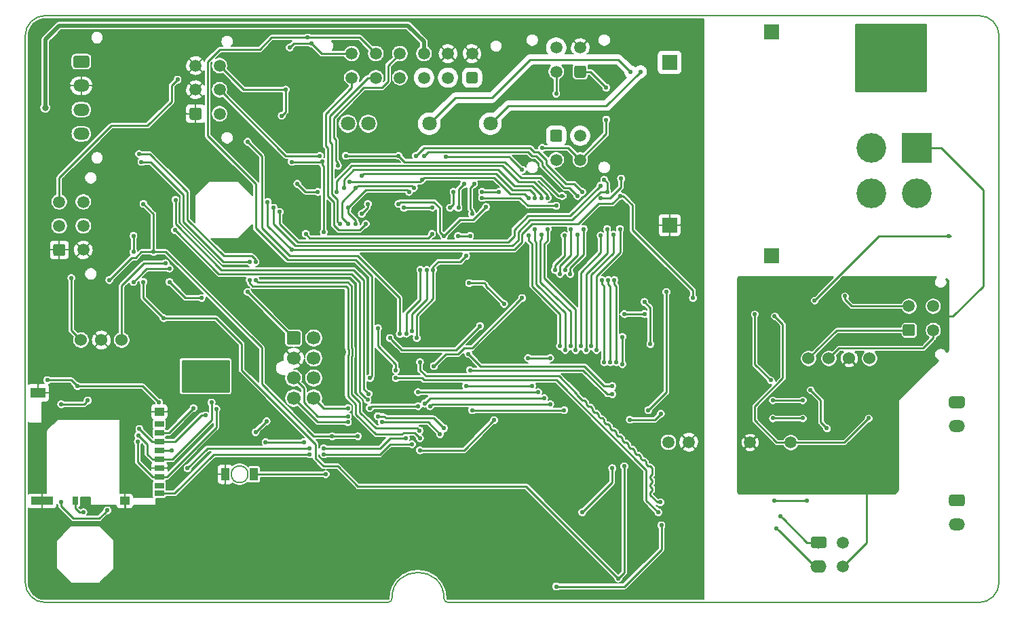
<source format=gbl>
G04 #@! TF.GenerationSoftware,KiCad,Pcbnew,(5.1.6)-1*
G04 #@! TF.CreationDate,2020-09-13T17:37:44+02:00*
G04 #@! TF.ProjectId,MainBoard,4d61696e-426f-4617-9264-2e6b69636164,rev?*
G04 #@! TF.SameCoordinates,Original*
G04 #@! TF.FileFunction,Copper,L2,Bot*
G04 #@! TF.FilePolarity,Positive*
%FSLAX46Y46*%
G04 Gerber Fmt 4.6, Leading zero omitted, Abs format (unit mm)*
G04 Created by KiCad (PCBNEW (5.1.6)-1) date 2020-09-13 17:37:44*
%MOMM*%
%LPD*%
G01*
G04 APERTURE LIST*
G04 #@! TA.AperFunction,Profile*
%ADD10C,0.153000*%
G04 #@! TD*
G04 #@! TA.AperFunction,Profile*
%ADD11C,0.200000*%
G04 #@! TD*
G04 #@! TA.AperFunction,ComponentPad*
%ADD12C,1.500000*%
G04 #@! TD*
G04 #@! TA.AperFunction,ComponentPad*
%ADD13R,1.900000X1.900000*%
G04 #@! TD*
G04 #@! TA.AperFunction,ComponentPad*
%ADD14O,2.000000X1.500000*%
G04 #@! TD*
G04 #@! TA.AperFunction,ComponentPad*
%ADD15R,3.700000X3.700000*%
G04 #@! TD*
G04 #@! TA.AperFunction,ComponentPad*
%ADD16C,3.700000*%
G04 #@! TD*
G04 #@! TA.AperFunction,SMDPad,CuDef*
%ADD17R,1.200000X0.700000*%
G04 #@! TD*
G04 #@! TA.AperFunction,SMDPad,CuDef*
%ADD18R,1.200000X1.000000*%
G04 #@! TD*
G04 #@! TA.AperFunction,SMDPad,CuDef*
%ADD19R,0.800000X1.000000*%
G04 #@! TD*
G04 #@! TA.AperFunction,SMDPad,CuDef*
%ADD20R,2.800000X1.000000*%
G04 #@! TD*
G04 #@! TA.AperFunction,SMDPad,CuDef*
%ADD21R,1.900000X1.300000*%
G04 #@! TD*
G04 #@! TA.AperFunction,ComponentPad*
%ADD22C,1.800000*%
G04 #@! TD*
G04 #@! TA.AperFunction,ComponentPad*
%ADD23C,1.524000*%
G04 #@! TD*
G04 #@! TA.AperFunction,ComponentPad*
%ADD24C,1.700000*%
G04 #@! TD*
G04 #@! TA.AperFunction,SMDPad,CuDef*
%ADD25R,1.000000X1.600000*%
G04 #@! TD*
G04 #@! TA.AperFunction,ViaPad*
%ADD26C,0.550000*%
G04 #@! TD*
G04 #@! TA.AperFunction,ViaPad*
%ADD27C,0.600000*%
G04 #@! TD*
G04 #@! TA.AperFunction,ViaPad*
%ADD28C,0.800000*%
G04 #@! TD*
G04 #@! TA.AperFunction,ViaPad*
%ADD29C,5.000000*%
G04 #@! TD*
G04 #@! TA.AperFunction,Conductor*
%ADD30C,0.250000*%
G04 #@! TD*
G04 #@! TA.AperFunction,Conductor*
%ADD31C,0.500000*%
G04 #@! TD*
G04 #@! TA.AperFunction,Conductor*
%ADD32C,0.254000*%
G04 #@! TD*
G04 #@! TA.AperFunction,Conductor*
%ADD33C,0.200000*%
G04 #@! TD*
G04 APERTURE END LIST*
D10*
X51050000Y-94250000D02*
G75*
G03*
X51050000Y-94250000I-1050000J0D01*
G01*
D11*
X68500000Y-110250000D02*
X25750000Y-110250000D01*
X76000000Y-110250000D02*
G75*
G02*
X75500000Y-109750000I0J500000D01*
G01*
X69000000Y-109750000D02*
G75*
G02*
X68500000Y-110250000I-500000J0D01*
G01*
X69000000Y-109750000D02*
G75*
G02*
X75500000Y-109750000I3250000J0D01*
G01*
X23250000Y-39500000D02*
G75*
G02*
X25750000Y-37000000I2500000J0D01*
G01*
X25750000Y-110250000D02*
G75*
G02*
X23250000Y-107750000I0J2500000D01*
G01*
X23250000Y-107750000D02*
X23250000Y-39500000D01*
X142250000Y-37000000D02*
X25750000Y-37000000D01*
X142250000Y-110250000D02*
X76000000Y-110250000D01*
X142250000Y-37000000D02*
G75*
G02*
X144750000Y-39500000I0J-2500000D01*
G01*
X144750000Y-107750000D02*
G75*
G02*
X142250000Y-110250000I-2500000J0D01*
G01*
X144750000Y-39500000D02*
X144750000Y-107750000D01*
G04 #@! TA.AperFunction,ComponentPad*
G36*
G01*
X134000000Y-77000000D02*
X133000000Y-77000000D01*
G75*
G02*
X132750000Y-76750000I0J250000D01*
G01*
X132750000Y-75750000D01*
G75*
G02*
X133000000Y-75500000I250000J0D01*
G01*
X134000000Y-75500000D01*
G75*
G02*
X134250000Y-75750000I0J-250000D01*
G01*
X134250000Y-76750000D01*
G75*
G02*
X134000000Y-77000000I-250000J0D01*
G01*
G37*
G04 #@! TD.AperFunction*
D12*
X133500000Y-73250000D03*
X136500000Y-76250000D03*
X136500000Y-73250000D03*
D13*
X116350000Y-39030000D03*
X116350000Y-66970000D03*
X103650000Y-42850000D03*
X103650000Y-63150000D03*
G04 #@! TA.AperFunction,ComponentPad*
G36*
G01*
X29500000Y-42000000D02*
X31000000Y-42000000D01*
G75*
G02*
X31250000Y-42250000I0J-250000D01*
G01*
X31250000Y-43250000D01*
G75*
G02*
X31000000Y-43500000I-250000J0D01*
G01*
X29500000Y-43500000D01*
G75*
G02*
X29250000Y-43250000I0J250000D01*
G01*
X29250000Y-42250000D01*
G75*
G02*
X29500000Y-42000000I250000J0D01*
G01*
G37*
G04 #@! TD.AperFunction*
D14*
X30250000Y-45750000D03*
X30250000Y-48750000D03*
X30250000Y-51750000D03*
G04 #@! TA.AperFunction,ComponentPad*
G36*
G01*
X121625000Y-102000000D02*
X122875000Y-102000000D01*
G75*
G02*
X123250000Y-102375000I0J-375000D01*
G01*
X123250000Y-103125000D01*
G75*
G02*
X122875000Y-103500000I-375000J0D01*
G01*
X121625000Y-103500000D01*
G75*
G02*
X121250000Y-103125000I0J375000D01*
G01*
X121250000Y-102375000D01*
G75*
G02*
X121625000Y-102000000I375000J0D01*
G01*
G37*
G04 #@! TD.AperFunction*
X122250000Y-105750000D03*
D15*
X134500000Y-53500000D03*
D16*
X134500000Y-59200000D03*
X128800000Y-53500000D03*
X128800000Y-59200000D03*
G04 #@! TA.AperFunction,ComponentPad*
G36*
G01*
X138875000Y-96750000D02*
X140125000Y-96750000D01*
G75*
G02*
X140500000Y-97125000I0J-375000D01*
G01*
X140500000Y-97875000D01*
G75*
G02*
X140125000Y-98250000I-375000J0D01*
G01*
X138875000Y-98250000D01*
G75*
G02*
X138500000Y-97875000I0J375000D01*
G01*
X138500000Y-97125000D01*
G75*
G02*
X138875000Y-96750000I375000J0D01*
G01*
G37*
G04 #@! TD.AperFunction*
D14*
X139500000Y-100500000D03*
G04 #@! TA.AperFunction,ComponentPad*
G36*
G01*
X138875000Y-84500000D02*
X140125000Y-84500000D01*
G75*
G02*
X140500000Y-84875000I0J-375000D01*
G01*
X140500000Y-85625000D01*
G75*
G02*
X140125000Y-86000000I-375000J0D01*
G01*
X138875000Y-86000000D01*
G75*
G02*
X138500000Y-85625000I0J375000D01*
G01*
X138500000Y-84875000D01*
G75*
G02*
X138875000Y-84500000I375000J0D01*
G01*
G37*
G04 #@! TD.AperFunction*
X139500000Y-88250000D03*
D12*
X118740000Y-90250000D03*
X113660000Y-90250000D03*
X106040000Y-90250000D03*
X103500000Y-90250000D03*
X79000000Y-41750000D03*
X76000000Y-41750000D03*
X73000000Y-41750000D03*
X70000000Y-41750000D03*
X67000000Y-41750000D03*
X64000000Y-41750000D03*
X64000000Y-44750000D03*
X67000000Y-44750000D03*
X70000000Y-44750000D03*
X73000000Y-44750000D03*
X76000000Y-44750000D03*
G04 #@! TA.AperFunction,ComponentPad*
G36*
G01*
X79750000Y-44375000D02*
X79750000Y-45125000D01*
G75*
G02*
X79375000Y-45500000I-375000J0D01*
G01*
X78625000Y-45500000D01*
G75*
G02*
X78250000Y-45125000I0J375000D01*
G01*
X78250000Y-44375000D01*
G75*
G02*
X78625000Y-44000000I375000J0D01*
G01*
X79375000Y-44000000D01*
G75*
G02*
X79750000Y-44375000I0J-375000D01*
G01*
G37*
G04 #@! TD.AperFunction*
D17*
X39975000Y-96625000D03*
X39975000Y-95675000D03*
X39975000Y-87975000D03*
X39975000Y-89075000D03*
X39975000Y-90175000D03*
X39975000Y-91275000D03*
X39975000Y-92375000D03*
X39975000Y-93475000D03*
X39975000Y-94575000D03*
D18*
X39975000Y-86425000D03*
X35675000Y-97575000D03*
D19*
X29475000Y-97575000D03*
D20*
X25325000Y-97575000D03*
D21*
X24875000Y-84075000D03*
D22*
X81280000Y-50500000D03*
X73660000Y-50500000D03*
X66040000Y-50500000D03*
X63500000Y-50500000D03*
D23*
X35290000Y-77500000D03*
X32750000Y-77500000D03*
X30210000Y-77500000D03*
X120940000Y-79750000D03*
X123480000Y-79750000D03*
X126020000Y-79750000D03*
X128560000Y-79750000D03*
G04 #@! TA.AperFunction,ComponentPad*
G36*
G01*
X28000000Y-67000000D02*
X27000000Y-67000000D01*
G75*
G02*
X26750000Y-66750000I0J250000D01*
G01*
X26750000Y-65750000D01*
G75*
G02*
X27000000Y-65500000I250000J0D01*
G01*
X28000000Y-65500000D01*
G75*
G02*
X28250000Y-65750000I0J-250000D01*
G01*
X28250000Y-66750000D01*
G75*
G02*
X28000000Y-67000000I-250000J0D01*
G01*
G37*
G04 #@! TD.AperFunction*
D12*
X27500000Y-63250000D03*
X27500000Y-60250000D03*
X30500000Y-66250000D03*
X30500000Y-63250000D03*
X30500000Y-60250000D03*
X47500000Y-43250000D03*
X47500000Y-46250000D03*
X47500000Y-49250000D03*
X44500000Y-43250000D03*
X44500000Y-46250000D03*
G04 #@! TA.AperFunction,ComponentPad*
G36*
G01*
X45000000Y-50000000D02*
X44000000Y-50000000D01*
G75*
G02*
X43750000Y-49750000I0J250000D01*
G01*
X43750000Y-48750000D01*
G75*
G02*
X44000000Y-48500000I250000J0D01*
G01*
X45000000Y-48500000D01*
G75*
G02*
X45250000Y-48750000I0J-250000D01*
G01*
X45250000Y-49750000D01*
G75*
G02*
X45000000Y-50000000I-250000J0D01*
G01*
G37*
G04 #@! TD.AperFunction*
G04 #@! TA.AperFunction,ComponentPad*
G36*
G01*
X55900000Y-77850000D02*
X55900000Y-76650000D01*
G75*
G02*
X56150000Y-76400000I250000J0D01*
G01*
X57350000Y-76400000D01*
G75*
G02*
X57600000Y-76650000I0J-250000D01*
G01*
X57600000Y-77850000D01*
G75*
G02*
X57350000Y-78100000I-250000J0D01*
G01*
X56150000Y-78100000D01*
G75*
G02*
X55900000Y-77850000I0J250000D01*
G01*
G37*
G04 #@! TD.AperFunction*
D24*
X56750000Y-79750000D03*
X56750000Y-82250000D03*
X56750000Y-84750000D03*
X59250000Y-77250000D03*
X59250000Y-79750000D03*
X59250000Y-82250000D03*
X59250000Y-84750000D03*
G04 #@! TA.AperFunction,ComponentPad*
G36*
G01*
X93250000Y-43500000D02*
X93250000Y-44500000D01*
G75*
G02*
X93000000Y-44750000I-250000J0D01*
G01*
X92000000Y-44750000D01*
G75*
G02*
X91750000Y-44500000I0J250000D01*
G01*
X91750000Y-43500000D01*
G75*
G02*
X92000000Y-43250000I250000J0D01*
G01*
X93000000Y-43250000D01*
G75*
G02*
X93250000Y-43500000I0J-250000D01*
G01*
G37*
G04 #@! TD.AperFunction*
D12*
X89500000Y-44000000D03*
X92500000Y-41000000D03*
X89500000Y-41000000D03*
X92500000Y-55000000D03*
X89500000Y-55000000D03*
X92500000Y-52000000D03*
G04 #@! TA.AperFunction,ComponentPad*
G36*
G01*
X88750000Y-52500000D02*
X88750000Y-51500000D01*
G75*
G02*
X89000000Y-51250000I250000J0D01*
G01*
X90000000Y-51250000D01*
G75*
G02*
X90250000Y-51500000I0J-250000D01*
G01*
X90250000Y-52500000D01*
G75*
G02*
X90000000Y-52750000I-250000J0D01*
G01*
X89000000Y-52750000D01*
G75*
G02*
X88750000Y-52500000I0J250000D01*
G01*
G37*
G04 #@! TD.AperFunction*
D25*
X48200000Y-94250000D03*
X51800000Y-94250000D03*
G04 #@! TA.AperFunction,ComponentPad*
G36*
G01*
X122750000Y-106500000D02*
X121750000Y-106500000D01*
G75*
G02*
X121500000Y-106250000I0J250000D01*
G01*
X121500000Y-105250000D01*
G75*
G02*
X121750000Y-105000000I250000J0D01*
G01*
X122750000Y-105000000D01*
G75*
G02*
X123000000Y-105250000I0J-250000D01*
G01*
X123000000Y-106250000D01*
G75*
G02*
X122750000Y-106500000I-250000J0D01*
G01*
G37*
G04 #@! TD.AperFunction*
D12*
X122250000Y-102750000D03*
X125250000Y-105750000D03*
X125250000Y-102750000D03*
D26*
X39250000Y-66500000D03*
X38000000Y-60500000D03*
X76700000Y-59000000D03*
X89500000Y-108250000D03*
X102625000Y-100625000D03*
X61550000Y-89500000D03*
X64750000Y-89500000D03*
X81750000Y-87500000D03*
X102555000Y-86695000D03*
X98687500Y-87437500D03*
X86000000Y-79750000D03*
X76250000Y-61000000D03*
X82355272Y-59000000D03*
X33750000Y-70000000D03*
X92750000Y-99000000D03*
X96500000Y-93500000D03*
X29750000Y-83250000D03*
X39950735Y-85299265D03*
X53250000Y-90250000D03*
X58000000Y-90250000D03*
X30500000Y-99000000D03*
X26000000Y-82500000D03*
X80000000Y-75750000D03*
X68750000Y-77250000D03*
X88750000Y-79750000D03*
X80250000Y-59000000D03*
X72500000Y-91250000D03*
X101250000Y-78000000D03*
X41500000Y-91250000D03*
X100500008Y-72750000D03*
X34500000Y-42500000D03*
X38500000Y-42500000D03*
X35537500Y-52712500D03*
X34750000Y-46750000D03*
X38750000Y-46500000D03*
D27*
X68000000Y-60750000D03*
D26*
X25250000Y-99000000D03*
X26500000Y-99000000D03*
X25250000Y-100250000D03*
X26500000Y-100250000D03*
X56500000Y-51250000D03*
X74000000Y-58000000D03*
X71500000Y-67750000D03*
X74250000Y-67000000D03*
X52250000Y-66000000D03*
X102500000Y-48250000D03*
X100000000Y-48250000D03*
X85750000Y-52500000D03*
X69750000Y-83500000D03*
X94000000Y-55750000D03*
X76500000Y-78000000D03*
X45500000Y-96000000D03*
X60500000Y-88750000D03*
X46250000Y-69500000D03*
X47500000Y-70500000D03*
X63000000Y-79000000D03*
X68000000Y-72000000D03*
X58750000Y-93250000D03*
X58000000Y-60500000D03*
X57250000Y-59750000D03*
X28250000Y-86500000D03*
X69750000Y-59500000D03*
X38250000Y-92500000D03*
X55250000Y-43750000D03*
X36750000Y-66500000D03*
X36750000Y-64500000D03*
X40500000Y-74750000D03*
X38000000Y-70250000D03*
X97250000Y-107250000D03*
X98000000Y-93250000D03*
X128470000Y-87250000D03*
X116750000Y-97500000D03*
X120750000Y-97500000D03*
X116750000Y-74500000D03*
X116250000Y-94750000D03*
X126750000Y-85500000D03*
X115250000Y-70500000D03*
X133000000Y-81000000D03*
X55750000Y-46250000D03*
X60317846Y-55246955D03*
X56500000Y-55250000D03*
X55250000Y-49500000D03*
X95750000Y-46000000D03*
X75500000Y-64500000D03*
X69825000Y-60500000D03*
X80750000Y-60900000D03*
X29000000Y-69750000D03*
X87750000Y-53500000D03*
X60500000Y-64000000D03*
X95750000Y-50000000D03*
X42250000Y-45000000D03*
X60000000Y-54500000D03*
X69825000Y-54500000D03*
X90250000Y-59500004D03*
X63250000Y-54500000D03*
X71482438Y-76403178D03*
X73350000Y-68750000D03*
X78250000Y-67000000D03*
X74150000Y-68750000D03*
X72100000Y-77250000D03*
X51000000Y-52750000D03*
X70000000Y-76750000D03*
X138500000Y-64500000D03*
X121712500Y-72537500D03*
D28*
X25750000Y-48500000D03*
D26*
X58500000Y-39750000D03*
X66250000Y-82250000D03*
X117500000Y-99500000D03*
X117000000Y-101000000D03*
X127500000Y-41250000D03*
X128750000Y-40000000D03*
X127500000Y-40000000D03*
X131250000Y-38750000D03*
X130000000Y-38750000D03*
X128750000Y-38750000D03*
X127500000Y-38750000D03*
X127500000Y-43250000D03*
X128750000Y-44500000D03*
X127500000Y-44500000D03*
X131250000Y-45750000D03*
X130000000Y-45750000D03*
X127500000Y-45750000D03*
X128750000Y-45750000D03*
X132500000Y-38750000D03*
X133750000Y-40000000D03*
X133750000Y-38750000D03*
X132500000Y-45750000D03*
X133750000Y-45750000D03*
X133750000Y-44500000D03*
X135000000Y-44500000D03*
X135000000Y-45750000D03*
X135000000Y-43250000D03*
X135000000Y-40000000D03*
X135000000Y-38750000D03*
X135000000Y-41250000D03*
D29*
X131250000Y-42250000D03*
D26*
X72250000Y-85750000D03*
X66250000Y-86000000D03*
X63500000Y-86000000D03*
X65750000Y-63000000D03*
X62500000Y-63000000D03*
X40750000Y-67925000D03*
X100000000Y-44000000D03*
X67750000Y-87750000D03*
X63500000Y-87750000D03*
X75000000Y-89250000D03*
X67250000Y-87000000D03*
X63500000Y-87000000D03*
X75500000Y-88500000D03*
X98738596Y-43988596D03*
X51000000Y-71500000D03*
X44250000Y-86000000D03*
X60500000Y-91750000D03*
X58750000Y-91750000D03*
X71500000Y-90500000D03*
X70790100Y-76691571D03*
X72550000Y-68750000D03*
X37750000Y-55250000D03*
X51250000Y-67750000D03*
X51250000Y-70000000D03*
X72500000Y-89750000D03*
X37462500Y-54287500D03*
X52000000Y-67750000D03*
X52000015Y-70000000D03*
X72450735Y-88799265D03*
X42000000Y-60000000D03*
X66096049Y-84213414D03*
X41950728Y-63799272D03*
X65959540Y-84950898D03*
X45750000Y-80500000D03*
X44500000Y-80500000D03*
X47000000Y-80500000D03*
X43250000Y-80500000D03*
X48250000Y-80500000D03*
X44500000Y-83500000D03*
X45750000Y-83500000D03*
X43250000Y-83500000D03*
X47000000Y-83500000D03*
X48250000Y-83500000D03*
X43250000Y-82500000D03*
X44500000Y-82500000D03*
X45750000Y-82500000D03*
X47000000Y-82500000D03*
X48250000Y-82500000D03*
X43250000Y-81500000D03*
X45750000Y-81500000D03*
X44500000Y-81500000D03*
X47000000Y-81500000D03*
X48250000Y-81500000D03*
X121212500Y-83712500D03*
X123250000Y-88500000D03*
X74000000Y-64250000D03*
X58250000Y-64250000D03*
X59000000Y-40500000D03*
X56250000Y-41000000D03*
X114250000Y-74250000D03*
X116250000Y-82500000D03*
X41250000Y-70250000D03*
X45250000Y-72250000D03*
X77250000Y-64500000D03*
X78750000Y-64500000D03*
X79000000Y-61750000D03*
X79250000Y-58000000D03*
X36750000Y-70250000D03*
X41250000Y-68575000D03*
X78000000Y-58000000D03*
X77300000Y-61000000D03*
X78750000Y-81250000D03*
X96500000Y-84250000D03*
X78540625Y-79209375D03*
X96500000Y-83250000D03*
X102500000Y-97750000D03*
X72500000Y-80250000D03*
X102250000Y-99000000D03*
X69500000Y-82250000D03*
X120250000Y-85000000D03*
X116500000Y-85000000D03*
X120250000Y-87250000D03*
X116500000Y-87250000D03*
X83000000Y-73000000D03*
X79000000Y-86250000D03*
X103250000Y-71500000D03*
X78650000Y-70400000D03*
X101000000Y-86250000D03*
X90500000Y-86250000D03*
X98000000Y-74250000D03*
X100500000Y-74250000D03*
X125500000Y-72000000D03*
X69500000Y-81250000D03*
X67250000Y-76000000D03*
X53375000Y-87625000D03*
X52000000Y-89000000D03*
X60500000Y-91000000D03*
X58750000Y-91000000D03*
X27750000Y-97750000D03*
X33499994Y-98750000D03*
X70750000Y-89750000D03*
X43500000Y-93500000D03*
X89500000Y-46750000D03*
X95500000Y-57500000D03*
X95850000Y-59000000D03*
X54250000Y-61000000D03*
X95000000Y-58250000D03*
X55000000Y-61500000D03*
X73750000Y-85750000D03*
X97750000Y-77100000D03*
X88750000Y-85500000D03*
X97750000Y-80500000D03*
X95050000Y-59800000D03*
X97600000Y-57350000D03*
X75750000Y-54650000D03*
X85250000Y-56250000D03*
X62100000Y-59000000D03*
X88450000Y-59750000D03*
X57200000Y-58000000D03*
X59750000Y-59000000D03*
X70500000Y-61000000D03*
X74050000Y-60950000D03*
X89500000Y-60750000D03*
X80250000Y-59750000D03*
X63500000Y-63000000D03*
X64500000Y-58500000D03*
X92150000Y-59500000D03*
X71750000Y-58500000D03*
X73000000Y-54500000D03*
X64500000Y-63000000D03*
X63500000Y-61000000D03*
X71125000Y-59000000D03*
X72000000Y-54500000D03*
X92750000Y-59000000D03*
X86050000Y-59750000D03*
X63750000Y-57750000D03*
X72750000Y-57500000D03*
X65250000Y-61750000D03*
X66000000Y-60500000D03*
X86850000Y-59750000D03*
X65250000Y-57000000D03*
X63000000Y-58500000D03*
X87650000Y-59750000D03*
X97450000Y-63650000D03*
X94525000Y-78750000D03*
X97450000Y-59500000D03*
X56500000Y-66250000D03*
X53500000Y-60250000D03*
X106562504Y-72250000D03*
X73079177Y-85414589D03*
X96750000Y-70000000D03*
X88000000Y-84750000D03*
X97000000Y-80250000D03*
X72250000Y-84000000D03*
X96000000Y-70000000D03*
X87250000Y-84000000D03*
X96250000Y-80250000D03*
X78250000Y-83250000D03*
X95174994Y-70000000D03*
X86500000Y-83250000D03*
X95500000Y-80250000D03*
X85250000Y-72250000D03*
X74250000Y-80750000D03*
X92950000Y-63650000D03*
X91250000Y-69250000D03*
X92150000Y-64350000D03*
X90625000Y-68750000D03*
X91350000Y-63650000D03*
X89974995Y-69250000D03*
X88450000Y-63650000D03*
X91925000Y-78750000D03*
X87650000Y-64350000D03*
X91275000Y-78250000D03*
X86850000Y-63650000D03*
X90625000Y-78750000D03*
X95850000Y-63650000D03*
X93225000Y-78750000D03*
X96650000Y-64350000D03*
X93875000Y-78250000D03*
X90550000Y-64450000D03*
X89325000Y-68750000D03*
X86050000Y-64450000D03*
X89975000Y-78250000D03*
X95050000Y-64450000D03*
X92575000Y-78250000D03*
X60749982Y-94250000D03*
X62250000Y-55750000D03*
X37500006Y-88600000D03*
X45750000Y-86900000D03*
X37350000Y-89400000D03*
X46500000Y-85300000D03*
X27750000Y-85500000D03*
X31049272Y-85049272D03*
X37300000Y-90200000D03*
X47100000Y-86100000D03*
D30*
X39250000Y-66500000D02*
X39250000Y-64500000D01*
X38000000Y-60500000D02*
X39250000Y-61750000D01*
X39250000Y-61750000D02*
X39250000Y-64500000D01*
X102625000Y-103625000D02*
X98000000Y-108250000D01*
X102625000Y-100625000D02*
X102625000Y-103625000D01*
X98000000Y-108250000D02*
X89500000Y-108250000D01*
X61550000Y-89500000D02*
X64750000Y-89500000D01*
X76700000Y-60550000D02*
X76250000Y-61000000D01*
X76700000Y-59000000D02*
X76700000Y-60550000D01*
X92750000Y-99000000D02*
X96500000Y-95250000D01*
X96500000Y-95250000D02*
X96500000Y-93500000D01*
X59250000Y-89500000D02*
X61550000Y-89500000D01*
X52750000Y-78444001D02*
X52750000Y-83000000D01*
X39250000Y-66500000D02*
X40805999Y-66500000D01*
X52750000Y-83000000D02*
X59250000Y-89500000D01*
X40805999Y-66500000D02*
X52750000Y-78444001D01*
X37901470Y-83250000D02*
X39950735Y-85299265D01*
X29750000Y-83250000D02*
X37901470Y-83250000D01*
X55500000Y-90250000D02*
X53250000Y-90250000D01*
X58000000Y-90250000D02*
X55500000Y-90250000D01*
X29475000Y-98475000D02*
X29475000Y-97575000D01*
X30500000Y-99000000D02*
X30000000Y-99000000D01*
X30000000Y-99000000D02*
X29475000Y-98475000D01*
X29000000Y-82500000D02*
X29750000Y-83250000D01*
X26000000Y-82500000D02*
X29000000Y-82500000D01*
X69024999Y-77524999D02*
X68750000Y-77250000D01*
X70250000Y-78750000D02*
X69024999Y-77524999D01*
X77000000Y-78750000D02*
X70250000Y-78750000D01*
X80000000Y-75750000D02*
X77000000Y-78750000D01*
X86000000Y-79750000D02*
X88750000Y-79750000D01*
X80250000Y-59000000D02*
X82355272Y-59000000D01*
X37750000Y-66500000D02*
X39250000Y-66500000D01*
X37000000Y-67250000D02*
X37750000Y-66500000D01*
X33750000Y-70000000D02*
X36500000Y-67250000D01*
X36500000Y-67250000D02*
X37000000Y-67250000D01*
X76500000Y-91250000D02*
X72500000Y-91250000D01*
X81750000Y-87500000D02*
X78000000Y-91250000D01*
X78000000Y-91250000D02*
X76500000Y-91250000D01*
X101812500Y-87437500D02*
X98687500Y-87437500D01*
X102555000Y-86695000D02*
X101812500Y-87437500D01*
X41500000Y-91250000D02*
X40000000Y-91250000D01*
X101250000Y-78000000D02*
X101250000Y-73499992D01*
X101250000Y-73499992D02*
X100500008Y-72750000D01*
X35675000Y-97575000D02*
X35675000Y-98575000D01*
X36750000Y-66500000D02*
X36750000Y-64500000D01*
X50250000Y-81250000D02*
X50250000Y-78000000D01*
X50250000Y-78000000D02*
X47000000Y-74750000D01*
X59500000Y-90500000D02*
X50250000Y-81250000D01*
X59500000Y-92250000D02*
X59500000Y-90500000D01*
X64750000Y-95750000D02*
X62250000Y-93250000D01*
X47000000Y-74750000D02*
X40500000Y-74750000D01*
X62250000Y-93250000D02*
X60500000Y-93250000D01*
X85750000Y-95750000D02*
X64750000Y-95750000D01*
X97250000Y-107250000D02*
X85750000Y-95750000D01*
X60500000Y-93250000D02*
X59500000Y-92250000D01*
X38000000Y-72250000D02*
X38000000Y-70250000D01*
X40500000Y-74750000D02*
X38000000Y-72250000D01*
X98000000Y-93250000D02*
X98000000Y-106500000D01*
X98000000Y-106500000D02*
X97250000Y-107250000D01*
X125470000Y-90250000D02*
X118750000Y-90250000D01*
X128470000Y-87250000D02*
X125470000Y-90250000D01*
X116750000Y-97500000D02*
X120750000Y-97500000D01*
X117750000Y-75500000D02*
X117750000Y-82250000D01*
X114250000Y-87500000D02*
X117000000Y-90250000D01*
X116750000Y-74500000D02*
X117750000Y-75500000D01*
X117000000Y-90250000D02*
X118740000Y-90250000D01*
X117750000Y-82250000D02*
X114250000Y-85750000D01*
X114250000Y-85750000D02*
X114250000Y-87500000D01*
X125250000Y-105750000D02*
X128250000Y-102750000D01*
X128250000Y-102750000D02*
X128250000Y-96250000D01*
X137500000Y-53500000D02*
X134500000Y-53500000D01*
X142750000Y-58750000D02*
X137500000Y-53500000D01*
X142750000Y-69000000D02*
X142750000Y-58750000D01*
X142750000Y-69000000D02*
X142750000Y-70750000D01*
X139000000Y-74500000D02*
X137750000Y-74500000D01*
X142750000Y-70750000D02*
X139000000Y-74500000D01*
X55750000Y-46250000D02*
X50500000Y-46250000D01*
X50500000Y-46250000D02*
X47500000Y-43250000D01*
X60314801Y-55250000D02*
X60317846Y-55246955D01*
X56500000Y-55250000D02*
X60314801Y-55250000D01*
X55750000Y-49000000D02*
X55750000Y-46250000D01*
X55250000Y-49500000D02*
X55750000Y-49000000D01*
X92500000Y-44000000D02*
X93750000Y-44000000D01*
X93750000Y-44000000D02*
X95750000Y-46000000D01*
X79150000Y-62500000D02*
X80750000Y-60900000D01*
X75500000Y-64500000D02*
X77500000Y-62500000D01*
X77500000Y-62500000D02*
X79150000Y-62500000D01*
X29000000Y-76290000D02*
X29000000Y-70138908D01*
X29000000Y-70138908D02*
X29000000Y-69750000D01*
X30210000Y-77500000D02*
X29000000Y-76290000D01*
X87750000Y-53500000D02*
X91000000Y-53500000D01*
X91000000Y-53500000D02*
X92500000Y-55000000D01*
X75000000Y-61000000D02*
X75000000Y-64000000D01*
X74250000Y-60250000D02*
X75000000Y-61000000D01*
X75000000Y-64000000D02*
X75500000Y-64500000D01*
X69825000Y-60500000D02*
X70075000Y-60250000D01*
X70075000Y-60250000D02*
X74250000Y-60250000D01*
X60317846Y-55635863D02*
X60500000Y-55818017D01*
X60317846Y-55246955D02*
X60317846Y-55635863D01*
X60500000Y-63611092D02*
X60500000Y-64000000D01*
X60500000Y-55818017D02*
X60500000Y-63611092D01*
X95750000Y-51750000D02*
X92500000Y-55000000D01*
X95750000Y-50000000D02*
X95750000Y-51750000D01*
X27500000Y-60250000D02*
X27500000Y-57250000D01*
X27500000Y-57250000D02*
X34000000Y-50750000D01*
X34000000Y-50750000D02*
X38500000Y-50750000D01*
X38500000Y-50750000D02*
X41500000Y-47750000D01*
X41500000Y-47750000D02*
X41500000Y-45750000D01*
X41500000Y-45750000D02*
X42250000Y-45000000D01*
X60000000Y-54500000D02*
X59861092Y-54500030D01*
X55750030Y-54500030D02*
X47500000Y-46250000D01*
X59861092Y-54500030D02*
X55750030Y-54500030D01*
X85125000Y-57250000D02*
X83125000Y-55250000D01*
X89750000Y-59500000D02*
X87500000Y-57250000D01*
X83125000Y-55250000D02*
X70575000Y-55250000D01*
X90499996Y-59500000D02*
X89750000Y-59500000D01*
X87500000Y-57250000D02*
X85125000Y-57250000D01*
X70575000Y-55250000D02*
X69825000Y-54500000D01*
X90250000Y-59500004D02*
X90499996Y-59500000D01*
X69825000Y-54500000D02*
X63250000Y-54500000D01*
X71482438Y-74267562D02*
X71482438Y-76403178D01*
X73350000Y-68750000D02*
X73350000Y-72400000D01*
X73350000Y-72400000D02*
X71482438Y-74267562D01*
X74150000Y-68361092D02*
X74761092Y-67750000D01*
X74150000Y-68750000D02*
X74150000Y-68361092D01*
X77500000Y-67750000D02*
X78250000Y-67000000D01*
X74761092Y-67750000D02*
X77500000Y-67750000D01*
X72100000Y-74400000D02*
X72100000Y-77250000D01*
X74150000Y-68750000D02*
X74150000Y-72350000D01*
X74150000Y-72350000D02*
X72100000Y-74400000D01*
X70000000Y-72250000D02*
X64750000Y-67000000D01*
X70000000Y-76750000D02*
X70000000Y-72250000D01*
X52750000Y-54500000D02*
X51000000Y-52750000D01*
X52750000Y-63500000D02*
X52750000Y-54500000D01*
X56250000Y-67000000D02*
X52750000Y-63500000D01*
X64750000Y-67000000D02*
X56250000Y-67000000D01*
X129750000Y-64500000D02*
X138750000Y-64500000D01*
X121712500Y-72537500D02*
X129750000Y-64500000D01*
D31*
X73000000Y-40250000D02*
X73000000Y-41750000D01*
X27500000Y-38250000D02*
X71000000Y-38250000D01*
X71000000Y-38250000D02*
X73000000Y-40250000D01*
X25750000Y-48500000D02*
X25750000Y-40000000D01*
X25750000Y-40000000D02*
X27500000Y-38250000D01*
D30*
X54000000Y-39750000D02*
X58500000Y-39750000D01*
X64500000Y-67500000D02*
X56000000Y-67500000D01*
X66250000Y-82250000D02*
X66500000Y-82000000D01*
X56000000Y-67500000D02*
X52000000Y-63500000D01*
X52000000Y-58000000D02*
X46000000Y-52000000D01*
X46000000Y-52000000D02*
X46000000Y-42750000D01*
X52000000Y-63500000D02*
X52000000Y-58000000D01*
X66500000Y-69500000D02*
X64500000Y-67500000D01*
X66500000Y-82000000D02*
X66500000Y-69500000D01*
X46000000Y-42750000D02*
X47500000Y-41250000D01*
X47500000Y-41250000D02*
X52500000Y-41250000D01*
X52500000Y-41250000D02*
X54000000Y-39750000D01*
X58500000Y-39750000D02*
X65000000Y-39750000D01*
X65000000Y-39750000D02*
X67000000Y-41750000D01*
X117774999Y-99774999D02*
X117500000Y-99500000D01*
X122250000Y-102750000D02*
X120750000Y-102750000D01*
X120750000Y-102750000D02*
X117774999Y-99774999D01*
X121750000Y-105750000D02*
X117274999Y-101274999D01*
X117274999Y-101274999D02*
X117000000Y-101000000D01*
X72250000Y-85750000D02*
X66500000Y-85750000D01*
X66500000Y-85750000D02*
X66250000Y-86000000D01*
X63500000Y-86000000D02*
X60500000Y-86000000D01*
X60500000Y-86000000D02*
X59250000Y-84750000D01*
X64000000Y-46000000D02*
X64000000Y-44750000D01*
X60750000Y-53250000D02*
X60750000Y-49250000D01*
X61000000Y-53500000D02*
X60750000Y-53250000D01*
X60750000Y-49250000D02*
X64000000Y-46000000D01*
X61000000Y-59500000D02*
X61000000Y-53500000D01*
X65000000Y-63750000D02*
X62361998Y-63750000D01*
X62361998Y-63750000D02*
X61750000Y-63138002D01*
X65750000Y-63000000D02*
X65000000Y-63750000D01*
X61750000Y-63138002D02*
X61750000Y-60250000D01*
X61750000Y-60250000D02*
X61000000Y-59500000D01*
X61250000Y-49500000D02*
X66000000Y-44750000D01*
X66000000Y-44750000D02*
X67000000Y-44750000D01*
X62225001Y-62725001D02*
X62225001Y-59975001D01*
X62500000Y-63000000D02*
X62225001Y-62725001D01*
X62225001Y-59975001D02*
X61500000Y-59250000D01*
X61250000Y-52750000D02*
X61250000Y-49500000D01*
X61500000Y-59250000D02*
X61500000Y-53000000D01*
X61500000Y-53000000D02*
X61250000Y-52750000D01*
X38075000Y-67925000D02*
X40750000Y-67925000D01*
X35290000Y-77500000D02*
X35290000Y-70710000D01*
X35290000Y-70710000D02*
X38075000Y-67925000D01*
X83530000Y-48250000D02*
X81280000Y-50500000D01*
X100000000Y-44000000D02*
X95750000Y-48250000D01*
X95750000Y-48250000D02*
X83530000Y-48250000D01*
X59750000Y-87750000D02*
X56750000Y-84750000D01*
X63500000Y-87750000D02*
X59750000Y-87750000D01*
X73500000Y-87750000D02*
X67750000Y-87750000D01*
X75000000Y-89250000D02*
X73500000Y-87750000D01*
X58000000Y-83500000D02*
X57599999Y-83099999D01*
X57599999Y-83099999D02*
X56750000Y-82250000D01*
X58000000Y-85250000D02*
X58000000Y-83500000D01*
X63500000Y-87000000D02*
X59750000Y-87000000D01*
X59750000Y-87000000D02*
X58000000Y-85250000D01*
X68250000Y-87250000D02*
X68000000Y-87000000D01*
X68000000Y-87000000D02*
X67250000Y-87000000D01*
X75500000Y-88500000D02*
X74250000Y-87250000D01*
X74250000Y-87250000D02*
X68250000Y-87250000D01*
X98463597Y-43713597D02*
X98738596Y-43988596D01*
X76910000Y-47250000D02*
X81500000Y-47250000D01*
X97250000Y-42500000D02*
X98463597Y-43713597D01*
X73660000Y-50500000D02*
X76910000Y-47250000D01*
X81500000Y-47250000D02*
X86250000Y-42500000D01*
X86250000Y-42500000D02*
X97250000Y-42500000D01*
X56750000Y-77250000D02*
X51000000Y-71500000D01*
X41175000Y-89075000D02*
X39975000Y-89075000D01*
X44250000Y-86000000D02*
X41175000Y-89075000D01*
X58750000Y-91750000D02*
X46750000Y-91750000D01*
X39975000Y-96625000D02*
X41875000Y-96625000D01*
X41875000Y-96625000D02*
X46750000Y-91750000D01*
X67500000Y-91750000D02*
X60500000Y-91750000D01*
X68750000Y-90500000D02*
X67500000Y-91750000D01*
X71500000Y-90500000D02*
X68750000Y-90500000D01*
X72550000Y-72450000D02*
X72550000Y-68750000D01*
X70790100Y-76691571D02*
X70790100Y-74209900D01*
X70790100Y-74209900D02*
X72550000Y-72450000D01*
X38879032Y-55250000D02*
X37750000Y-55250000D01*
X43000000Y-59370968D02*
X38879032Y-55250000D01*
X43000000Y-62750000D02*
X43000000Y-59370968D01*
X51250000Y-67750000D02*
X48000000Y-67750000D01*
X48000000Y-67750000D02*
X43000000Y-62750000D01*
X71804946Y-89054946D02*
X72500000Y-89750000D01*
X70445054Y-89054946D02*
X71804946Y-89054946D01*
X70250000Y-89250000D02*
X70445054Y-89054946D01*
X67000000Y-89250000D02*
X70250000Y-89250000D01*
X64500000Y-86750000D02*
X67000000Y-89250000D01*
X63250000Y-70750000D02*
X63500000Y-71000000D01*
X51611092Y-70750000D02*
X63250000Y-70750000D01*
X63600001Y-79288001D02*
X63500000Y-79388002D01*
X51250000Y-70000000D02*
X51250000Y-70388908D01*
X51250000Y-70388908D02*
X51611092Y-70750000D01*
X63500000Y-71000000D02*
X63500000Y-78611998D01*
X63600001Y-78711999D02*
X63600001Y-79288001D01*
X63500000Y-78611998D02*
X63600001Y-78711999D01*
X63500000Y-79388002D02*
X63500000Y-84500000D01*
X63500000Y-84500000D02*
X64500000Y-85500000D01*
X64500000Y-85500000D02*
X64500000Y-86750000D01*
X65000000Y-86500000D02*
X66995316Y-88495316D01*
X64000000Y-79524413D02*
X64000000Y-84250000D01*
X64000000Y-78475587D02*
X64050012Y-78525599D01*
X64000000Y-84250000D02*
X65000000Y-85250000D01*
X65000000Y-85250000D02*
X65000000Y-86500000D01*
X64050012Y-78525599D02*
X64050012Y-79474401D01*
X52000015Y-70000000D02*
X52250015Y-70250000D01*
X52250015Y-70250000D02*
X63500000Y-70250000D01*
X63500000Y-70250000D02*
X64000000Y-70750000D01*
X64000000Y-70750000D02*
X64000000Y-78475587D01*
X64050012Y-79474401D02*
X64000000Y-79524413D01*
X38787500Y-54287500D02*
X37462500Y-54287500D01*
X43500000Y-59000000D02*
X38787500Y-54287500D01*
X52000000Y-67500000D02*
X51500000Y-67000000D01*
X52000000Y-67750000D02*
X52000000Y-67500000D01*
X48010091Y-67000000D02*
X43500000Y-62489909D01*
X51500000Y-67000000D02*
X48010091Y-67000000D01*
X43500000Y-62489909D02*
X43500000Y-59000000D01*
X72151470Y-88500000D02*
X70500000Y-88500000D01*
X72450735Y-88799265D02*
X72151470Y-88500000D01*
X66995316Y-88495316D02*
X70500000Y-88500000D01*
X47750000Y-68750000D02*
X64250000Y-68750000D01*
X42000000Y-60000000D02*
X42000000Y-63000000D01*
X64250000Y-68750000D02*
X65500000Y-70000000D01*
X42000000Y-63000000D02*
X47750000Y-68750000D01*
X65821050Y-83938415D02*
X66096049Y-84213414D01*
X65500000Y-70000000D02*
X65500000Y-83617365D01*
X65500000Y-83617365D02*
X65821050Y-83938415D01*
X47401456Y-69250000D02*
X64000000Y-69250000D01*
X41950728Y-63799272D02*
X47401456Y-69250000D01*
X65000000Y-70250000D02*
X65000000Y-83991358D01*
X65000000Y-83991358D02*
X65684541Y-84675899D01*
X64000000Y-69250000D02*
X65000000Y-70250000D01*
X65684541Y-84675899D02*
X65959540Y-84950898D01*
X123250000Y-88500000D02*
X122500000Y-87750000D01*
X122500000Y-85000000D02*
X121212500Y-83712500D01*
X122500000Y-87750000D02*
X122500000Y-85000000D01*
X58250000Y-64250000D02*
X58750000Y-64750000D01*
X58750000Y-64750000D02*
X73500000Y-64750000D01*
X73500000Y-64750000D02*
X74000000Y-64250000D01*
X56750000Y-40500000D02*
X59000000Y-40500000D01*
X56250000Y-41000000D02*
X56750000Y-40500000D01*
X60250000Y-41750000D02*
X64000000Y-41750000D01*
X59000000Y-40500000D02*
X60250000Y-41750000D01*
X114250000Y-74250000D02*
X114250000Y-80500000D01*
X114250000Y-80500000D02*
X116250000Y-82500000D01*
X43250000Y-72250000D02*
X41250000Y-70250000D01*
X45250000Y-72250000D02*
X43250000Y-72250000D01*
X78750000Y-64500000D02*
X78750000Y-64500000D01*
X78750000Y-64500000D02*
X77250000Y-64500000D01*
X79000000Y-61361092D02*
X78750000Y-61111092D01*
X79000000Y-61750000D02*
X79000000Y-61361092D01*
X78750000Y-61111092D02*
X78750000Y-58500000D01*
X78750000Y-58500000D02*
X79250000Y-58000000D01*
X38000000Y-69000000D02*
X36750000Y-70250000D01*
X41250000Y-68575000D02*
X38425000Y-68575000D01*
X38425000Y-68575000D02*
X38000000Y-69000000D01*
X77300000Y-58700000D02*
X77300000Y-61000000D01*
X78000000Y-58000000D02*
X77300000Y-58700000D01*
X92861092Y-81250000D02*
X78750000Y-81250000D01*
X96500000Y-84250000D02*
X95861092Y-84250000D01*
X95861092Y-84250000D02*
X92861092Y-81250000D01*
X80081250Y-80750000D02*
X78540625Y-79209375D01*
X93000000Y-80750000D02*
X80081250Y-80750000D01*
X96500000Y-83250000D02*
X95500000Y-83250000D01*
X95500000Y-83250000D02*
X93000000Y-80750000D01*
X95500000Y-87750000D02*
X95500000Y-87500000D01*
X96000000Y-88000000D02*
X95750000Y-88000000D01*
X96250000Y-88250000D02*
X96000000Y-88000000D01*
X73250000Y-82000000D02*
X72500000Y-81250000D01*
X96500000Y-88750000D02*
X96250000Y-88500000D01*
X95000000Y-87250000D02*
X94750000Y-87000000D01*
X96750000Y-88750000D02*
X96500000Y-88750000D01*
X97000000Y-89000000D02*
X96750000Y-88750000D01*
X97250000Y-89500000D02*
X97000000Y-89250000D01*
X97500000Y-89500000D02*
X97250000Y-89500000D01*
X97750000Y-89750000D02*
X97500000Y-89500000D01*
X93250000Y-85250000D02*
X93000000Y-85000000D01*
X97750000Y-90000000D02*
X97750000Y-89750000D01*
X95750000Y-88000000D02*
X95500000Y-87750000D01*
X98500000Y-90500000D02*
X98250000Y-90250000D01*
X98500000Y-90750000D02*
X98500000Y-90500000D01*
X97000000Y-89250000D02*
X97000000Y-89000000D01*
X99000000Y-91000000D02*
X98750000Y-91000000D01*
X99250000Y-91250000D02*
X99000000Y-91000000D01*
X98000000Y-90250000D02*
X97750000Y-90000000D01*
X99250000Y-91500000D02*
X99250000Y-91250000D01*
X101250000Y-94750000D02*
X101250000Y-94500000D01*
X101500000Y-95000000D02*
X101250000Y-94750000D01*
X101500000Y-94250000D02*
X101500000Y-93500000D01*
X101500000Y-96250000D02*
X101500000Y-96000000D01*
X99750000Y-91750000D02*
X99500000Y-91750000D01*
X101250000Y-95500000D02*
X101500000Y-95250000D01*
X95500000Y-87500000D02*
X95250000Y-87250000D01*
X102500000Y-97750000D02*
X102111092Y-97750000D01*
X93500000Y-85750000D02*
X93250000Y-85500000D01*
X101250000Y-95750000D02*
X101250000Y-95500000D01*
X99500000Y-91750000D02*
X99250000Y-91500000D01*
X101500000Y-93500000D02*
X101250000Y-93250000D01*
X102111092Y-97750000D02*
X101250000Y-96888908D01*
X100000000Y-92000000D02*
X99750000Y-91750000D01*
X100250000Y-92500000D02*
X100000000Y-92250000D01*
X101500000Y-96000000D02*
X101250000Y-95750000D01*
X98250000Y-90250000D02*
X98000000Y-90250000D01*
X98750000Y-91000000D02*
X98500000Y-90750000D01*
X100750000Y-93000000D02*
X100750000Y-92750000D01*
X101250000Y-96888908D02*
X101250000Y-96500000D01*
X100750000Y-92750000D02*
X100500000Y-92500000D01*
X101250000Y-96500000D02*
X101500000Y-96250000D01*
X101250000Y-94500000D02*
X101500000Y-94250000D01*
X101000000Y-93250000D02*
X100750000Y-93000000D01*
X101250000Y-93250000D02*
X101000000Y-93250000D01*
X94000000Y-86250000D02*
X94000000Y-86000000D01*
X95250000Y-87250000D02*
X95000000Y-87250000D01*
X100500000Y-92500000D02*
X100250000Y-92500000D01*
X101500000Y-95250000D02*
X101500000Y-95000000D01*
X92100000Y-84350000D02*
X92100000Y-84250000D01*
X100000000Y-92250000D02*
X100000000Y-92000000D01*
X96250000Y-88500000D02*
X96250000Y-88250000D01*
X94750000Y-87000000D02*
X94750000Y-86750000D01*
X94750000Y-86750000D02*
X94500000Y-86500000D01*
X94500000Y-86500000D02*
X94250000Y-86500000D01*
X94250000Y-86500000D02*
X94000000Y-86250000D01*
X94000000Y-86000000D02*
X93750000Y-85750000D01*
X93750000Y-85750000D02*
X93500000Y-85750000D01*
X93250000Y-85500000D02*
X93250000Y-85250000D01*
X93000000Y-85000000D02*
X92750000Y-85000000D01*
X92750000Y-85000000D02*
X92100000Y-84350000D01*
X92100000Y-84250000D02*
X89850000Y-82000000D01*
X89850000Y-82000000D02*
X73250000Y-82000000D01*
X72500000Y-81250000D02*
X72500000Y-80250000D01*
X102250000Y-99000000D02*
X102361092Y-99000000D01*
X100750000Y-93750000D02*
X100750000Y-97500000D01*
X89500000Y-82500000D02*
X100750000Y-93750000D01*
X73000000Y-82500000D02*
X89500000Y-82500000D01*
X69500000Y-82250000D02*
X72750000Y-82250000D01*
X72750000Y-82250000D02*
X73000000Y-82500000D01*
X100750000Y-97500000D02*
X102250000Y-99000000D01*
X120250000Y-85000000D02*
X116750000Y-85000000D01*
X116500000Y-87250000D02*
X120250000Y-87250000D01*
X80750000Y-70750000D02*
X83000000Y-73000000D01*
X80750000Y-70624989D02*
X80750000Y-70750000D01*
X78650000Y-70400000D02*
X80525011Y-70400000D01*
X80525011Y-70400000D02*
X80750000Y-70624989D01*
X103250000Y-84000000D02*
X101000000Y-86250000D01*
X103250000Y-71500000D02*
X103250000Y-84000000D01*
X79500000Y-86250000D02*
X79000000Y-86250000D01*
X90500000Y-86250000D02*
X79500000Y-86250000D01*
X100000000Y-74250000D02*
X100000000Y-74250000D01*
X98000000Y-74250000D02*
X100500000Y-74250000D01*
X126361092Y-73250000D02*
X132439340Y-73250000D01*
X125500000Y-72000000D02*
X125500000Y-72388908D01*
X125500000Y-72388908D02*
X126361092Y-73250000D01*
X132439340Y-73250000D02*
X133500000Y-73250000D01*
X69500000Y-81250000D02*
X69500000Y-80500000D01*
X69500000Y-80500000D02*
X67250000Y-78250000D01*
X67250000Y-78250000D02*
X67250000Y-76000000D01*
X53375000Y-87625000D02*
X52000000Y-89000000D01*
X27750000Y-98250000D02*
X29250000Y-99750000D01*
X27750000Y-97750000D02*
X27750000Y-98250000D01*
X29250000Y-99750000D02*
X32499994Y-99750000D01*
X32499994Y-99750000D02*
X33224995Y-99024999D01*
X33224995Y-99024999D02*
X33499994Y-98750000D01*
X60500000Y-91000000D02*
X67500000Y-91000000D01*
X68750000Y-89750000D02*
X70361092Y-89750000D01*
X67500000Y-91000000D02*
X68750000Y-89750000D01*
X70361092Y-89750000D02*
X70750000Y-89750000D01*
X46000000Y-91000000D02*
X58750000Y-91000000D01*
X43500000Y-93500000D02*
X46000000Y-91000000D01*
X89500000Y-44000000D02*
X89500000Y-46750000D01*
X95500000Y-57500000D02*
X95850000Y-57850000D01*
X95850000Y-57850000D02*
X95850000Y-59000000D01*
X95000000Y-59000000D02*
X95850000Y-59000000D01*
X91500000Y-62500000D02*
X95000000Y-59000000D01*
X86262574Y-62500000D02*
X91500000Y-62500000D01*
X84750000Y-64012574D02*
X86262574Y-62500000D01*
X54250000Y-63000000D02*
X56950011Y-65700011D01*
X84750000Y-65000000D02*
X84750000Y-64012574D01*
X54250000Y-61000000D02*
X54250000Y-63000000D01*
X56950011Y-65700011D02*
X84049989Y-65700011D01*
X84049989Y-65700011D02*
X84750000Y-65000000D01*
X91250000Y-62000000D02*
X95000000Y-58250000D01*
X86000000Y-62000000D02*
X91250000Y-62000000D01*
X84250000Y-63750000D02*
X86000000Y-62000000D01*
X55000000Y-63000000D02*
X57250000Y-65250000D01*
X83500000Y-65250000D02*
X84250000Y-64500000D01*
X84250000Y-64500000D02*
X84250000Y-63750000D01*
X55000000Y-61500000D02*
X55000000Y-63000000D01*
X57250000Y-65250000D02*
X83500000Y-65250000D01*
X74000000Y-85500000D02*
X73750000Y-85750000D01*
X88750000Y-85500000D02*
X74000000Y-85500000D01*
X97750000Y-80500000D02*
X97750000Y-77100000D01*
X95050000Y-59800000D02*
X96200000Y-59800000D01*
X97600000Y-58400000D02*
X97600000Y-57350000D01*
X96200000Y-59800000D02*
X97600000Y-58400000D01*
X83750000Y-54750000D02*
X85250000Y-56250000D01*
X75750000Y-54650000D02*
X83650000Y-54650000D01*
X83650000Y-54650000D02*
X83750000Y-54750000D01*
X86750000Y-57750000D02*
X88450000Y-59450000D01*
X62100000Y-57650000D02*
X64000000Y-55750000D01*
X62100000Y-59000000D02*
X62100000Y-57650000D01*
X82750000Y-55750000D02*
X84750000Y-57750000D01*
X88450000Y-59450000D02*
X88450000Y-59750000D01*
X64000000Y-55750000D02*
X82750000Y-55750000D01*
X84750000Y-57750000D02*
X86750000Y-57750000D01*
X58200000Y-59000000D02*
X59750000Y-59000000D01*
X57200000Y-58000000D02*
X58200000Y-59000000D01*
X70550000Y-60950000D02*
X74050000Y-60950000D01*
X70500000Y-61000000D02*
X70550000Y-60950000D01*
X85000000Y-59750000D02*
X86000000Y-60750000D01*
X86000000Y-60750000D02*
X89500000Y-60750000D01*
X80250000Y-59750000D02*
X85000000Y-59750000D01*
X62750000Y-62250000D02*
X63500000Y-63000000D01*
X62750000Y-60250000D02*
X62750000Y-62250000D01*
X64500000Y-58500000D02*
X62750000Y-60250000D01*
X71475001Y-58225001D02*
X71750000Y-58500000D01*
X64500000Y-58500000D02*
X64774999Y-58225001D01*
X64774999Y-58225001D02*
X71475001Y-58225001D01*
X73000000Y-54500000D02*
X73500000Y-54000000D01*
X91150000Y-58500000D02*
X92150000Y-59500000D01*
X90500000Y-58500000D02*
X91150000Y-58500000D01*
X73500000Y-54000000D02*
X86000000Y-54000000D01*
X86500000Y-54500000D02*
X87000000Y-54500000D01*
X86000000Y-54000000D02*
X86500000Y-54500000D01*
X87750000Y-55250000D02*
X87750000Y-55750000D01*
X87000000Y-54500000D02*
X87750000Y-55250000D01*
X87750000Y-55750000D02*
X90500000Y-58500000D01*
X63500000Y-61611092D02*
X63500000Y-61000000D01*
X64500000Y-62611092D02*
X63500000Y-61611092D01*
X64500000Y-63000000D02*
X64500000Y-62611092D01*
X63500000Y-61000000D02*
X65750000Y-58750000D01*
X70875000Y-58750000D02*
X71125000Y-59000000D01*
X65750000Y-58750000D02*
X70875000Y-58750000D01*
X91750000Y-58000000D02*
X92475001Y-58725001D01*
X90726191Y-58000000D02*
X91750000Y-58000000D01*
X88250000Y-55000000D02*
X88250000Y-55523809D01*
X88250000Y-55523809D02*
X90726191Y-58000000D01*
X73000000Y-53500000D02*
X86250000Y-53500000D01*
X87250000Y-54000000D02*
X88250000Y-55000000D01*
X72000000Y-54500000D02*
X73000000Y-53500000D01*
X92475001Y-58725001D02*
X92750000Y-59000000D01*
X86750000Y-54000000D02*
X87250000Y-54000000D01*
X86250000Y-53500000D02*
X86750000Y-54000000D01*
X63750000Y-57750000D02*
X72500000Y-57750000D01*
X72500000Y-57750000D02*
X72750000Y-57500000D01*
X73024999Y-57225001D02*
X72750000Y-57500000D01*
X83806795Y-59250000D02*
X81781796Y-57225001D01*
X81781796Y-57225001D02*
X73024999Y-57225001D01*
X86050000Y-59750000D02*
X85550000Y-59250000D01*
X85550000Y-59250000D02*
X83806795Y-59250000D01*
X66000000Y-61000000D02*
X66000000Y-60500000D01*
X65250000Y-61750000D02*
X66000000Y-61000000D01*
X65500000Y-56750000D02*
X65250000Y-57000000D01*
X86850000Y-59350000D02*
X86250000Y-58750000D01*
X86850000Y-59750000D02*
X86850000Y-59350000D01*
X84000000Y-58750000D02*
X82000000Y-56750000D01*
X86250000Y-58750000D02*
X84000000Y-58750000D01*
X82000000Y-56750000D02*
X65500000Y-56750000D01*
X87650000Y-59400000D02*
X87650000Y-59750000D01*
X86500000Y-58250000D02*
X87650000Y-59400000D01*
X63000000Y-58500000D02*
X63000000Y-57500000D01*
X63000000Y-57500000D02*
X64250000Y-56250000D01*
X64250000Y-56250000D02*
X82250000Y-56250000D01*
X82250000Y-56250000D02*
X84250000Y-58250000D01*
X84250000Y-58250000D02*
X86500000Y-58250000D01*
X94525000Y-69475000D02*
X97450000Y-66550000D01*
X97450000Y-66550000D02*
X97450000Y-63650000D01*
X94525000Y-78750000D02*
X94525000Y-69475000D01*
X92250000Y-63000000D02*
X94775000Y-60475000D01*
X85250000Y-64250000D02*
X86500000Y-63000000D01*
X56500000Y-66250000D02*
X84250000Y-66250000D01*
X96475000Y-60475000D02*
X97450000Y-59500000D01*
X94775000Y-60475000D02*
X96475000Y-60475000D01*
X86500000Y-63000000D02*
X92250000Y-63000000D01*
X84250000Y-66250000D02*
X85250000Y-65250000D01*
X85250000Y-65250000D02*
X85250000Y-64250000D01*
X56500000Y-66250000D02*
X56500000Y-66250000D01*
X53500000Y-60250000D02*
X53500000Y-63250000D01*
X53500000Y-63250000D02*
X56500000Y-66250000D01*
X97850000Y-59500000D02*
X97450000Y-59500000D01*
X99000000Y-63750000D02*
X99000000Y-60650000D01*
X99000000Y-60650000D02*
X97850000Y-59500000D01*
X106562504Y-72250000D02*
X106562504Y-71312504D01*
X106562504Y-71312504D02*
X99000000Y-63750000D01*
X88000000Y-84750000D02*
X73743766Y-84750000D01*
X73743766Y-84750000D02*
X73079177Y-85414589D01*
X97000000Y-80250000D02*
X97000000Y-70750000D01*
X97000000Y-70750000D02*
X96750000Y-70500000D01*
X96750000Y-70500000D02*
X96750000Y-70000000D01*
X87250000Y-84000000D02*
X78500000Y-84000000D01*
X78500000Y-84000000D02*
X72250000Y-84000000D01*
X96000000Y-70500000D02*
X96000000Y-70000000D01*
X96250000Y-80250000D02*
X96250000Y-70750000D01*
X96250000Y-70750000D02*
X96000000Y-70500000D01*
X86500000Y-83250000D02*
X78250000Y-83250000D01*
X95500000Y-80250000D02*
X95500000Y-70750000D01*
X95500000Y-70750000D02*
X95174994Y-70424994D01*
X95174994Y-70424994D02*
X95174994Y-70000000D01*
X77250000Y-79250000D02*
X75750000Y-79250000D01*
X78000000Y-78500000D02*
X77250000Y-79250000D01*
X85250000Y-72250000D02*
X79000000Y-78500000D01*
X75750000Y-79250000D02*
X74250000Y-80750000D01*
X79000000Y-78500000D02*
X78000000Y-78500000D01*
X92950000Y-66800000D02*
X92950000Y-63650000D01*
X91250000Y-68500000D02*
X92950000Y-66800000D01*
X91250000Y-69250000D02*
X91250000Y-68500000D01*
X92150000Y-66850000D02*
X92150000Y-64350000D01*
X90625000Y-68375000D02*
X92150000Y-66850000D01*
X90625000Y-68750000D02*
X90625000Y-68375000D01*
X89974995Y-68275005D02*
X91350000Y-66900000D01*
X91350000Y-66900000D02*
X91350000Y-63650000D01*
X89974995Y-69250000D02*
X89974995Y-68275005D01*
X88000000Y-65500000D02*
X88000000Y-69750000D01*
X91925000Y-73675000D02*
X91925000Y-78750000D01*
X88450000Y-63650000D02*
X88450000Y-65050000D01*
X88000000Y-69750000D02*
X91925000Y-73675000D01*
X88450000Y-65050000D02*
X88000000Y-65500000D01*
X91275000Y-73911410D02*
X91275000Y-78250000D01*
X87650000Y-64900010D02*
X87500000Y-65050010D01*
X87500000Y-70250000D02*
X87750000Y-70500000D01*
X87650000Y-64350000D02*
X87650000Y-64900010D01*
X87500000Y-65050010D02*
X87500000Y-70250000D01*
X87750000Y-70500000D02*
X91275000Y-73911410D01*
X90625000Y-74125000D02*
X90625000Y-78750000D01*
X87000000Y-65250000D02*
X87000000Y-70500000D01*
X86850000Y-63650000D02*
X86850000Y-65100000D01*
X87000000Y-70500000D02*
X90625000Y-74125000D01*
X86850000Y-65100000D02*
X87000000Y-65250000D01*
X93225000Y-69275000D02*
X95850000Y-66650000D01*
X95850000Y-66650000D02*
X95850000Y-63650000D01*
X93225000Y-78750000D02*
X93225000Y-69275000D01*
X96650000Y-66600000D02*
X93875000Y-69375000D01*
X96650000Y-64350000D02*
X96650000Y-66600000D01*
X93875000Y-77361092D02*
X93875000Y-78250000D01*
X93875000Y-69375000D02*
X93875000Y-77361092D01*
X90550000Y-66950000D02*
X90550000Y-64450000D01*
X89325000Y-68175000D02*
X90550000Y-66950000D01*
X89325000Y-68750000D02*
X89325000Y-68175000D01*
X86500000Y-70750000D02*
X89975000Y-74225000D01*
X86500000Y-65500000D02*
X86500000Y-70750000D01*
X89975000Y-74225000D02*
X89975000Y-78250000D01*
X86050000Y-64450000D02*
X86050000Y-65050000D01*
X86050000Y-65050000D02*
X86500000Y-65500000D01*
X92575000Y-69050000D02*
X95050000Y-66575000D01*
X92575000Y-78250000D02*
X92575000Y-69050000D01*
X95050000Y-66575000D02*
X95050000Y-64838908D01*
X95050000Y-64838908D02*
X95050000Y-64450000D01*
X51750000Y-94250000D02*
X60749982Y-94250000D01*
X122000000Y-78750000D02*
X121000000Y-79750000D01*
X133500000Y-76250000D02*
X124500000Y-76250000D01*
X124500000Y-76250000D02*
X122000000Y-78750000D01*
X124750000Y-78500000D02*
X123500000Y-79750000D01*
X135250000Y-78500000D02*
X124750000Y-78500000D01*
X136500000Y-76250000D02*
X136500000Y-77250000D01*
X136500000Y-77250000D02*
X135250000Y-78500000D01*
X62000000Y-55111092D02*
X62250000Y-55361092D01*
X62000000Y-52500000D02*
X62000000Y-55111092D01*
X61750000Y-52250000D02*
X62000000Y-52500000D01*
X61750000Y-49750000D02*
X61750000Y-52250000D01*
X68500000Y-43250000D02*
X68500000Y-45250000D01*
X62250000Y-55361092D02*
X62250000Y-55750000D01*
X70000000Y-41750000D02*
X68500000Y-43250000D01*
X67750000Y-46000000D02*
X65500000Y-46000000D01*
X68500000Y-45250000D02*
X67750000Y-46000000D01*
X65500000Y-46000000D02*
X61750000Y-49750000D01*
X39075006Y-90175000D02*
X37775005Y-88874999D01*
X37775005Y-88874999D02*
X37500006Y-88600000D01*
X39975000Y-90175000D02*
X39075006Y-90175000D01*
X45211092Y-86900000D02*
X45750000Y-86900000D01*
X39975000Y-90175000D02*
X41936092Y-90175000D01*
X41936092Y-90175000D02*
X45211092Y-86900000D01*
X38500000Y-90550000D02*
X37350000Y-89400000D01*
X39975000Y-92375000D02*
X39125000Y-92375000D01*
X38500000Y-91750000D02*
X38500000Y-90550000D01*
X39125000Y-92375000D02*
X38500000Y-91750000D01*
X41625000Y-92375000D02*
X39975000Y-92375000D01*
X46500000Y-87500000D02*
X41625000Y-92375000D01*
X46500000Y-85350000D02*
X46500000Y-87500000D01*
X46500000Y-85300000D02*
X46450000Y-85300000D01*
X46450000Y-85300000D02*
X46500000Y-85350000D01*
X30598544Y-85500000D02*
X30774273Y-85324271D01*
X30774273Y-85324271D02*
X31049272Y-85049272D01*
X27750000Y-85500000D02*
X30598544Y-85500000D01*
X39125000Y-94575000D02*
X39975000Y-94575000D01*
X37300000Y-90200000D02*
X37300000Y-92750000D01*
X37300000Y-92750000D02*
X39125000Y-94575000D01*
X40925000Y-94575000D02*
X39975000Y-94575000D01*
X47100000Y-86100000D02*
X47100000Y-88400000D01*
X47100000Y-88400000D02*
X40925000Y-94575000D01*
D32*
G36*
X135623000Y-46373000D02*
G01*
X126877000Y-46373000D01*
X126877000Y-38127000D01*
X135623000Y-38127000D01*
X135623000Y-46373000D01*
G37*
X135623000Y-46373000D02*
X126877000Y-46373000D01*
X126877000Y-38127000D01*
X135623000Y-38127000D01*
X135623000Y-46373000D01*
D33*
G36*
X107900000Y-109850000D02*
G01*
X76019562Y-109850000D01*
X75980948Y-109846214D01*
X75962626Y-109840682D01*
X75945723Y-109831695D01*
X75930889Y-109819597D01*
X75918684Y-109804844D01*
X75909581Y-109788008D01*
X75903922Y-109769725D01*
X75899879Y-109731257D01*
X75899673Y-109701829D01*
X75897774Y-109683761D01*
X75897774Y-109665590D01*
X75897190Y-109660036D01*
X75826487Y-109029700D01*
X75818954Y-108994259D01*
X75811908Y-108958675D01*
X75810256Y-108953339D01*
X75618466Y-108348741D01*
X75604198Y-108315452D01*
X75590369Y-108281900D01*
X75587713Y-108276987D01*
X75282142Y-107721156D01*
X75261649Y-107691226D01*
X75241596Y-107661045D01*
X75238036Y-107656741D01*
X74830324Y-107170849D01*
X74804440Y-107145502D01*
X74778875Y-107119758D01*
X74774547Y-107116228D01*
X74280221Y-106718781D01*
X74249886Y-106698930D01*
X74219830Y-106678657D01*
X74214902Y-106676036D01*
X74214894Y-106676032D01*
X73652790Y-106382171D01*
X73619156Y-106368582D01*
X73585755Y-106354541D01*
X73580408Y-106352926D01*
X72971926Y-106173840D01*
X72936282Y-106167041D01*
X72900800Y-106159757D01*
X72895243Y-106159212D01*
X72895241Y-106159212D01*
X72263564Y-106101725D01*
X72227311Y-106101978D01*
X72191059Y-106101725D01*
X72185500Y-106102270D01*
X72185498Y-106102270D01*
X71554686Y-106168571D01*
X71519197Y-106175856D01*
X71483561Y-106182654D01*
X71478214Y-106184269D01*
X70872290Y-106371834D01*
X70838897Y-106385871D01*
X70805256Y-106399463D01*
X70800325Y-106402085D01*
X70242373Y-106703769D01*
X70212317Y-106724042D01*
X70181982Y-106743893D01*
X70177653Y-106747423D01*
X69688925Y-107151734D01*
X69663378Y-107177460D01*
X69637477Y-107202824D01*
X69633917Y-107207127D01*
X69233028Y-107698665D01*
X69212970Y-107728854D01*
X69192483Y-107758775D01*
X69189827Y-107763688D01*
X68892046Y-108323732D01*
X68878228Y-108357256D01*
X68863949Y-108390573D01*
X68862297Y-108395908D01*
X68678968Y-109003126D01*
X68671924Y-109038702D01*
X68664389Y-109074150D01*
X68663805Y-109079705D01*
X68601909Y-109710965D01*
X68601909Y-109710968D01*
X68596214Y-109769052D01*
X68590682Y-109787374D01*
X68581695Y-109804277D01*
X68569597Y-109819111D01*
X68554844Y-109831316D01*
X68538008Y-109840419D01*
X68519725Y-109846078D01*
X68482412Y-109850000D01*
X25769563Y-109850000D01*
X25342480Y-109808124D01*
X24950483Y-109689773D01*
X24588940Y-109497537D01*
X24271621Y-109238739D01*
X24010610Y-108923231D01*
X23815855Y-108563039D01*
X23694772Y-108171881D01*
X23650000Y-107745908D01*
X23650000Y-102500000D01*
X27150000Y-102500000D01*
X27150000Y-106000000D01*
X27151921Y-106019509D01*
X27157612Y-106038268D01*
X27166853Y-106055557D01*
X27179289Y-106070711D01*
X28929289Y-107820711D01*
X28944443Y-107833147D01*
X28961732Y-107842388D01*
X28980491Y-107848079D01*
X29000000Y-107850000D01*
X32500000Y-107850000D01*
X32519509Y-107848079D01*
X32538268Y-107842388D01*
X32555557Y-107833147D01*
X32570711Y-107820711D01*
X34320711Y-106070711D01*
X34333147Y-106055557D01*
X34342388Y-106038268D01*
X34348079Y-106019509D01*
X34350000Y-106000000D01*
X34350000Y-102500000D01*
X34348079Y-102480491D01*
X34342388Y-102461732D01*
X34333147Y-102444443D01*
X34320711Y-102429289D01*
X32570711Y-100679289D01*
X32555557Y-100666853D01*
X32538268Y-100657612D01*
X32519509Y-100651921D01*
X32500000Y-100650000D01*
X29000000Y-100650000D01*
X28980491Y-100651921D01*
X28961732Y-100657612D01*
X28944443Y-100666853D01*
X28929289Y-100679289D01*
X27179289Y-102429289D01*
X27166853Y-102444443D01*
X27157612Y-102461732D01*
X27151921Y-102480491D01*
X27150000Y-102500000D01*
X23650000Y-102500000D01*
X23650000Y-98494953D01*
X23732733Y-98539175D01*
X23826983Y-98567765D01*
X23925000Y-98577419D01*
X25195000Y-98575000D01*
X25320000Y-98450000D01*
X25320000Y-97580000D01*
X25300000Y-97580000D01*
X25300000Y-97570000D01*
X25320000Y-97570000D01*
X25320000Y-96700000D01*
X25330000Y-96700000D01*
X25330000Y-97570000D01*
X25350000Y-97570000D01*
X25350000Y-97580000D01*
X25330000Y-97580000D01*
X25330000Y-98450000D01*
X25455000Y-98575000D01*
X26725000Y-98577419D01*
X26823017Y-98567765D01*
X26917267Y-98539175D01*
X27004129Y-98492746D01*
X27080264Y-98430264D01*
X27142746Y-98354129D01*
X27189175Y-98267267D01*
X27217765Y-98173017D01*
X27227419Y-98075000D01*
X27226861Y-97989576D01*
X27240442Y-98022365D01*
X27303368Y-98116541D01*
X27325001Y-98138174D01*
X27325001Y-98229124D01*
X27322945Y-98250000D01*
X27331150Y-98333314D01*
X27342479Y-98370659D01*
X27355453Y-98413427D01*
X27394917Y-98487260D01*
X27448027Y-98551974D01*
X27464239Y-98565279D01*
X28934721Y-100035762D01*
X28948026Y-100051974D01*
X29012740Y-100105084D01*
X29086573Y-100144548D01*
X29142383Y-100161478D01*
X29166685Y-100168850D01*
X29175098Y-100169679D01*
X29229126Y-100175000D01*
X29229132Y-100175000D01*
X29249999Y-100177055D01*
X29270866Y-100175000D01*
X32479127Y-100175000D01*
X32499994Y-100177055D01*
X32520861Y-100175000D01*
X32520868Y-100175000D01*
X32583308Y-100168850D01*
X32663421Y-100144548D01*
X32737254Y-100105084D01*
X32801968Y-100051974D01*
X32815277Y-100035757D01*
X33526035Y-99325000D01*
X33556627Y-99325000D01*
X33667715Y-99302903D01*
X33772359Y-99259558D01*
X33866535Y-99196632D01*
X33946626Y-99116541D01*
X34009552Y-99022365D01*
X34052897Y-98917721D01*
X34074994Y-98806633D01*
X34074994Y-98693367D01*
X34052897Y-98582279D01*
X34009552Y-98477635D01*
X33946626Y-98383459D01*
X33866535Y-98303368D01*
X33772359Y-98240442D01*
X33667715Y-98197097D01*
X33556627Y-98175000D01*
X33443361Y-98175000D01*
X33332273Y-98197097D01*
X33227629Y-98240442D01*
X33133453Y-98303368D01*
X33053362Y-98383459D01*
X32990436Y-98477635D01*
X32947091Y-98582279D01*
X32924994Y-98693367D01*
X32924994Y-98723959D01*
X32323954Y-99325000D01*
X30974389Y-99325000D01*
X31009558Y-99272365D01*
X31052903Y-99167721D01*
X31075000Y-99056633D01*
X31075000Y-98943367D01*
X31052903Y-98832279D01*
X31009558Y-98727635D01*
X30946632Y-98633459D01*
X30866541Y-98553368D01*
X30772365Y-98490442D01*
X30667721Y-98447097D01*
X30556633Y-98425000D01*
X30443367Y-98425000D01*
X30332279Y-98447097D01*
X30227635Y-98490442D01*
X30146017Y-98544977D01*
X29962881Y-98361840D01*
X29990360Y-98353504D01*
X30042477Y-98325647D01*
X30088158Y-98288158D01*
X30125647Y-98242477D01*
X30153504Y-98190360D01*
X30170659Y-98133810D01*
X30176451Y-98075000D01*
X30176451Y-97100000D01*
X31400000Y-97100000D01*
X31400000Y-98000000D01*
X31401921Y-98019509D01*
X31407612Y-98038268D01*
X31416853Y-98055557D01*
X31429289Y-98070711D01*
X31444443Y-98083147D01*
X31461732Y-98092388D01*
X31480491Y-98098079D01*
X31500000Y-98100000D01*
X34575043Y-98100000D01*
X34582235Y-98173017D01*
X34610825Y-98267267D01*
X34657254Y-98354129D01*
X34719736Y-98430264D01*
X34795871Y-98492746D01*
X34882733Y-98539175D01*
X34976983Y-98567765D01*
X35075000Y-98577419D01*
X35545000Y-98575000D01*
X35670000Y-98450000D01*
X35670000Y-98100000D01*
X35680000Y-98100000D01*
X35680000Y-98450000D01*
X35805000Y-98575000D01*
X36275000Y-98577419D01*
X36373017Y-98567765D01*
X36467267Y-98539175D01*
X36554129Y-98492746D01*
X36630264Y-98430264D01*
X36692746Y-98354129D01*
X36739175Y-98267267D01*
X36767765Y-98173017D01*
X36774957Y-98100000D01*
X39500000Y-98100000D01*
X39519509Y-98098079D01*
X39538268Y-98092388D01*
X39555557Y-98083147D01*
X39570711Y-98070711D01*
X39583147Y-98055557D01*
X39592388Y-98038268D01*
X39598079Y-98019509D01*
X39600000Y-98000000D01*
X39600000Y-97276451D01*
X40575000Y-97276451D01*
X40633810Y-97270659D01*
X40690360Y-97253504D01*
X40742477Y-97225647D01*
X40788158Y-97188158D01*
X40825647Y-97142477D01*
X40853504Y-97090360D01*
X40865748Y-97050000D01*
X41854133Y-97050000D01*
X41875000Y-97052055D01*
X41895867Y-97050000D01*
X41895874Y-97050000D01*
X41958314Y-97043850D01*
X42038427Y-97019548D01*
X42112260Y-96980084D01*
X42176974Y-96926974D01*
X42190284Y-96910756D01*
X44051040Y-95050000D01*
X47197581Y-95050000D01*
X47207235Y-95148017D01*
X47235825Y-95242267D01*
X47282254Y-95329129D01*
X47344736Y-95405264D01*
X47420871Y-95467746D01*
X47507733Y-95514175D01*
X47601983Y-95542765D01*
X47700000Y-95552419D01*
X48070000Y-95550000D01*
X48195000Y-95425000D01*
X48195000Y-94255000D01*
X47325000Y-94255000D01*
X47200000Y-94380000D01*
X47197581Y-95050000D01*
X44051040Y-95050000D01*
X45651040Y-93450000D01*
X47197581Y-93450000D01*
X47200000Y-94120000D01*
X47325000Y-94245000D01*
X48195000Y-94245000D01*
X48195000Y-93075000D01*
X48070000Y-92950000D01*
X47700000Y-92947581D01*
X47601983Y-92957235D01*
X47507733Y-92985825D01*
X47420871Y-93032254D01*
X47344736Y-93094736D01*
X47282254Y-93170871D01*
X47235825Y-93257733D01*
X47207235Y-93351983D01*
X47197581Y-93450000D01*
X45651040Y-93450000D01*
X46926041Y-92175000D01*
X58361827Y-92175000D01*
X58383459Y-92196632D01*
X58477635Y-92259558D01*
X58582279Y-92302903D01*
X58693367Y-92325000D01*
X58806633Y-92325000D01*
X58917721Y-92302903D01*
X59022365Y-92259558D01*
X59075000Y-92224389D01*
X59075000Y-92229133D01*
X59072945Y-92250000D01*
X59075000Y-92270867D01*
X59075000Y-92270873D01*
X59077050Y-92291685D01*
X59081150Y-92333314D01*
X59082139Y-92336573D01*
X59105452Y-92413426D01*
X59144916Y-92487259D01*
X59198026Y-92551974D01*
X59214244Y-92565284D01*
X60184716Y-93535756D01*
X60198026Y-93551974D01*
X60262740Y-93605084D01*
X60336571Y-93644547D01*
X60336573Y-93644548D01*
X60416686Y-93668850D01*
X60500000Y-93677056D01*
X60520874Y-93675000D01*
X60693349Y-93675000D01*
X60582261Y-93697097D01*
X60477617Y-93740442D01*
X60383441Y-93803368D01*
X60361809Y-93825000D01*
X52601451Y-93825000D01*
X52601451Y-93450000D01*
X52595659Y-93391190D01*
X52578504Y-93334640D01*
X52550647Y-93282523D01*
X52513158Y-93236842D01*
X52467477Y-93199353D01*
X52415360Y-93171496D01*
X52358810Y-93154341D01*
X52300000Y-93148549D01*
X51300000Y-93148549D01*
X51241190Y-93154341D01*
X51184640Y-93171496D01*
X51132523Y-93199353D01*
X51086842Y-93236842D01*
X51057908Y-93272098D01*
X50917650Y-93131840D01*
X50681875Y-92974301D01*
X50419897Y-92865786D01*
X50141782Y-92810465D01*
X49858218Y-92810465D01*
X49580103Y-92865786D01*
X49318125Y-92974301D01*
X49084523Y-93130388D01*
X49055264Y-93094736D01*
X48979129Y-93032254D01*
X48892267Y-92985825D01*
X48798017Y-92957235D01*
X48700000Y-92947581D01*
X48330000Y-92950000D01*
X48205000Y-93075000D01*
X48205000Y-94245000D01*
X48225000Y-94245000D01*
X48225000Y-94255000D01*
X48205000Y-94255000D01*
X48205000Y-95425000D01*
X48330000Y-95550000D01*
X48700000Y-95552419D01*
X48798017Y-95542765D01*
X48892267Y-95514175D01*
X48979129Y-95467746D01*
X49055264Y-95405264D01*
X49084523Y-95369612D01*
X49318125Y-95525699D01*
X49580103Y-95634214D01*
X49858218Y-95689535D01*
X50141782Y-95689535D01*
X50419897Y-95634214D01*
X50681875Y-95525699D01*
X50917650Y-95368160D01*
X51057908Y-95227902D01*
X51086842Y-95263158D01*
X51132523Y-95300647D01*
X51184640Y-95328504D01*
X51241190Y-95345659D01*
X51300000Y-95351451D01*
X52300000Y-95351451D01*
X52358810Y-95345659D01*
X52415360Y-95328504D01*
X52467477Y-95300647D01*
X52513158Y-95263158D01*
X52550647Y-95217477D01*
X52578504Y-95165360D01*
X52595659Y-95108810D01*
X52601451Y-95050000D01*
X52601451Y-94675000D01*
X60361809Y-94675000D01*
X60383441Y-94696632D01*
X60477617Y-94759558D01*
X60582261Y-94802903D01*
X60693349Y-94825000D01*
X60806615Y-94825000D01*
X60917703Y-94802903D01*
X61022347Y-94759558D01*
X61116523Y-94696632D01*
X61196614Y-94616541D01*
X61259540Y-94522365D01*
X61302885Y-94417721D01*
X61324982Y-94306633D01*
X61324982Y-94193367D01*
X61302885Y-94082279D01*
X61259540Y-93977635D01*
X61196614Y-93883459D01*
X61116523Y-93803368D01*
X61022347Y-93740442D01*
X60917703Y-93697097D01*
X60806615Y-93675000D01*
X62073960Y-93675000D01*
X64434719Y-96035760D01*
X64448026Y-96051974D01*
X64512740Y-96105084D01*
X64586573Y-96144548D01*
X64636325Y-96159640D01*
X64666685Y-96168850D01*
X64674327Y-96169603D01*
X64729126Y-96175000D01*
X64729133Y-96175000D01*
X64750000Y-96177055D01*
X64770867Y-96175000D01*
X85573960Y-96175000D01*
X96675000Y-107276041D01*
X96675000Y-107306633D01*
X96697097Y-107417721D01*
X96740442Y-107522365D01*
X96803368Y-107616541D01*
X96883459Y-107696632D01*
X96977635Y-107759558D01*
X97082279Y-107802903D01*
X97193367Y-107825000D01*
X89888173Y-107825000D01*
X89866541Y-107803368D01*
X89772365Y-107740442D01*
X89667721Y-107697097D01*
X89556633Y-107675000D01*
X89443367Y-107675000D01*
X89332279Y-107697097D01*
X89227635Y-107740442D01*
X89133459Y-107803368D01*
X89053368Y-107883459D01*
X88990442Y-107977635D01*
X88947097Y-108082279D01*
X88925000Y-108193367D01*
X88925000Y-108306633D01*
X88947097Y-108417721D01*
X88990442Y-108522365D01*
X89053368Y-108616541D01*
X89133459Y-108696632D01*
X89227635Y-108759558D01*
X89332279Y-108802903D01*
X89443367Y-108825000D01*
X89556633Y-108825000D01*
X89667721Y-108802903D01*
X89772365Y-108759558D01*
X89866541Y-108696632D01*
X89888173Y-108675000D01*
X97979133Y-108675000D01*
X98000000Y-108677055D01*
X98020867Y-108675000D01*
X98020874Y-108675000D01*
X98083314Y-108668850D01*
X98163427Y-108644548D01*
X98237260Y-108605084D01*
X98301974Y-108551974D01*
X98315284Y-108535756D01*
X102910762Y-103940279D01*
X102926974Y-103926974D01*
X102980084Y-103862260D01*
X103005801Y-103814145D01*
X103019548Y-103788428D01*
X103043850Y-103708314D01*
X103050000Y-103645874D01*
X103050000Y-103645867D01*
X103052055Y-103625000D01*
X103050000Y-103604133D01*
X103050000Y-101013173D01*
X103071632Y-100991541D01*
X103134558Y-100897365D01*
X103177903Y-100792721D01*
X103200000Y-100681633D01*
X103200000Y-100568367D01*
X103177903Y-100457279D01*
X103134558Y-100352635D01*
X103071632Y-100258459D01*
X102991541Y-100178368D01*
X102897365Y-100115442D01*
X102792721Y-100072097D01*
X102681633Y-100050000D01*
X102568367Y-100050000D01*
X102457279Y-100072097D01*
X102352635Y-100115442D01*
X102258459Y-100178368D01*
X102178368Y-100258459D01*
X102115442Y-100352635D01*
X102072097Y-100457279D01*
X102050000Y-100568367D01*
X102050000Y-100681633D01*
X102072097Y-100792721D01*
X102115442Y-100897365D01*
X102178368Y-100991541D01*
X102200000Y-101013173D01*
X102200001Y-103448958D01*
X97823960Y-107825000D01*
X97306633Y-107825000D01*
X97417721Y-107802903D01*
X97522365Y-107759558D01*
X97616541Y-107696632D01*
X97696632Y-107616541D01*
X97759558Y-107522365D01*
X97802903Y-107417721D01*
X97825000Y-107306633D01*
X97825000Y-107276040D01*
X98285762Y-106815279D01*
X98301974Y-106801974D01*
X98355084Y-106737260D01*
X98394548Y-106663427D01*
X98418850Y-106583314D01*
X98425000Y-106520874D01*
X98425000Y-106520868D01*
X98427055Y-106500001D01*
X98425000Y-106479134D01*
X98425000Y-93638173D01*
X98446632Y-93616541D01*
X98509558Y-93522365D01*
X98552903Y-93417721D01*
X98575000Y-93306633D01*
X98575000Y-93193367D01*
X98552903Y-93082279D01*
X98509558Y-92977635D01*
X98446632Y-92883459D01*
X98366541Y-92803368D01*
X98272365Y-92740442D01*
X98167721Y-92697097D01*
X98056633Y-92675000D01*
X97943367Y-92675000D01*
X97832279Y-92697097D01*
X97727635Y-92740442D01*
X97633459Y-92803368D01*
X97553368Y-92883459D01*
X97490442Y-92977635D01*
X97447097Y-93082279D01*
X97425000Y-93193367D01*
X97425000Y-93306633D01*
X97447097Y-93417721D01*
X97490442Y-93522365D01*
X97553368Y-93616541D01*
X97575000Y-93638173D01*
X97575001Y-106323958D01*
X97250000Y-106648959D01*
X89544408Y-98943367D01*
X92175000Y-98943367D01*
X92175000Y-99056633D01*
X92197097Y-99167721D01*
X92240442Y-99272365D01*
X92303368Y-99366541D01*
X92383459Y-99446632D01*
X92477635Y-99509558D01*
X92582279Y-99552903D01*
X92693367Y-99575000D01*
X92806633Y-99575000D01*
X92917721Y-99552903D01*
X93022365Y-99509558D01*
X93116541Y-99446632D01*
X93196632Y-99366541D01*
X93259558Y-99272365D01*
X93302903Y-99167721D01*
X93325000Y-99056633D01*
X93325000Y-99026040D01*
X96785763Y-95565278D01*
X96801974Y-95551974D01*
X96855084Y-95487260D01*
X96888362Y-95425000D01*
X96894548Y-95413428D01*
X96918850Y-95333315D01*
X96921937Y-95301973D01*
X96925000Y-95270874D01*
X96925000Y-95270867D01*
X96927055Y-95250000D01*
X96925000Y-95229133D01*
X96925000Y-93888173D01*
X96946632Y-93866541D01*
X97009558Y-93772365D01*
X97052903Y-93667721D01*
X97075000Y-93556633D01*
X97075000Y-93443367D01*
X97052903Y-93332279D01*
X97009558Y-93227635D01*
X96946632Y-93133459D01*
X96866541Y-93053368D01*
X96772365Y-92990442D01*
X96667721Y-92947097D01*
X96556633Y-92925000D01*
X96443367Y-92925000D01*
X96332279Y-92947097D01*
X96227635Y-92990442D01*
X96133459Y-93053368D01*
X96053368Y-93133459D01*
X95990442Y-93227635D01*
X95947097Y-93332279D01*
X95925000Y-93443367D01*
X95925000Y-93556633D01*
X95947097Y-93667721D01*
X95990442Y-93772365D01*
X96053368Y-93866541D01*
X96075001Y-93888174D01*
X96075000Y-95073959D01*
X92723960Y-98425000D01*
X92693367Y-98425000D01*
X92582279Y-98447097D01*
X92477635Y-98490442D01*
X92383459Y-98553368D01*
X92303368Y-98633459D01*
X92240442Y-98727635D01*
X92197097Y-98832279D01*
X92175000Y-98943367D01*
X89544408Y-98943367D01*
X86065284Y-95464244D01*
X86051974Y-95448026D01*
X85987260Y-95394916D01*
X85913427Y-95355452D01*
X85833314Y-95331150D01*
X85770874Y-95325000D01*
X85770867Y-95325000D01*
X85750000Y-95322945D01*
X85729133Y-95325000D01*
X64926041Y-95325000D01*
X62565283Y-92964243D01*
X62551974Y-92948026D01*
X62487260Y-92894916D01*
X62413427Y-92855452D01*
X62333314Y-92831150D01*
X62270874Y-92825000D01*
X62270867Y-92825000D01*
X62250000Y-92822945D01*
X62229133Y-92825000D01*
X60676040Y-92825000D01*
X59925000Y-92073960D01*
X59925000Y-91806633D01*
X59947097Y-91917721D01*
X59990442Y-92022365D01*
X60053368Y-92116541D01*
X60133459Y-92196632D01*
X60227635Y-92259558D01*
X60332279Y-92302903D01*
X60443367Y-92325000D01*
X60556633Y-92325000D01*
X60667721Y-92302903D01*
X60772365Y-92259558D01*
X60866541Y-92196632D01*
X60888173Y-92175000D01*
X67479133Y-92175000D01*
X67500000Y-92177055D01*
X67520867Y-92175000D01*
X67520874Y-92175000D01*
X67583314Y-92168850D01*
X67663427Y-92144548D01*
X67737260Y-92105084D01*
X67801974Y-92051974D01*
X67815283Y-92035757D01*
X68657673Y-91193367D01*
X71925000Y-91193367D01*
X71925000Y-91306633D01*
X71947097Y-91417721D01*
X71990442Y-91522365D01*
X72053368Y-91616541D01*
X72133459Y-91696632D01*
X72227635Y-91759558D01*
X72332279Y-91802903D01*
X72443367Y-91825000D01*
X72556633Y-91825000D01*
X72667721Y-91802903D01*
X72772365Y-91759558D01*
X72866541Y-91696632D01*
X72888173Y-91675000D01*
X77979133Y-91675000D01*
X78000000Y-91677055D01*
X78020867Y-91675000D01*
X78020874Y-91675000D01*
X78083314Y-91668850D01*
X78163427Y-91644548D01*
X78237260Y-91605084D01*
X78301974Y-91551974D01*
X78315284Y-91535757D01*
X81776041Y-88075000D01*
X81806633Y-88075000D01*
X81917721Y-88052903D01*
X82022365Y-88009558D01*
X82116541Y-87946632D01*
X82196632Y-87866541D01*
X82259558Y-87772365D01*
X82302903Y-87667721D01*
X82325000Y-87556633D01*
X82325000Y-87443367D01*
X82302903Y-87332279D01*
X82259558Y-87227635D01*
X82196632Y-87133459D01*
X82116541Y-87053368D01*
X82022365Y-86990442D01*
X81917721Y-86947097D01*
X81806633Y-86925000D01*
X81693367Y-86925000D01*
X81582279Y-86947097D01*
X81477635Y-86990442D01*
X81383459Y-87053368D01*
X81303368Y-87133459D01*
X81240442Y-87227635D01*
X81197097Y-87332279D01*
X81175000Y-87443367D01*
X81175000Y-87473959D01*
X77823960Y-90825000D01*
X72888173Y-90825000D01*
X72866541Y-90803368D01*
X72772365Y-90740442D01*
X72667721Y-90697097D01*
X72556633Y-90675000D01*
X72443367Y-90675000D01*
X72332279Y-90697097D01*
X72227635Y-90740442D01*
X72133459Y-90803368D01*
X72053368Y-90883459D01*
X71990442Y-90977635D01*
X71947097Y-91082279D01*
X71925000Y-91193367D01*
X68657673Y-91193367D01*
X68926041Y-90925000D01*
X71111827Y-90925000D01*
X71133459Y-90946632D01*
X71227635Y-91009558D01*
X71332279Y-91052903D01*
X71443367Y-91075000D01*
X71556633Y-91075000D01*
X71667721Y-91052903D01*
X71772365Y-91009558D01*
X71866541Y-90946632D01*
X71946632Y-90866541D01*
X72009558Y-90772365D01*
X72052903Y-90667721D01*
X72075000Y-90556633D01*
X72075000Y-90443367D01*
X72052903Y-90332279D01*
X72009558Y-90227635D01*
X71946632Y-90133459D01*
X71866541Y-90053368D01*
X71772365Y-89990442D01*
X71667721Y-89947097D01*
X71556633Y-89925000D01*
X71443367Y-89925000D01*
X71332279Y-89947097D01*
X71282131Y-89967869D01*
X71302903Y-89917721D01*
X71325000Y-89806633D01*
X71325000Y-89693367D01*
X71302903Y-89582279D01*
X71260515Y-89479946D01*
X71628906Y-89479946D01*
X71925000Y-89776041D01*
X71925000Y-89806633D01*
X71947097Y-89917721D01*
X71990442Y-90022365D01*
X72053368Y-90116541D01*
X72133459Y-90196632D01*
X72227635Y-90259558D01*
X72332279Y-90302903D01*
X72443367Y-90325000D01*
X72556633Y-90325000D01*
X72667721Y-90302903D01*
X72772365Y-90259558D01*
X72866541Y-90196632D01*
X72946632Y-90116541D01*
X73009558Y-90022365D01*
X73052903Y-89917721D01*
X73075000Y-89806633D01*
X73075000Y-89693367D01*
X73052903Y-89582279D01*
X73009558Y-89477635D01*
X72946632Y-89383459D01*
X72866541Y-89303368D01*
X72798903Y-89258174D01*
X72817276Y-89245897D01*
X72897367Y-89165806D01*
X72960293Y-89071630D01*
X73003638Y-88966986D01*
X73025735Y-88855898D01*
X73025735Y-88742632D01*
X73003638Y-88631544D01*
X72960293Y-88526900D01*
X72897367Y-88432724D01*
X72817276Y-88352633D01*
X72723100Y-88289707D01*
X72618456Y-88246362D01*
X72507368Y-88224265D01*
X72476775Y-88224265D01*
X72466754Y-88214244D01*
X72453444Y-88198026D01*
X72425387Y-88175000D01*
X73323960Y-88175000D01*
X74425000Y-89276041D01*
X74425000Y-89306633D01*
X74447097Y-89417721D01*
X74490442Y-89522365D01*
X74553368Y-89616541D01*
X74633459Y-89696632D01*
X74727635Y-89759558D01*
X74832279Y-89802903D01*
X74943367Y-89825000D01*
X75056633Y-89825000D01*
X75167721Y-89802903D01*
X75272365Y-89759558D01*
X75366541Y-89696632D01*
X75446632Y-89616541D01*
X75509558Y-89522365D01*
X75552903Y-89417721D01*
X75575000Y-89306633D01*
X75575000Y-89193367D01*
X75552903Y-89082279D01*
X75549888Y-89075000D01*
X75556633Y-89075000D01*
X75667721Y-89052903D01*
X75772365Y-89009558D01*
X75866541Y-88946632D01*
X75946632Y-88866541D01*
X76009558Y-88772365D01*
X76052903Y-88667721D01*
X76075000Y-88556633D01*
X76075000Y-88443367D01*
X76052903Y-88332279D01*
X76009558Y-88227635D01*
X75946632Y-88133459D01*
X75866541Y-88053368D01*
X75772365Y-87990442D01*
X75667721Y-87947097D01*
X75556633Y-87925000D01*
X75526041Y-87925000D01*
X74565283Y-86964243D01*
X74551974Y-86948026D01*
X74487260Y-86894916D01*
X74413427Y-86855452D01*
X74333314Y-86831150D01*
X74270874Y-86825000D01*
X74270867Y-86825000D01*
X74250000Y-86822945D01*
X74229133Y-86825000D01*
X68426040Y-86825000D01*
X68315284Y-86714244D01*
X68301974Y-86698026D01*
X68237260Y-86644916D01*
X68163427Y-86605452D01*
X68083314Y-86581150D01*
X68020874Y-86575000D01*
X68020867Y-86575000D01*
X68000000Y-86572945D01*
X67979133Y-86575000D01*
X67638173Y-86575000D01*
X67616541Y-86553368D01*
X67522365Y-86490442D01*
X67417721Y-86447097D01*
X67306633Y-86425000D01*
X67193367Y-86425000D01*
X67082279Y-86447097D01*
X66977635Y-86490442D01*
X66883459Y-86553368D01*
X66803368Y-86633459D01*
X66740442Y-86727635D01*
X66697097Y-86832279D01*
X66675000Y-86943367D01*
X66675000Y-87056633D01*
X66697097Y-87167721D01*
X66740442Y-87272365D01*
X66803368Y-87366541D01*
X66883459Y-87446632D01*
X66977635Y-87509558D01*
X67082279Y-87552903D01*
X67193367Y-87575000D01*
X67200112Y-87575000D01*
X67197097Y-87582279D01*
X67175000Y-87693367D01*
X67175000Y-87806633D01*
X67197097Y-87917721D01*
X67240442Y-88022365D01*
X67272729Y-88070687D01*
X67171593Y-88070552D01*
X65425000Y-86323960D01*
X65425000Y-85270873D01*
X65427056Y-85250000D01*
X65418850Y-85166686D01*
X65394548Y-85086573D01*
X65382611Y-85064240D01*
X65355084Y-85012740D01*
X65301974Y-84948026D01*
X65285758Y-84934718D01*
X64425000Y-84073960D01*
X64425000Y-79674423D01*
X64444560Y-79637828D01*
X64468862Y-79557715D01*
X64475012Y-79495275D01*
X64475012Y-79495267D01*
X64477067Y-79474401D01*
X64475012Y-79453534D01*
X64475012Y-78546466D01*
X64477067Y-78525599D01*
X64475012Y-78504733D01*
X64475012Y-78504725D01*
X64468862Y-78442285D01*
X64444560Y-78362172D01*
X64425000Y-78325577D01*
X64425000Y-70770867D01*
X64427055Y-70750000D01*
X64425000Y-70729133D01*
X64425000Y-70729126D01*
X64418850Y-70666686D01*
X64409924Y-70637260D01*
X64394548Y-70586572D01*
X64376551Y-70552903D01*
X64355084Y-70512740D01*
X64301974Y-70448026D01*
X64285761Y-70434720D01*
X63815283Y-69964243D01*
X63801974Y-69948026D01*
X63737260Y-69894916D01*
X63663427Y-69855452D01*
X63583314Y-69831150D01*
X63520874Y-69825000D01*
X63520867Y-69825000D01*
X63500000Y-69822945D01*
X63479133Y-69825000D01*
X52549903Y-69825000D01*
X52509573Y-69727635D01*
X52474404Y-69675000D01*
X63823960Y-69675000D01*
X64575000Y-70426040D01*
X64575001Y-83970481D01*
X64572945Y-83991358D01*
X64581150Y-84074672D01*
X64605453Y-84154785D01*
X64644917Y-84228618D01*
X64668250Y-84257049D01*
X64680820Y-84272365D01*
X64698027Y-84293332D01*
X64714239Y-84306637D01*
X65384540Y-84976939D01*
X65384540Y-85007531D01*
X65406637Y-85118619D01*
X65449982Y-85223263D01*
X65512908Y-85317439D01*
X65592999Y-85397530D01*
X65687175Y-85460456D01*
X65791819Y-85503801D01*
X65902907Y-85525898D01*
X65924571Y-85525898D01*
X65883459Y-85553368D01*
X65803368Y-85633459D01*
X65740442Y-85727635D01*
X65697097Y-85832279D01*
X65675000Y-85943367D01*
X65675000Y-86056633D01*
X65697097Y-86167721D01*
X65740442Y-86272365D01*
X65803368Y-86366541D01*
X65883459Y-86446632D01*
X65977635Y-86509558D01*
X66082279Y-86552903D01*
X66193367Y-86575000D01*
X66306633Y-86575000D01*
X66417721Y-86552903D01*
X66522365Y-86509558D01*
X66616541Y-86446632D01*
X66696632Y-86366541D01*
X66759558Y-86272365D01*
X66799888Y-86175000D01*
X71861827Y-86175000D01*
X71883459Y-86196632D01*
X71977635Y-86259558D01*
X72082279Y-86302903D01*
X72193367Y-86325000D01*
X72306633Y-86325000D01*
X72417721Y-86302903D01*
X72522365Y-86259558D01*
X72616541Y-86196632D01*
X72696632Y-86116541D01*
X72759558Y-86022365D01*
X72801666Y-85920708D01*
X72806812Y-85924147D01*
X72911456Y-85967492D01*
X73022544Y-85989589D01*
X73135810Y-85989589D01*
X73219934Y-85972855D01*
X73240442Y-86022365D01*
X73303368Y-86116541D01*
X73383459Y-86196632D01*
X73477635Y-86259558D01*
X73582279Y-86302903D01*
X73693367Y-86325000D01*
X73806633Y-86325000D01*
X73917721Y-86302903D01*
X74022365Y-86259558D01*
X74116541Y-86196632D01*
X74196632Y-86116541D01*
X74259558Y-86022365D01*
X74299888Y-85925000D01*
X78525611Y-85925000D01*
X78490442Y-85977635D01*
X78447097Y-86082279D01*
X78425000Y-86193367D01*
X78425000Y-86306633D01*
X78447097Y-86417721D01*
X78490442Y-86522365D01*
X78553368Y-86616541D01*
X78633459Y-86696632D01*
X78727635Y-86759558D01*
X78832279Y-86802903D01*
X78943367Y-86825000D01*
X79056633Y-86825000D01*
X79167721Y-86802903D01*
X79272365Y-86759558D01*
X79366541Y-86696632D01*
X79388173Y-86675000D01*
X90111827Y-86675000D01*
X90133459Y-86696632D01*
X90227635Y-86759558D01*
X90332279Y-86802903D01*
X90443367Y-86825000D01*
X90556633Y-86825000D01*
X90667721Y-86802903D01*
X90772365Y-86759558D01*
X90866541Y-86696632D01*
X90946632Y-86616541D01*
X91009558Y-86522365D01*
X91052903Y-86417721D01*
X91075000Y-86306633D01*
X91075000Y-86193367D01*
X91052903Y-86082279D01*
X91009558Y-85977635D01*
X90946632Y-85883459D01*
X90866541Y-85803368D01*
X90772365Y-85740442D01*
X90667721Y-85697097D01*
X90556633Y-85675000D01*
X90443367Y-85675000D01*
X90332279Y-85697097D01*
X90227635Y-85740442D01*
X90133459Y-85803368D01*
X90111827Y-85825000D01*
X89224389Y-85825000D01*
X89259558Y-85772365D01*
X89302903Y-85667721D01*
X89325000Y-85556633D01*
X89325000Y-85443367D01*
X89302903Y-85332279D01*
X89259558Y-85227635D01*
X89196632Y-85133459D01*
X89116541Y-85053368D01*
X89022365Y-84990442D01*
X88917721Y-84947097D01*
X88806633Y-84925000D01*
X88693367Y-84925000D01*
X88582279Y-84947097D01*
X88532131Y-84967869D01*
X88552903Y-84917721D01*
X88575000Y-84806633D01*
X88575000Y-84693367D01*
X88552903Y-84582279D01*
X88509558Y-84477635D01*
X88446632Y-84383459D01*
X88366541Y-84303368D01*
X88272365Y-84240442D01*
X88167721Y-84197097D01*
X88056633Y-84175000D01*
X87943367Y-84175000D01*
X87832279Y-84197097D01*
X87782131Y-84217869D01*
X87802903Y-84167721D01*
X87825000Y-84056633D01*
X87825000Y-83943367D01*
X87802903Y-83832279D01*
X87759558Y-83727635D01*
X87696632Y-83633459D01*
X87616541Y-83553368D01*
X87522365Y-83490442D01*
X87417721Y-83447097D01*
X87306633Y-83425000D01*
X87193367Y-83425000D01*
X87082279Y-83447097D01*
X87032131Y-83467869D01*
X87052903Y-83417721D01*
X87075000Y-83306633D01*
X87075000Y-83193367D01*
X87052903Y-83082279D01*
X87009558Y-82977635D01*
X86974389Y-82925000D01*
X89323960Y-82925000D01*
X100325000Y-93926040D01*
X100325001Y-97479123D01*
X100322945Y-97500000D01*
X100331150Y-97583314D01*
X100355453Y-97663427D01*
X100394917Y-97737260D01*
X100448027Y-97801974D01*
X100464239Y-97815279D01*
X101675000Y-99026041D01*
X101675000Y-99056633D01*
X101697097Y-99167721D01*
X101740442Y-99272365D01*
X101803368Y-99366541D01*
X101883459Y-99446632D01*
X101977635Y-99509558D01*
X102082279Y-99552903D01*
X102193367Y-99575000D01*
X102306633Y-99575000D01*
X102417721Y-99552903D01*
X102522365Y-99509558D01*
X102616541Y-99446632D01*
X102696632Y-99366541D01*
X102759558Y-99272365D01*
X102802903Y-99167721D01*
X102825000Y-99056633D01*
X102825000Y-98943367D01*
X102802903Y-98832279D01*
X102759558Y-98727635D01*
X102696632Y-98633459D01*
X102616541Y-98553368D01*
X102522365Y-98490442D01*
X102417721Y-98447097D01*
X102306633Y-98425000D01*
X102276041Y-98425000D01*
X102016456Y-98165416D01*
X102027777Y-98168850D01*
X102035419Y-98169603D01*
X102090218Y-98175000D01*
X102090225Y-98175000D01*
X102111092Y-98177055D01*
X102113632Y-98176805D01*
X102133459Y-98196632D01*
X102227635Y-98259558D01*
X102332279Y-98302903D01*
X102443367Y-98325000D01*
X102556633Y-98325000D01*
X102667721Y-98302903D01*
X102772365Y-98259558D01*
X102866541Y-98196632D01*
X102946632Y-98116541D01*
X103009558Y-98022365D01*
X103052903Y-97917721D01*
X103075000Y-97806633D01*
X103075000Y-97693367D01*
X103052903Y-97582279D01*
X103009558Y-97477635D01*
X102946632Y-97383459D01*
X102866541Y-97303368D01*
X102772365Y-97240442D01*
X102667721Y-97197097D01*
X102556633Y-97175000D01*
X102443367Y-97175000D01*
X102332279Y-97197097D01*
X102227635Y-97240442D01*
X102212612Y-97250480D01*
X101675000Y-96712868D01*
X101675000Y-96676040D01*
X101785758Y-96565282D01*
X101801974Y-96551974D01*
X101855084Y-96487260D01*
X101894548Y-96413427D01*
X101912246Y-96355083D01*
X101918850Y-96333315D01*
X101921937Y-96301973D01*
X101925000Y-96270874D01*
X101925000Y-96270868D01*
X101927055Y-96250001D01*
X101925000Y-96229134D01*
X101925000Y-96020866D01*
X101927055Y-95999999D01*
X101925000Y-95979132D01*
X101925000Y-95979126D01*
X101919063Y-95918850D01*
X101918850Y-95916685D01*
X101900275Y-95855453D01*
X101894548Y-95836573D01*
X101855084Y-95762740D01*
X101801974Y-95698026D01*
X101785756Y-95684716D01*
X101726040Y-95625000D01*
X101785758Y-95565282D01*
X101801974Y-95551974D01*
X101855084Y-95487260D01*
X101894548Y-95413427D01*
X101915105Y-95345659D01*
X101918850Y-95333315D01*
X101921937Y-95301973D01*
X101925000Y-95270874D01*
X101925000Y-95270868D01*
X101927055Y-95250001D01*
X101925000Y-95229134D01*
X101925000Y-95020866D01*
X101927055Y-94999999D01*
X101925000Y-94979132D01*
X101925000Y-94979126D01*
X101918850Y-94916686D01*
X101917862Y-94913427D01*
X101910840Y-94890280D01*
X101894548Y-94836573D01*
X101855084Y-94762740D01*
X101801974Y-94698026D01*
X101785756Y-94684716D01*
X101726040Y-94625000D01*
X101785758Y-94565282D01*
X101801974Y-94551974D01*
X101855084Y-94487260D01*
X101894548Y-94413427D01*
X101917507Y-94337741D01*
X101918850Y-94333315D01*
X101923197Y-94289175D01*
X101925000Y-94270874D01*
X101925000Y-94270868D01*
X101927055Y-94250001D01*
X101925000Y-94229134D01*
X101925000Y-93520866D01*
X101927055Y-93499999D01*
X101925000Y-93479132D01*
X101925000Y-93479126D01*
X101918850Y-93416686D01*
X101917862Y-93413427D01*
X101911116Y-93391190D01*
X101894548Y-93336573D01*
X101855084Y-93262740D01*
X101801974Y-93198026D01*
X101785756Y-93184716D01*
X101565284Y-92964244D01*
X101551974Y-92948026D01*
X101487260Y-92894916D01*
X101413427Y-92855452D01*
X101333314Y-92831150D01*
X101270874Y-92825000D01*
X101270867Y-92825000D01*
X101250000Y-92822945D01*
X101229133Y-92825000D01*
X101176040Y-92825000D01*
X101175000Y-92823960D01*
X101175000Y-92770866D01*
X101177055Y-92749999D01*
X101175000Y-92729132D01*
X101175000Y-92729126D01*
X101168850Y-92666686D01*
X101167862Y-92663427D01*
X101158399Y-92632235D01*
X101144548Y-92586573D01*
X101105084Y-92512740D01*
X101051974Y-92448026D01*
X101035756Y-92434716D01*
X100815284Y-92214244D01*
X100801974Y-92198026D01*
X100737260Y-92144916D01*
X100663427Y-92105452D01*
X100583314Y-92081150D01*
X100520874Y-92075000D01*
X100520867Y-92075000D01*
X100500000Y-92072945D01*
X100479133Y-92075000D01*
X100426040Y-92075000D01*
X100425000Y-92073960D01*
X100425000Y-92020866D01*
X100427055Y-91999999D01*
X100425000Y-91979132D01*
X100425000Y-91979126D01*
X100418850Y-91916686D01*
X100417862Y-91913427D01*
X100400163Y-91855084D01*
X100394548Y-91836573D01*
X100355084Y-91762740D01*
X100301974Y-91698026D01*
X100285756Y-91684716D01*
X100065284Y-91464244D01*
X100051974Y-91448026D01*
X99987260Y-91394916D01*
X99913427Y-91355452D01*
X99833314Y-91331150D01*
X99770874Y-91325000D01*
X99770867Y-91325000D01*
X99750000Y-91322945D01*
X99729133Y-91325000D01*
X99676040Y-91325000D01*
X99675000Y-91323960D01*
X99675000Y-91270866D01*
X99677055Y-91249999D01*
X99675000Y-91229132D01*
X99675000Y-91229126D01*
X99668850Y-91166686D01*
X99667862Y-91163427D01*
X99650163Y-91105084D01*
X99644548Y-91086573D01*
X99605084Y-91012740D01*
X99551974Y-90948026D01*
X99535756Y-90934716D01*
X99315284Y-90714244D01*
X99301974Y-90698026D01*
X99237260Y-90644916D01*
X99163427Y-90605452D01*
X99083314Y-90581150D01*
X99020874Y-90575000D01*
X99020867Y-90575000D01*
X99000000Y-90572945D01*
X98979133Y-90575000D01*
X98926040Y-90575000D01*
X98925000Y-90573960D01*
X98925000Y-90520866D01*
X98927055Y-90499999D01*
X98925000Y-90479132D01*
X98925000Y-90479126D01*
X98918850Y-90416686D01*
X98917862Y-90413427D01*
X98909715Y-90386573D01*
X98894548Y-90336573D01*
X98855084Y-90262740D01*
X98801974Y-90198026D01*
X98785756Y-90184716D01*
X98747624Y-90146584D01*
X102450000Y-90146584D01*
X102450000Y-90353416D01*
X102490350Y-90556274D01*
X102569502Y-90747362D01*
X102684411Y-90919336D01*
X102830664Y-91065589D01*
X103002638Y-91180498D01*
X103193726Y-91259650D01*
X103396584Y-91300000D01*
X103603416Y-91300000D01*
X103806274Y-91259650D01*
X103997362Y-91180498D01*
X104169336Y-91065589D01*
X104181626Y-91053299D01*
X105243772Y-91053299D01*
X105305764Y-91269095D01*
X105518688Y-91392755D01*
X105751645Y-91472501D01*
X105995684Y-91505266D01*
X106241426Y-91489792D01*
X106479427Y-91426674D01*
X106700541Y-91318337D01*
X106774236Y-91269095D01*
X106836228Y-91053299D01*
X106040000Y-90257071D01*
X105243772Y-91053299D01*
X104181626Y-91053299D01*
X104315589Y-90919336D01*
X104430498Y-90747362D01*
X104509650Y-90556274D01*
X104550000Y-90353416D01*
X104550000Y-90205684D01*
X104784734Y-90205684D01*
X104800208Y-90451426D01*
X104863326Y-90689427D01*
X104971663Y-90910541D01*
X105020905Y-90984236D01*
X105236701Y-91046228D01*
X106032929Y-90250000D01*
X106047071Y-90250000D01*
X106843299Y-91046228D01*
X107059095Y-90984236D01*
X107182755Y-90771312D01*
X107262501Y-90538355D01*
X107295266Y-90294316D01*
X107279792Y-90048574D01*
X107216674Y-89810573D01*
X107108337Y-89589459D01*
X107059095Y-89515764D01*
X106843299Y-89453772D01*
X106047071Y-90250000D01*
X106032929Y-90250000D01*
X105236701Y-89453772D01*
X105020905Y-89515764D01*
X104897245Y-89728688D01*
X104817499Y-89961645D01*
X104784734Y-90205684D01*
X104550000Y-90205684D01*
X104550000Y-90146584D01*
X104509650Y-89943726D01*
X104430498Y-89752638D01*
X104315589Y-89580664D01*
X104181626Y-89446701D01*
X105243772Y-89446701D01*
X106040000Y-90242929D01*
X106836228Y-89446701D01*
X106774236Y-89230905D01*
X106561312Y-89107245D01*
X106328355Y-89027499D01*
X106084316Y-88994734D01*
X105838574Y-89010208D01*
X105600573Y-89073326D01*
X105379459Y-89181663D01*
X105305764Y-89230905D01*
X105243772Y-89446701D01*
X104181626Y-89446701D01*
X104169336Y-89434411D01*
X103997362Y-89319502D01*
X103806274Y-89240350D01*
X103603416Y-89200000D01*
X103396584Y-89200000D01*
X103193726Y-89240350D01*
X103002638Y-89319502D01*
X102830664Y-89434411D01*
X102684411Y-89580664D01*
X102569502Y-89752638D01*
X102490350Y-89943726D01*
X102450000Y-90146584D01*
X98747624Y-90146584D01*
X98565284Y-89964244D01*
X98551974Y-89948026D01*
X98487260Y-89894916D01*
X98413427Y-89855452D01*
X98333314Y-89831150D01*
X98270874Y-89825000D01*
X98270867Y-89825000D01*
X98250000Y-89822945D01*
X98229133Y-89825000D01*
X98176040Y-89825000D01*
X98175000Y-89823960D01*
X98175000Y-89770866D01*
X98177055Y-89749999D01*
X98175000Y-89729132D01*
X98175000Y-89729126D01*
X98168850Y-89666686D01*
X98167862Y-89663427D01*
X98159923Y-89637259D01*
X98144548Y-89586573D01*
X98105084Y-89512740D01*
X98051974Y-89448026D01*
X98035756Y-89434716D01*
X97815284Y-89214244D01*
X97801974Y-89198026D01*
X97737260Y-89144916D01*
X97663427Y-89105452D01*
X97583314Y-89081150D01*
X97520874Y-89075000D01*
X97520867Y-89075000D01*
X97500000Y-89072945D01*
X97479133Y-89075000D01*
X97426040Y-89075000D01*
X97425000Y-89073960D01*
X97425000Y-89020866D01*
X97427055Y-88999999D01*
X97425000Y-88979132D01*
X97425000Y-88979126D01*
X97418850Y-88916686D01*
X97417862Y-88913427D01*
X97405405Y-88872365D01*
X97394548Y-88836573D01*
X97355084Y-88762740D01*
X97301974Y-88698026D01*
X97285756Y-88684716D01*
X97065284Y-88464244D01*
X97051974Y-88448026D01*
X96987260Y-88394916D01*
X96913427Y-88355452D01*
X96833314Y-88331150D01*
X96770874Y-88325000D01*
X96770867Y-88325000D01*
X96750000Y-88322945D01*
X96729133Y-88325000D01*
X96676040Y-88325000D01*
X96675000Y-88323960D01*
X96675000Y-88270866D01*
X96677055Y-88249999D01*
X96675000Y-88229132D01*
X96675000Y-88229126D01*
X96669669Y-88175000D01*
X96668850Y-88166685D01*
X96658771Y-88133459D01*
X96644548Y-88086573D01*
X96605084Y-88012740D01*
X96551974Y-87948026D01*
X96535756Y-87934716D01*
X96315284Y-87714244D01*
X96301974Y-87698026D01*
X96237260Y-87644916D01*
X96163427Y-87605452D01*
X96083314Y-87581150D01*
X96020874Y-87575000D01*
X96020867Y-87575000D01*
X96000000Y-87572945D01*
X95979133Y-87575000D01*
X95926040Y-87575000D01*
X95925000Y-87573960D01*
X95925000Y-87520866D01*
X95927055Y-87499999D01*
X95925000Y-87479132D01*
X95925000Y-87479126D01*
X95918956Y-87417765D01*
X95918850Y-87416685D01*
X95907985Y-87380867D01*
X98112500Y-87380867D01*
X98112500Y-87494133D01*
X98134597Y-87605221D01*
X98177942Y-87709865D01*
X98240868Y-87804041D01*
X98320959Y-87884132D01*
X98415135Y-87947058D01*
X98519779Y-87990403D01*
X98630867Y-88012500D01*
X98744133Y-88012500D01*
X98855221Y-87990403D01*
X98959865Y-87947058D01*
X99054041Y-87884132D01*
X99075673Y-87862500D01*
X101791633Y-87862500D01*
X101812500Y-87864555D01*
X101833367Y-87862500D01*
X101833374Y-87862500D01*
X101895814Y-87856350D01*
X101975927Y-87832048D01*
X102049760Y-87792584D01*
X102114474Y-87739474D01*
X102127784Y-87723256D01*
X102581040Y-87270000D01*
X102611633Y-87270000D01*
X102722721Y-87247903D01*
X102827365Y-87204558D01*
X102921541Y-87141632D01*
X103001632Y-87061541D01*
X103064558Y-86967365D01*
X103107903Y-86862721D01*
X103130000Y-86751633D01*
X103130000Y-86638367D01*
X103107903Y-86527279D01*
X103064558Y-86422635D01*
X103001632Y-86328459D01*
X102921541Y-86248368D01*
X102827365Y-86185442D01*
X102722721Y-86142097D01*
X102611633Y-86120000D01*
X102498367Y-86120000D01*
X102387279Y-86142097D01*
X102282635Y-86185442D01*
X102188459Y-86248368D01*
X102108368Y-86328459D01*
X102045442Y-86422635D01*
X102002097Y-86527279D01*
X101980000Y-86638367D01*
X101980000Y-86668960D01*
X101636460Y-87012500D01*
X99075673Y-87012500D01*
X99054041Y-86990868D01*
X98959865Y-86927942D01*
X98855221Y-86884597D01*
X98744133Y-86862500D01*
X98630867Y-86862500D01*
X98519779Y-86884597D01*
X98415135Y-86927942D01*
X98320959Y-86990868D01*
X98240868Y-87070959D01*
X98177942Y-87165135D01*
X98134597Y-87269779D01*
X98112500Y-87380867D01*
X95907985Y-87380867D01*
X95906008Y-87374353D01*
X95894548Y-87336573D01*
X95855084Y-87262740D01*
X95801974Y-87198026D01*
X95785756Y-87184716D01*
X95565284Y-86964244D01*
X95551974Y-86948026D01*
X95487260Y-86894916D01*
X95413427Y-86855452D01*
X95333314Y-86831150D01*
X95270874Y-86825000D01*
X95270867Y-86825000D01*
X95250000Y-86822945D01*
X95229133Y-86825000D01*
X95176040Y-86825000D01*
X95175000Y-86823960D01*
X95175000Y-86770866D01*
X95177055Y-86749999D01*
X95175000Y-86729132D01*
X95175000Y-86729126D01*
X95168850Y-86666686D01*
X95167862Y-86663427D01*
X95161478Y-86642383D01*
X95144548Y-86586573D01*
X95105084Y-86512740D01*
X95051974Y-86448026D01*
X95035756Y-86434716D01*
X94815284Y-86214244D01*
X94801974Y-86198026D01*
X94796298Y-86193367D01*
X100425000Y-86193367D01*
X100425000Y-86306633D01*
X100447097Y-86417721D01*
X100490442Y-86522365D01*
X100553368Y-86616541D01*
X100633459Y-86696632D01*
X100727635Y-86759558D01*
X100832279Y-86802903D01*
X100943367Y-86825000D01*
X101056633Y-86825000D01*
X101167721Y-86802903D01*
X101272365Y-86759558D01*
X101366541Y-86696632D01*
X101446632Y-86616541D01*
X101509558Y-86522365D01*
X101552903Y-86417721D01*
X101575000Y-86306633D01*
X101575000Y-86276040D01*
X103535756Y-84315284D01*
X103551974Y-84301974D01*
X103605084Y-84237260D01*
X103644548Y-84163427D01*
X103668850Y-84083314D01*
X103675000Y-84020874D01*
X103677056Y-84000000D01*
X103675000Y-83979126D01*
X103675000Y-71888173D01*
X103696632Y-71866541D01*
X103759558Y-71772365D01*
X103802903Y-71667721D01*
X103825000Y-71556633D01*
X103825000Y-71443367D01*
X103802903Y-71332279D01*
X103759558Y-71227635D01*
X103696632Y-71133459D01*
X103616541Y-71053368D01*
X103522365Y-70990442D01*
X103417721Y-70947097D01*
X103306633Y-70925000D01*
X103193367Y-70925000D01*
X103082279Y-70947097D01*
X102977635Y-70990442D01*
X102883459Y-71053368D01*
X102803368Y-71133459D01*
X102740442Y-71227635D01*
X102697097Y-71332279D01*
X102675000Y-71443367D01*
X102675000Y-71556633D01*
X102697097Y-71667721D01*
X102740442Y-71772365D01*
X102803368Y-71866541D01*
X102825000Y-71888173D01*
X102825001Y-83823959D01*
X100973960Y-85675000D01*
X100943367Y-85675000D01*
X100832279Y-85697097D01*
X100727635Y-85740442D01*
X100633459Y-85803368D01*
X100553368Y-85883459D01*
X100490442Y-85977635D01*
X100447097Y-86082279D01*
X100425000Y-86193367D01*
X94796298Y-86193367D01*
X94737260Y-86144916D01*
X94663427Y-86105452D01*
X94583314Y-86081150D01*
X94520874Y-86075000D01*
X94520867Y-86075000D01*
X94500000Y-86072945D01*
X94479133Y-86075000D01*
X94426040Y-86075000D01*
X94425000Y-86073960D01*
X94425000Y-86020866D01*
X94427055Y-85999999D01*
X94425000Y-85979132D01*
X94425000Y-85979126D01*
X94418850Y-85916686D01*
X94417862Y-85913427D01*
X94408771Y-85883459D01*
X94394548Y-85836573D01*
X94355084Y-85762740D01*
X94301974Y-85698026D01*
X94285756Y-85684716D01*
X94065284Y-85464244D01*
X94051974Y-85448026D01*
X93987260Y-85394916D01*
X93913427Y-85355452D01*
X93833314Y-85331150D01*
X93770874Y-85325000D01*
X93770867Y-85325000D01*
X93750000Y-85322945D01*
X93729133Y-85325000D01*
X93676040Y-85325000D01*
X93675000Y-85323960D01*
X93675000Y-85270866D01*
X93677055Y-85249999D01*
X93675000Y-85229132D01*
X93675000Y-85229126D01*
X93669063Y-85168850D01*
X93668850Y-85166685D01*
X93654269Y-85118619D01*
X93644548Y-85086573D01*
X93605084Y-85012740D01*
X93551974Y-84948026D01*
X93535756Y-84934716D01*
X93315284Y-84714244D01*
X93301974Y-84698026D01*
X93237260Y-84644916D01*
X93163427Y-84605452D01*
X93083314Y-84581150D01*
X93020874Y-84575000D01*
X93020867Y-84575000D01*
X93000000Y-84572945D01*
X92979133Y-84575000D01*
X92926041Y-84575000D01*
X92518973Y-84167933D01*
X92518850Y-84166686D01*
X92494548Y-84086573D01*
X92487264Y-84072945D01*
X92455084Y-84012740D01*
X92401974Y-83948026D01*
X92385756Y-83934716D01*
X90165284Y-81714244D01*
X90151974Y-81698026D01*
X90123917Y-81675000D01*
X92685052Y-81675000D01*
X95545811Y-84535760D01*
X95559118Y-84551974D01*
X95623832Y-84605084D01*
X95671237Y-84630422D01*
X95697664Y-84644548D01*
X95722145Y-84651974D01*
X95777778Y-84668850D01*
X95840218Y-84675000D01*
X95840225Y-84675000D01*
X95861092Y-84677055D01*
X95881959Y-84675000D01*
X96111827Y-84675000D01*
X96133459Y-84696632D01*
X96227635Y-84759558D01*
X96332279Y-84802903D01*
X96443367Y-84825000D01*
X96556633Y-84825000D01*
X96667721Y-84802903D01*
X96772365Y-84759558D01*
X96866541Y-84696632D01*
X96946632Y-84616541D01*
X97009558Y-84522365D01*
X97052903Y-84417721D01*
X97075000Y-84306633D01*
X97075000Y-84193367D01*
X97052903Y-84082279D01*
X97009558Y-83977635D01*
X96946632Y-83883459D01*
X96866541Y-83803368D01*
X96786670Y-83750000D01*
X96866541Y-83696632D01*
X96946632Y-83616541D01*
X97009558Y-83522365D01*
X97052903Y-83417721D01*
X97075000Y-83306633D01*
X97075000Y-83193367D01*
X97052903Y-83082279D01*
X97009558Y-82977635D01*
X96946632Y-82883459D01*
X96866541Y-82803368D01*
X96772365Y-82740442D01*
X96667721Y-82697097D01*
X96556633Y-82675000D01*
X96443367Y-82675000D01*
X96332279Y-82697097D01*
X96227635Y-82740442D01*
X96133459Y-82803368D01*
X96111827Y-82825000D01*
X95676041Y-82825000D01*
X93315283Y-80464243D01*
X93301974Y-80448026D01*
X93237260Y-80394916D01*
X93163427Y-80355452D01*
X93083314Y-80331150D01*
X93020874Y-80325000D01*
X93020867Y-80325000D01*
X93000000Y-80322945D01*
X92979133Y-80325000D01*
X88806633Y-80325000D01*
X88917721Y-80302903D01*
X89022365Y-80259558D01*
X89116541Y-80196632D01*
X89196632Y-80116541D01*
X89259558Y-80022365D01*
X89302903Y-79917721D01*
X89325000Y-79806633D01*
X89325000Y-79693367D01*
X89302903Y-79582279D01*
X89259558Y-79477635D01*
X89196632Y-79383459D01*
X89116541Y-79303368D01*
X89022365Y-79240442D01*
X88917721Y-79197097D01*
X88806633Y-79175000D01*
X88693367Y-79175000D01*
X88582279Y-79197097D01*
X88477635Y-79240442D01*
X88383459Y-79303368D01*
X88361827Y-79325000D01*
X86388173Y-79325000D01*
X86366541Y-79303368D01*
X86272365Y-79240442D01*
X86167721Y-79197097D01*
X86056633Y-79175000D01*
X85943367Y-79175000D01*
X85832279Y-79197097D01*
X85727635Y-79240442D01*
X85633459Y-79303368D01*
X85553368Y-79383459D01*
X85490442Y-79477635D01*
X85447097Y-79582279D01*
X85425000Y-79693367D01*
X85425000Y-79806633D01*
X85447097Y-79917721D01*
X85490442Y-80022365D01*
X85553368Y-80116541D01*
X85633459Y-80196632D01*
X85727635Y-80259558D01*
X85832279Y-80302903D01*
X85943367Y-80325000D01*
X80257291Y-80325000D01*
X79115625Y-79183335D01*
X79115625Y-79152742D01*
X79093528Y-79041654D01*
X79050183Y-78937010D01*
X79040844Y-78923033D01*
X79083314Y-78918850D01*
X79163427Y-78894548D01*
X79237260Y-78855084D01*
X79301974Y-78801974D01*
X79315284Y-78785756D01*
X85276041Y-72825000D01*
X85306633Y-72825000D01*
X85417721Y-72802903D01*
X85522365Y-72759558D01*
X85616541Y-72696632D01*
X85696632Y-72616541D01*
X85759558Y-72522365D01*
X85802903Y-72417721D01*
X85825000Y-72306633D01*
X85825000Y-72193367D01*
X85802903Y-72082279D01*
X85759558Y-71977635D01*
X85696632Y-71883459D01*
X85616541Y-71803368D01*
X85522365Y-71740442D01*
X85417721Y-71697097D01*
X85306633Y-71675000D01*
X85193367Y-71675000D01*
X85082279Y-71697097D01*
X84977635Y-71740442D01*
X84883459Y-71803368D01*
X84803368Y-71883459D01*
X84740442Y-71977635D01*
X84697097Y-72082279D01*
X84675000Y-72193367D01*
X84675000Y-72223959D01*
X78823960Y-78075000D01*
X78276040Y-78075000D01*
X80026041Y-76325000D01*
X80056633Y-76325000D01*
X80167721Y-76302903D01*
X80272365Y-76259558D01*
X80366541Y-76196632D01*
X80446632Y-76116541D01*
X80509558Y-76022365D01*
X80552903Y-75917721D01*
X80575000Y-75806633D01*
X80575000Y-75693367D01*
X80552903Y-75582279D01*
X80509558Y-75477635D01*
X80446632Y-75383459D01*
X80366541Y-75303368D01*
X80272365Y-75240442D01*
X80167721Y-75197097D01*
X80056633Y-75175000D01*
X79943367Y-75175000D01*
X79832279Y-75197097D01*
X79727635Y-75240442D01*
X79633459Y-75303368D01*
X79553368Y-75383459D01*
X79490442Y-75477635D01*
X79447097Y-75582279D01*
X79425000Y-75693367D01*
X79425000Y-75723959D01*
X76823960Y-78325000D01*
X70426041Y-78325000D01*
X69325000Y-77223960D01*
X69325000Y-77193367D01*
X69302903Y-77082279D01*
X69259558Y-76977635D01*
X69196632Y-76883459D01*
X69116541Y-76803368D01*
X69022365Y-76740442D01*
X68917721Y-76697097D01*
X68806633Y-76675000D01*
X68693367Y-76675000D01*
X68582279Y-76697097D01*
X68477635Y-76740442D01*
X68383459Y-76803368D01*
X68303368Y-76883459D01*
X68240442Y-76977635D01*
X68197097Y-77082279D01*
X68175000Y-77193367D01*
X68175000Y-77306633D01*
X68197097Y-77417721D01*
X68240442Y-77522365D01*
X68303368Y-77616541D01*
X68383459Y-77696632D01*
X68477635Y-77759558D01*
X68582279Y-77802903D01*
X68693367Y-77825000D01*
X68723960Y-77825000D01*
X69934721Y-79035762D01*
X69948026Y-79051974D01*
X70012740Y-79105084D01*
X70086573Y-79144548D01*
X70134614Y-79159121D01*
X70166685Y-79168850D01*
X70171549Y-79169329D01*
X70229126Y-79175000D01*
X70229132Y-79175000D01*
X70249999Y-79177055D01*
X70270866Y-79175000D01*
X75223959Y-79175000D01*
X74223960Y-80175000D01*
X74193367Y-80175000D01*
X74082279Y-80197097D01*
X73977635Y-80240442D01*
X73883459Y-80303368D01*
X73803368Y-80383459D01*
X73740442Y-80477635D01*
X73697097Y-80582279D01*
X73675000Y-80693367D01*
X73675000Y-80806633D01*
X73697097Y-80917721D01*
X73740442Y-81022365D01*
X73803368Y-81116541D01*
X73883459Y-81196632D01*
X73977635Y-81259558D01*
X74082279Y-81302903D01*
X74193367Y-81325000D01*
X74306633Y-81325000D01*
X74417721Y-81302903D01*
X74522365Y-81259558D01*
X74616541Y-81196632D01*
X74696632Y-81116541D01*
X74759558Y-81022365D01*
X74802903Y-80917721D01*
X74825000Y-80806633D01*
X74825000Y-80776040D01*
X75926041Y-79675000D01*
X77229133Y-79675000D01*
X77250000Y-79677055D01*
X77270867Y-79675000D01*
X77270874Y-79675000D01*
X77333314Y-79668850D01*
X77413427Y-79644548D01*
X77487260Y-79605084D01*
X77551974Y-79551974D01*
X77565283Y-79535757D01*
X77969927Y-79131113D01*
X77965625Y-79152742D01*
X77965625Y-79266008D01*
X77987722Y-79377096D01*
X78031067Y-79481740D01*
X78093993Y-79575916D01*
X78174084Y-79656007D01*
X78268260Y-79718933D01*
X78372904Y-79762278D01*
X78483992Y-79784375D01*
X78514585Y-79784375D01*
X79555209Y-80825000D01*
X79138173Y-80825000D01*
X79116541Y-80803368D01*
X79022365Y-80740442D01*
X78917721Y-80697097D01*
X78806633Y-80675000D01*
X78693367Y-80675000D01*
X78582279Y-80697097D01*
X78477635Y-80740442D01*
X78383459Y-80803368D01*
X78303368Y-80883459D01*
X78240442Y-80977635D01*
X78197097Y-81082279D01*
X78175000Y-81193367D01*
X78175000Y-81306633D01*
X78197097Y-81417721D01*
X78240442Y-81522365D01*
X78275611Y-81575000D01*
X73426041Y-81575000D01*
X72925000Y-81073960D01*
X72925000Y-80638173D01*
X72946632Y-80616541D01*
X73009558Y-80522365D01*
X73052903Y-80417721D01*
X73075000Y-80306633D01*
X73075000Y-80193367D01*
X73052903Y-80082279D01*
X73009558Y-79977635D01*
X72946632Y-79883459D01*
X72866541Y-79803368D01*
X72772365Y-79740442D01*
X72667721Y-79697097D01*
X72556633Y-79675000D01*
X72443367Y-79675000D01*
X72332279Y-79697097D01*
X72227635Y-79740442D01*
X72133459Y-79803368D01*
X72053368Y-79883459D01*
X71990442Y-79977635D01*
X71947097Y-80082279D01*
X71925000Y-80193367D01*
X71925000Y-80306633D01*
X71947097Y-80417721D01*
X71990442Y-80522365D01*
X72053368Y-80616541D01*
X72075001Y-80638174D01*
X72075000Y-81229133D01*
X72072945Y-81250000D01*
X72075000Y-81270867D01*
X72075000Y-81270873D01*
X72081150Y-81333313D01*
X72105452Y-81413426D01*
X72144916Y-81487259D01*
X72198026Y-81551974D01*
X72214243Y-81565283D01*
X72473960Y-81825000D01*
X69888173Y-81825000D01*
X69866541Y-81803368D01*
X69786670Y-81750000D01*
X69866541Y-81696632D01*
X69946632Y-81616541D01*
X70009558Y-81522365D01*
X70052903Y-81417721D01*
X70075000Y-81306633D01*
X70075000Y-81193367D01*
X70052903Y-81082279D01*
X70009558Y-80977635D01*
X69946632Y-80883459D01*
X69925000Y-80861827D01*
X69925000Y-80520873D01*
X69927056Y-80500000D01*
X69918850Y-80416686D01*
X69894548Y-80336573D01*
X69892806Y-80333314D01*
X69855084Y-80262740D01*
X69801974Y-80198026D01*
X69785756Y-80184716D01*
X67675000Y-78073960D01*
X67675000Y-76388173D01*
X67696632Y-76366541D01*
X67759558Y-76272365D01*
X67802903Y-76167721D01*
X67825000Y-76056633D01*
X67825000Y-75943367D01*
X67802903Y-75832279D01*
X67759558Y-75727635D01*
X67696632Y-75633459D01*
X67616541Y-75553368D01*
X67522365Y-75490442D01*
X67417721Y-75447097D01*
X67306633Y-75425000D01*
X67193367Y-75425000D01*
X67082279Y-75447097D01*
X66977635Y-75490442D01*
X66925000Y-75525611D01*
X66925000Y-69776040D01*
X69575001Y-72426042D01*
X69575000Y-76361827D01*
X69553368Y-76383459D01*
X69490442Y-76477635D01*
X69447097Y-76582279D01*
X69425000Y-76693367D01*
X69425000Y-76806633D01*
X69447097Y-76917721D01*
X69490442Y-77022365D01*
X69553368Y-77116541D01*
X69633459Y-77196632D01*
X69727635Y-77259558D01*
X69832279Y-77302903D01*
X69943367Y-77325000D01*
X70056633Y-77325000D01*
X70167721Y-77302903D01*
X70272365Y-77259558D01*
X70366541Y-77196632D01*
X70424405Y-77138768D01*
X70517735Y-77201129D01*
X70622379Y-77244474D01*
X70733467Y-77266571D01*
X70846733Y-77266571D01*
X70957821Y-77244474D01*
X71062465Y-77201129D01*
X71156641Y-77138203D01*
X71236732Y-77058112D01*
X71299658Y-76963936D01*
X71304641Y-76951907D01*
X71314717Y-76956081D01*
X71425805Y-76978178D01*
X71539071Y-76978178D01*
X71597898Y-76966476D01*
X71590442Y-76977635D01*
X71547097Y-77082279D01*
X71525000Y-77193367D01*
X71525000Y-77306633D01*
X71547097Y-77417721D01*
X71590442Y-77522365D01*
X71653368Y-77616541D01*
X71733459Y-77696632D01*
X71827635Y-77759558D01*
X71932279Y-77802903D01*
X72043367Y-77825000D01*
X72156633Y-77825000D01*
X72267721Y-77802903D01*
X72372365Y-77759558D01*
X72466541Y-77696632D01*
X72546632Y-77616541D01*
X72609558Y-77522365D01*
X72652903Y-77417721D01*
X72675000Y-77306633D01*
X72675000Y-77193367D01*
X72652903Y-77082279D01*
X72609558Y-76977635D01*
X72546632Y-76883459D01*
X72525000Y-76861827D01*
X72525000Y-74576040D01*
X74435762Y-72665279D01*
X74451974Y-72651974D01*
X74505084Y-72587260D01*
X74539771Y-72522365D01*
X74544548Y-72513428D01*
X74568850Y-72433315D01*
X74572131Y-72400000D01*
X74575000Y-72370874D01*
X74575000Y-72370867D01*
X74577055Y-72350000D01*
X74575000Y-72329133D01*
X74575000Y-70343367D01*
X78075000Y-70343367D01*
X78075000Y-70456633D01*
X78097097Y-70567721D01*
X78140442Y-70672365D01*
X78203368Y-70766541D01*
X78283459Y-70846632D01*
X78377635Y-70909558D01*
X78482279Y-70952903D01*
X78593367Y-70975000D01*
X78706633Y-70975000D01*
X78817721Y-70952903D01*
X78922365Y-70909558D01*
X79016541Y-70846632D01*
X79038173Y-70825000D01*
X80330331Y-70825000D01*
X80331150Y-70833314D01*
X80355452Y-70913427D01*
X80394916Y-70987260D01*
X80448026Y-71051974D01*
X80464242Y-71065282D01*
X82425000Y-73026040D01*
X82425000Y-73056633D01*
X82447097Y-73167721D01*
X82490442Y-73272365D01*
X82553368Y-73366541D01*
X82633459Y-73446632D01*
X82727635Y-73509558D01*
X82832279Y-73552903D01*
X82943367Y-73575000D01*
X83056633Y-73575000D01*
X83167721Y-73552903D01*
X83272365Y-73509558D01*
X83366541Y-73446632D01*
X83446632Y-73366541D01*
X83509558Y-73272365D01*
X83552903Y-73167721D01*
X83575000Y-73056633D01*
X83575000Y-72943367D01*
X83552903Y-72832279D01*
X83509558Y-72727635D01*
X83446632Y-72633459D01*
X83366541Y-72553368D01*
X83272365Y-72490442D01*
X83167721Y-72447097D01*
X83056633Y-72425000D01*
X83026040Y-72425000D01*
X81171705Y-70570665D01*
X81168850Y-70541675D01*
X81144548Y-70461562D01*
X81105084Y-70387729D01*
X81051974Y-70323015D01*
X81035758Y-70309707D01*
X80840295Y-70114244D01*
X80826985Y-70098026D01*
X80762271Y-70044916D01*
X80688438Y-70005452D01*
X80608325Y-69981150D01*
X80545885Y-69975000D01*
X80545878Y-69975000D01*
X80525011Y-69972945D01*
X80504144Y-69975000D01*
X79038173Y-69975000D01*
X79016541Y-69953368D01*
X78922365Y-69890442D01*
X78817721Y-69847097D01*
X78706633Y-69825000D01*
X78593367Y-69825000D01*
X78482279Y-69847097D01*
X78377635Y-69890442D01*
X78283459Y-69953368D01*
X78203368Y-70033459D01*
X78140442Y-70127635D01*
X78097097Y-70232279D01*
X78075000Y-70343367D01*
X74575000Y-70343367D01*
X74575000Y-69138173D01*
X74596632Y-69116541D01*
X74659558Y-69022365D01*
X74702903Y-68917721D01*
X74725000Y-68806633D01*
X74725000Y-68693367D01*
X74702903Y-68582279D01*
X74659558Y-68477635D01*
X74649520Y-68462612D01*
X74937132Y-68175000D01*
X77479133Y-68175000D01*
X77500000Y-68177055D01*
X77520867Y-68175000D01*
X77520874Y-68175000D01*
X77583314Y-68168850D01*
X77663427Y-68144548D01*
X77737260Y-68105084D01*
X77801974Y-68051974D01*
X77815283Y-68035757D01*
X78276041Y-67575000D01*
X78306633Y-67575000D01*
X78417721Y-67552903D01*
X78522365Y-67509558D01*
X78616541Y-67446632D01*
X78696632Y-67366541D01*
X78759558Y-67272365D01*
X78802903Y-67167721D01*
X78825000Y-67056633D01*
X78825000Y-66943367D01*
X78802903Y-66832279D01*
X78759558Y-66727635D01*
X78724389Y-66675000D01*
X84229133Y-66675000D01*
X84250000Y-66677055D01*
X84270867Y-66675000D01*
X84270874Y-66675000D01*
X84333314Y-66668850D01*
X84413427Y-66644548D01*
X84487260Y-66605084D01*
X84551974Y-66551974D01*
X84565284Y-66535756D01*
X85535758Y-65565282D01*
X85551974Y-65551974D01*
X85605084Y-65487260D01*
X85644548Y-65413427D01*
X85668850Y-65333314D01*
X85675000Y-65270874D01*
X85675000Y-65270873D01*
X85676736Y-65253246D01*
X85694917Y-65287260D01*
X85748027Y-65351974D01*
X85764239Y-65365279D01*
X86075000Y-65676041D01*
X86075001Y-70729123D01*
X86072945Y-70750000D01*
X86081150Y-70833314D01*
X86099455Y-70893654D01*
X86105453Y-70913427D01*
X86144917Y-70987260D01*
X86171406Y-71019536D01*
X86176120Y-71025280D01*
X86198027Y-71051974D01*
X86214239Y-71065279D01*
X89550000Y-74401041D01*
X89550001Y-77861826D01*
X89528368Y-77883459D01*
X89465442Y-77977635D01*
X89422097Y-78082279D01*
X89400000Y-78193367D01*
X89400000Y-78306633D01*
X89422097Y-78417721D01*
X89465442Y-78522365D01*
X89528368Y-78616541D01*
X89608459Y-78696632D01*
X89702635Y-78759558D01*
X89807279Y-78802903D01*
X89918367Y-78825000D01*
X90031633Y-78825000D01*
X90052815Y-78820787D01*
X90072097Y-78917721D01*
X90115442Y-79022365D01*
X90178368Y-79116541D01*
X90258459Y-79196632D01*
X90352635Y-79259558D01*
X90457279Y-79302903D01*
X90568367Y-79325000D01*
X90681633Y-79325000D01*
X90792721Y-79302903D01*
X90897365Y-79259558D01*
X90991541Y-79196632D01*
X91071632Y-79116541D01*
X91134558Y-79022365D01*
X91177903Y-78917721D01*
X91197185Y-78820787D01*
X91218367Y-78825000D01*
X91331633Y-78825000D01*
X91352815Y-78820787D01*
X91372097Y-78917721D01*
X91415442Y-79022365D01*
X91478368Y-79116541D01*
X91558459Y-79196632D01*
X91652635Y-79259558D01*
X91757279Y-79302903D01*
X91868367Y-79325000D01*
X91981633Y-79325000D01*
X92092721Y-79302903D01*
X92197365Y-79259558D01*
X92291541Y-79196632D01*
X92371632Y-79116541D01*
X92434558Y-79022365D01*
X92477903Y-78917721D01*
X92497185Y-78820787D01*
X92518367Y-78825000D01*
X92631633Y-78825000D01*
X92652815Y-78820787D01*
X92672097Y-78917721D01*
X92715442Y-79022365D01*
X92778368Y-79116541D01*
X92858459Y-79196632D01*
X92952635Y-79259558D01*
X93057279Y-79302903D01*
X93168367Y-79325000D01*
X93281633Y-79325000D01*
X93392721Y-79302903D01*
X93497365Y-79259558D01*
X93591541Y-79196632D01*
X93671632Y-79116541D01*
X93734558Y-79022365D01*
X93777903Y-78917721D01*
X93797185Y-78820787D01*
X93818367Y-78825000D01*
X93931633Y-78825000D01*
X93952815Y-78820787D01*
X93972097Y-78917721D01*
X94015442Y-79022365D01*
X94078368Y-79116541D01*
X94158459Y-79196632D01*
X94252635Y-79259558D01*
X94357279Y-79302903D01*
X94468367Y-79325000D01*
X94581633Y-79325000D01*
X94692721Y-79302903D01*
X94797365Y-79259558D01*
X94891541Y-79196632D01*
X94971632Y-79116541D01*
X95034558Y-79022365D01*
X95075000Y-78924729D01*
X95075000Y-79861827D01*
X95053368Y-79883459D01*
X94990442Y-79977635D01*
X94947097Y-80082279D01*
X94925000Y-80193367D01*
X94925000Y-80306633D01*
X94947097Y-80417721D01*
X94990442Y-80522365D01*
X95053368Y-80616541D01*
X95133459Y-80696632D01*
X95227635Y-80759558D01*
X95332279Y-80802903D01*
X95443367Y-80825000D01*
X95556633Y-80825000D01*
X95667721Y-80802903D01*
X95772365Y-80759558D01*
X95866541Y-80696632D01*
X95875000Y-80688173D01*
X95883459Y-80696632D01*
X95977635Y-80759558D01*
X96082279Y-80802903D01*
X96193367Y-80825000D01*
X96306633Y-80825000D01*
X96417721Y-80802903D01*
X96522365Y-80759558D01*
X96616541Y-80696632D01*
X96625000Y-80688173D01*
X96633459Y-80696632D01*
X96727635Y-80759558D01*
X96832279Y-80802903D01*
X96943367Y-80825000D01*
X97056633Y-80825000D01*
X97167721Y-80802903D01*
X97240660Y-80772691D01*
X97303368Y-80866541D01*
X97383459Y-80946632D01*
X97477635Y-81009558D01*
X97582279Y-81052903D01*
X97693367Y-81075000D01*
X97806633Y-81075000D01*
X97917721Y-81052903D01*
X98022365Y-81009558D01*
X98116541Y-80946632D01*
X98196632Y-80866541D01*
X98259558Y-80772365D01*
X98302903Y-80667721D01*
X98325000Y-80556633D01*
X98325000Y-80443367D01*
X98302903Y-80332279D01*
X98259558Y-80227635D01*
X98196632Y-80133459D01*
X98175000Y-80111827D01*
X98175000Y-77488173D01*
X98196632Y-77466541D01*
X98259558Y-77372365D01*
X98302903Y-77267721D01*
X98325000Y-77156633D01*
X98325000Y-77043367D01*
X98302903Y-76932279D01*
X98259558Y-76827635D01*
X98196632Y-76733459D01*
X98116541Y-76653368D01*
X98022365Y-76590442D01*
X97917721Y-76547097D01*
X97806633Y-76525000D01*
X97693367Y-76525000D01*
X97582279Y-76547097D01*
X97477635Y-76590442D01*
X97425000Y-76625611D01*
X97425000Y-74306633D01*
X97447097Y-74417721D01*
X97490442Y-74522365D01*
X97553368Y-74616541D01*
X97633459Y-74696632D01*
X97727635Y-74759558D01*
X97832279Y-74802903D01*
X97943367Y-74825000D01*
X98056633Y-74825000D01*
X98167721Y-74802903D01*
X98272365Y-74759558D01*
X98366541Y-74696632D01*
X98388173Y-74675000D01*
X100111827Y-74675000D01*
X100133459Y-74696632D01*
X100227635Y-74759558D01*
X100332279Y-74802903D01*
X100443367Y-74825000D01*
X100556633Y-74825000D01*
X100667721Y-74802903D01*
X100772365Y-74759558D01*
X100825001Y-74724388D01*
X100825000Y-77611827D01*
X100803368Y-77633459D01*
X100740442Y-77727635D01*
X100697097Y-77832279D01*
X100675000Y-77943367D01*
X100675000Y-78056633D01*
X100697097Y-78167721D01*
X100740442Y-78272365D01*
X100803368Y-78366541D01*
X100883459Y-78446632D01*
X100977635Y-78509558D01*
X101082279Y-78552903D01*
X101193367Y-78575000D01*
X101306633Y-78575000D01*
X101417721Y-78552903D01*
X101522365Y-78509558D01*
X101616541Y-78446632D01*
X101696632Y-78366541D01*
X101759558Y-78272365D01*
X101802903Y-78167721D01*
X101825000Y-78056633D01*
X101825000Y-77943367D01*
X101802903Y-77832279D01*
X101759558Y-77727635D01*
X101696632Y-77633459D01*
X101675000Y-77611827D01*
X101675000Y-73520859D01*
X101677055Y-73499992D01*
X101675000Y-73479125D01*
X101675000Y-73479118D01*
X101668850Y-73416678D01*
X101662137Y-73394548D01*
X101644548Y-73336564D01*
X101630801Y-73310847D01*
X101605084Y-73262732D01*
X101551974Y-73198018D01*
X101535762Y-73184713D01*
X101075008Y-72723960D01*
X101075008Y-72693367D01*
X101052911Y-72582279D01*
X101009566Y-72477635D01*
X100946640Y-72383459D01*
X100866549Y-72303368D01*
X100772373Y-72240442D01*
X100667729Y-72197097D01*
X100556641Y-72175000D01*
X100443375Y-72175000D01*
X100332287Y-72197097D01*
X100227643Y-72240442D01*
X100133467Y-72303368D01*
X100053376Y-72383459D01*
X99990450Y-72477635D01*
X99947105Y-72582279D01*
X99925008Y-72693367D01*
X99925008Y-72806633D01*
X99947105Y-72917721D01*
X99990450Y-73022365D01*
X100053376Y-73116541D01*
X100133467Y-73196632D01*
X100227643Y-73259558D01*
X100332287Y-73302903D01*
X100443375Y-73325000D01*
X100473968Y-73325000D01*
X100825001Y-73676034D01*
X100825001Y-73775612D01*
X100772365Y-73740442D01*
X100667721Y-73697097D01*
X100556633Y-73675000D01*
X100443367Y-73675000D01*
X100332279Y-73697097D01*
X100227635Y-73740442D01*
X100133459Y-73803368D01*
X100111827Y-73825000D01*
X98388173Y-73825000D01*
X98366541Y-73803368D01*
X98272365Y-73740442D01*
X98167721Y-73697097D01*
X98056633Y-73675000D01*
X97943367Y-73675000D01*
X97832279Y-73697097D01*
X97727635Y-73740442D01*
X97633459Y-73803368D01*
X97553368Y-73883459D01*
X97490442Y-73977635D01*
X97447097Y-74082279D01*
X97425000Y-74193367D01*
X97425000Y-70770866D01*
X97427055Y-70749999D01*
X97425000Y-70729132D01*
X97425000Y-70729126D01*
X97418850Y-70666686D01*
X97417862Y-70663427D01*
X97406559Y-70626168D01*
X97394548Y-70586573D01*
X97355084Y-70512740D01*
X97301974Y-70448026D01*
X97285756Y-70434716D01*
X97205023Y-70353983D01*
X97259558Y-70272365D01*
X97302903Y-70167721D01*
X97325000Y-70056633D01*
X97325000Y-69943367D01*
X97302903Y-69832279D01*
X97259558Y-69727635D01*
X97196632Y-69633459D01*
X97116541Y-69553368D01*
X97022365Y-69490442D01*
X96917721Y-69447097D01*
X96806633Y-69425000D01*
X96693367Y-69425000D01*
X96582279Y-69447097D01*
X96477635Y-69490442D01*
X96383459Y-69553368D01*
X96375000Y-69561827D01*
X96366541Y-69553368D01*
X96272365Y-69490442D01*
X96167721Y-69447097D01*
X96056633Y-69425000D01*
X95943367Y-69425000D01*
X95832279Y-69447097D01*
X95727635Y-69490442D01*
X95633459Y-69553368D01*
X95587497Y-69599330D01*
X95541535Y-69553368D01*
X95447359Y-69490442D01*
X95342715Y-69447097D01*
X95231627Y-69425000D01*
X95176040Y-69425000D01*
X97735763Y-66865278D01*
X97751974Y-66851974D01*
X97768138Y-66832279D01*
X97783610Y-66813426D01*
X97805084Y-66787260D01*
X97844548Y-66713427D01*
X97868850Y-66633314D01*
X97875000Y-66570874D01*
X97875000Y-66570867D01*
X97877055Y-66550000D01*
X97875000Y-66529133D01*
X97875000Y-64038173D01*
X97896632Y-64016541D01*
X97959558Y-63922365D01*
X98002903Y-63817721D01*
X98025000Y-63706633D01*
X98025000Y-63593367D01*
X98002903Y-63482279D01*
X97959558Y-63377635D01*
X97896632Y-63283459D01*
X97816541Y-63203368D01*
X97722365Y-63140442D01*
X97617721Y-63097097D01*
X97506633Y-63075000D01*
X97393367Y-63075000D01*
X97282279Y-63097097D01*
X97177635Y-63140442D01*
X97083459Y-63203368D01*
X97003368Y-63283459D01*
X96940442Y-63377635D01*
X96897097Y-63482279D01*
X96875000Y-63593367D01*
X96875000Y-63706633D01*
X96897097Y-63817721D01*
X96903224Y-63832514D01*
X96817721Y-63797097D01*
X96706633Y-63775000D01*
X96593367Y-63775000D01*
X96482279Y-63797097D01*
X96396776Y-63832514D01*
X96402903Y-63817721D01*
X96425000Y-63706633D01*
X96425000Y-63593367D01*
X96402903Y-63482279D01*
X96359558Y-63377635D01*
X96296632Y-63283459D01*
X96216541Y-63203368D01*
X96122365Y-63140442D01*
X96017721Y-63097097D01*
X95906633Y-63075000D01*
X95793367Y-63075000D01*
X95682279Y-63097097D01*
X95577635Y-63140442D01*
X95483459Y-63203368D01*
X95403368Y-63283459D01*
X95340442Y-63377635D01*
X95297097Y-63482279D01*
X95275000Y-63593367D01*
X95275000Y-63706633D01*
X95297097Y-63817721D01*
X95340442Y-63922365D01*
X95376842Y-63976842D01*
X95322365Y-63940442D01*
X95217721Y-63897097D01*
X95106633Y-63875000D01*
X94993367Y-63875000D01*
X94882279Y-63897097D01*
X94777635Y-63940442D01*
X94683459Y-64003368D01*
X94603368Y-64083459D01*
X94540442Y-64177635D01*
X94497097Y-64282279D01*
X94475000Y-64393367D01*
X94475000Y-64506633D01*
X94497097Y-64617721D01*
X94540442Y-64722365D01*
X94603368Y-64816541D01*
X94625000Y-64838173D01*
X94625000Y-64859781D01*
X94625001Y-64859791D01*
X94625000Y-66398960D01*
X92289239Y-68734721D01*
X92273027Y-68748026D01*
X92219917Y-68812740D01*
X92197087Y-68855453D01*
X92180453Y-68886573D01*
X92156150Y-68966686D01*
X92147945Y-69050000D01*
X92150001Y-69070877D01*
X92150001Y-73298960D01*
X88425000Y-69573960D01*
X88425000Y-65676040D01*
X88735762Y-65365279D01*
X88751974Y-65351974D01*
X88805084Y-65287260D01*
X88844548Y-65213427D01*
X88867650Y-65137270D01*
X88868850Y-65133315D01*
X88870075Y-65120874D01*
X88875000Y-65070874D01*
X88875000Y-65070868D01*
X88877055Y-65050001D01*
X88875000Y-65029134D01*
X88875000Y-64038173D01*
X88896632Y-64016541D01*
X88959558Y-63922365D01*
X89002903Y-63817721D01*
X89025000Y-63706633D01*
X89025000Y-63593367D01*
X89002903Y-63482279D01*
X88979177Y-63425000D01*
X90820823Y-63425000D01*
X90797097Y-63482279D01*
X90775000Y-63593367D01*
X90775000Y-63706633D01*
X90797097Y-63817721D01*
X90840442Y-63922365D01*
X90876842Y-63976842D01*
X90822365Y-63940442D01*
X90717721Y-63897097D01*
X90606633Y-63875000D01*
X90493367Y-63875000D01*
X90382279Y-63897097D01*
X90277635Y-63940442D01*
X90183459Y-64003368D01*
X90103368Y-64083459D01*
X90040442Y-64177635D01*
X89997097Y-64282279D01*
X89975000Y-64393367D01*
X89975000Y-64506633D01*
X89997097Y-64617721D01*
X90040442Y-64722365D01*
X90103368Y-64816541D01*
X90125001Y-64838174D01*
X90125000Y-66773960D01*
X89039239Y-67859721D01*
X89023027Y-67873026D01*
X88969917Y-67937740D01*
X88936639Y-68000000D01*
X88930453Y-68011573D01*
X88906150Y-68091686D01*
X88897945Y-68175000D01*
X88900001Y-68195876D01*
X88900001Y-68361826D01*
X88878368Y-68383459D01*
X88815442Y-68477635D01*
X88772097Y-68582279D01*
X88750000Y-68693367D01*
X88750000Y-68806633D01*
X88772097Y-68917721D01*
X88815442Y-69022365D01*
X88878368Y-69116541D01*
X88958459Y-69196632D01*
X89052635Y-69259558D01*
X89157279Y-69302903D01*
X89268367Y-69325000D01*
X89381633Y-69325000D01*
X89402811Y-69320787D01*
X89422092Y-69417721D01*
X89465437Y-69522365D01*
X89528363Y-69616541D01*
X89608454Y-69696632D01*
X89702630Y-69759558D01*
X89807274Y-69802903D01*
X89918362Y-69825000D01*
X90031628Y-69825000D01*
X90142716Y-69802903D01*
X90247360Y-69759558D01*
X90341536Y-69696632D01*
X90421627Y-69616541D01*
X90484553Y-69522365D01*
X90527898Y-69417721D01*
X90547180Y-69320786D01*
X90568367Y-69325000D01*
X90678653Y-69325000D01*
X90697097Y-69417721D01*
X90740442Y-69522365D01*
X90803368Y-69616541D01*
X90883459Y-69696632D01*
X90977635Y-69759558D01*
X91082279Y-69802903D01*
X91193367Y-69825000D01*
X91306633Y-69825000D01*
X91417721Y-69802903D01*
X91522365Y-69759558D01*
X91616541Y-69696632D01*
X91696632Y-69616541D01*
X91759558Y-69522365D01*
X91802903Y-69417721D01*
X91825000Y-69306633D01*
X91825000Y-69193367D01*
X91802903Y-69082279D01*
X91759558Y-68977635D01*
X91696632Y-68883459D01*
X91675000Y-68861827D01*
X91675000Y-68676040D01*
X93235763Y-67115278D01*
X93251974Y-67101974D01*
X93305084Y-67037260D01*
X93344548Y-66963427D01*
X93367653Y-66887260D01*
X93368850Y-66883315D01*
X93371594Y-66855452D01*
X93375000Y-66820874D01*
X93375000Y-66820868D01*
X93377055Y-66800001D01*
X93375000Y-66779134D01*
X93375000Y-64038173D01*
X93396632Y-64016541D01*
X93459558Y-63922365D01*
X93502903Y-63817721D01*
X93525000Y-63706633D01*
X93525000Y-63593367D01*
X93502903Y-63482279D01*
X93459558Y-63377635D01*
X93396632Y-63283459D01*
X93316541Y-63203368D01*
X93222365Y-63140442D01*
X93117721Y-63097097D01*
X93006633Y-63075000D01*
X92893367Y-63075000D01*
X92782279Y-63097097D01*
X92733907Y-63117134D01*
X94951041Y-60900000D01*
X96454133Y-60900000D01*
X96475000Y-60902055D01*
X96495867Y-60900000D01*
X96495874Y-60900000D01*
X96558314Y-60893850D01*
X96638427Y-60869548D01*
X96712260Y-60830084D01*
X96776974Y-60776974D01*
X96790283Y-60760757D01*
X97476041Y-60075000D01*
X97506633Y-60075000D01*
X97617721Y-60052903D01*
X97722365Y-60009558D01*
X97744037Y-59995077D01*
X98575001Y-60826041D01*
X98575000Y-63729133D01*
X98572945Y-63750000D01*
X98575000Y-63770867D01*
X98575000Y-63770873D01*
X98578201Y-63803368D01*
X98581150Y-63833314D01*
X98585712Y-63848352D01*
X98605452Y-63913426D01*
X98644916Y-63987259D01*
X98698026Y-64051974D01*
X98714244Y-64065284D01*
X106137505Y-71488546D01*
X106137504Y-71861827D01*
X106115872Y-71883459D01*
X106052946Y-71977635D01*
X106009601Y-72082279D01*
X105987504Y-72193367D01*
X105987504Y-72306633D01*
X106009601Y-72417721D01*
X106052946Y-72522365D01*
X106115872Y-72616541D01*
X106195963Y-72696632D01*
X106290139Y-72759558D01*
X106394783Y-72802903D01*
X106505871Y-72825000D01*
X106619137Y-72825000D01*
X106730225Y-72802903D01*
X106834869Y-72759558D01*
X106929045Y-72696632D01*
X107009136Y-72616541D01*
X107072062Y-72522365D01*
X107115407Y-72417721D01*
X107137504Y-72306633D01*
X107137504Y-72193367D01*
X107115407Y-72082279D01*
X107072062Y-71977635D01*
X107009136Y-71883459D01*
X106987504Y-71861827D01*
X106987504Y-71333371D01*
X106989559Y-71312504D01*
X106987504Y-71291637D01*
X106987504Y-71291630D01*
X106981354Y-71229190D01*
X106967864Y-71184720D01*
X106957052Y-71149076D01*
X106943305Y-71123359D01*
X106917588Y-71075244D01*
X106864478Y-71010530D01*
X106848266Y-70997225D01*
X99951041Y-64100000D01*
X102197581Y-64100000D01*
X102207235Y-64198017D01*
X102235825Y-64292267D01*
X102282254Y-64379129D01*
X102344736Y-64455264D01*
X102420871Y-64517746D01*
X102507733Y-64564175D01*
X102601983Y-64592765D01*
X102700000Y-64602419D01*
X103520000Y-64600000D01*
X103645000Y-64475000D01*
X103645000Y-63155000D01*
X103655000Y-63155000D01*
X103655000Y-64475000D01*
X103780000Y-64600000D01*
X104600000Y-64602419D01*
X104698017Y-64592765D01*
X104792267Y-64564175D01*
X104879129Y-64517746D01*
X104955264Y-64455264D01*
X105017746Y-64379129D01*
X105064175Y-64292267D01*
X105092765Y-64198017D01*
X105102419Y-64100000D01*
X105100000Y-63280000D01*
X104975000Y-63155000D01*
X103655000Y-63155000D01*
X103645000Y-63155000D01*
X102325000Y-63155000D01*
X102200000Y-63280000D01*
X102197581Y-64100000D01*
X99951041Y-64100000D01*
X99425000Y-63573960D01*
X99425000Y-62200000D01*
X102197581Y-62200000D01*
X102200000Y-63020000D01*
X102325000Y-63145000D01*
X103645000Y-63145000D01*
X103645000Y-61825000D01*
X103655000Y-61825000D01*
X103655000Y-63145000D01*
X104975000Y-63145000D01*
X105100000Y-63020000D01*
X105102419Y-62200000D01*
X105092765Y-62101983D01*
X105064175Y-62007733D01*
X105017746Y-61920871D01*
X104955264Y-61844736D01*
X104879129Y-61782254D01*
X104792267Y-61735825D01*
X104698017Y-61707235D01*
X104600000Y-61697581D01*
X103780000Y-61700000D01*
X103655000Y-61825000D01*
X103645000Y-61825000D01*
X103520000Y-61700000D01*
X102700000Y-61697581D01*
X102601983Y-61707235D01*
X102507733Y-61735825D01*
X102420871Y-61782254D01*
X102344736Y-61844736D01*
X102282254Y-61920871D01*
X102235825Y-62007733D01*
X102207235Y-62101983D01*
X102197581Y-62200000D01*
X99425000Y-62200000D01*
X99425000Y-60670874D01*
X99427056Y-60650000D01*
X99418850Y-60566686D01*
X99394548Y-60486573D01*
X99391649Y-60481150D01*
X99355084Y-60412740D01*
X99301974Y-60348026D01*
X99285756Y-60334716D01*
X98165284Y-59214244D01*
X98151974Y-59198026D01*
X98087260Y-59144916D01*
X98013427Y-59105452D01*
X97933314Y-59081150D01*
X97870874Y-59075000D01*
X97870867Y-59075000D01*
X97850000Y-59072945D01*
X97837363Y-59074190D01*
X97816541Y-59053368D01*
X97722365Y-58990442D01*
X97643334Y-58957706D01*
X97885763Y-58715278D01*
X97901974Y-58701974D01*
X97955084Y-58637260D01*
X97994548Y-58563427D01*
X98017653Y-58487260D01*
X98018850Y-58483315D01*
X98020876Y-58462740D01*
X98025000Y-58420874D01*
X98025000Y-58420867D01*
X98027055Y-58400000D01*
X98025000Y-58379133D01*
X98025000Y-57738173D01*
X98046632Y-57716541D01*
X98109558Y-57622365D01*
X98152903Y-57517721D01*
X98175000Y-57406633D01*
X98175000Y-57293367D01*
X98152903Y-57182279D01*
X98109558Y-57077635D01*
X98046632Y-56983459D01*
X97966541Y-56903368D01*
X97872365Y-56840442D01*
X97767721Y-56797097D01*
X97656633Y-56775000D01*
X97543367Y-56775000D01*
X97432279Y-56797097D01*
X97327635Y-56840442D01*
X97233459Y-56903368D01*
X97153368Y-56983459D01*
X97090442Y-57077635D01*
X97047097Y-57182279D01*
X97025000Y-57293367D01*
X97025000Y-57406633D01*
X97047097Y-57517721D01*
X97090442Y-57622365D01*
X97153368Y-57716541D01*
X97175001Y-57738174D01*
X97175000Y-58223959D01*
X96425000Y-58973960D01*
X96425000Y-58943367D01*
X96402903Y-58832279D01*
X96359558Y-58727635D01*
X96296632Y-58633459D01*
X96275000Y-58611827D01*
X96275000Y-57870867D01*
X96277055Y-57850000D01*
X96275000Y-57829133D01*
X96275000Y-57829126D01*
X96268850Y-57766686D01*
X96259924Y-57737261D01*
X96244548Y-57686572D01*
X96225000Y-57650001D01*
X96205084Y-57612740D01*
X96151974Y-57548026D01*
X96135763Y-57534722D01*
X96075000Y-57473959D01*
X96075000Y-57443367D01*
X96052903Y-57332279D01*
X96009558Y-57227635D01*
X95946632Y-57133459D01*
X95866541Y-57053368D01*
X95772365Y-56990442D01*
X95667721Y-56947097D01*
X95556633Y-56925000D01*
X95443367Y-56925000D01*
X95332279Y-56947097D01*
X95227635Y-56990442D01*
X95133459Y-57053368D01*
X95053368Y-57133459D01*
X94990442Y-57227635D01*
X94947097Y-57332279D01*
X94925000Y-57443367D01*
X94925000Y-57556633D01*
X94947097Y-57667721D01*
X94950112Y-57675000D01*
X94943367Y-57675000D01*
X94832279Y-57697097D01*
X94727635Y-57740442D01*
X94633459Y-57803368D01*
X94553368Y-57883459D01*
X94490442Y-57977635D01*
X94447097Y-58082279D01*
X94425000Y-58193367D01*
X94425000Y-58223959D01*
X91073960Y-61575000D01*
X86020867Y-61575000D01*
X86000000Y-61572945D01*
X85979133Y-61575000D01*
X85979126Y-61575000D01*
X85916686Y-61581150D01*
X85836572Y-61605452D01*
X85826021Y-61611092D01*
X85762740Y-61644916D01*
X85698026Y-61698026D01*
X85684721Y-61714238D01*
X83964240Y-63434720D01*
X83948027Y-63448026D01*
X83894917Y-63512740D01*
X83857195Y-63583314D01*
X83855453Y-63586573D01*
X83831150Y-63666686D01*
X83822945Y-63750000D01*
X83825001Y-63770873D01*
X83825000Y-64323959D01*
X83323960Y-64825000D01*
X79224389Y-64825000D01*
X79259558Y-64772365D01*
X79302903Y-64667721D01*
X79325000Y-64556633D01*
X79325000Y-64443367D01*
X79302903Y-64332279D01*
X79259558Y-64227635D01*
X79196632Y-64133459D01*
X79116541Y-64053368D01*
X79022365Y-63990442D01*
X78917721Y-63947097D01*
X78806633Y-63925000D01*
X78693367Y-63925000D01*
X78582279Y-63947097D01*
X78477635Y-63990442D01*
X78383459Y-64053368D01*
X78361827Y-64075000D01*
X77638173Y-64075000D01*
X77616541Y-64053368D01*
X77522365Y-63990442D01*
X77417721Y-63947097D01*
X77306633Y-63925000D01*
X77193367Y-63925000D01*
X77082279Y-63947097D01*
X76977635Y-63990442D01*
X76883459Y-64053368D01*
X76803368Y-64133459D01*
X76740442Y-64227635D01*
X76697097Y-64332279D01*
X76675000Y-64443367D01*
X76675000Y-64556633D01*
X76697097Y-64667721D01*
X76740442Y-64772365D01*
X76775611Y-64825000D01*
X75974389Y-64825000D01*
X76009558Y-64772365D01*
X76052903Y-64667721D01*
X76075000Y-64556633D01*
X76075000Y-64526040D01*
X77676041Y-62925000D01*
X79129133Y-62925000D01*
X79150000Y-62927055D01*
X79170867Y-62925000D01*
X79170874Y-62925000D01*
X79233314Y-62918850D01*
X79313427Y-62894548D01*
X79387260Y-62855084D01*
X79451974Y-62801974D01*
X79465283Y-62785757D01*
X80776041Y-61475000D01*
X80806633Y-61475000D01*
X80917721Y-61452903D01*
X81022365Y-61409558D01*
X81116541Y-61346632D01*
X81196632Y-61266541D01*
X81259558Y-61172365D01*
X81302903Y-61067721D01*
X81325000Y-60956633D01*
X81325000Y-60843367D01*
X81302903Y-60732279D01*
X81259558Y-60627635D01*
X81196632Y-60533459D01*
X81116541Y-60453368D01*
X81022365Y-60390442D01*
X80917721Y-60347097D01*
X80806633Y-60325000D01*
X80693367Y-60325000D01*
X80582279Y-60347097D01*
X80477635Y-60390442D01*
X80383459Y-60453368D01*
X80303368Y-60533459D01*
X80240442Y-60627635D01*
X80197097Y-60732279D01*
X80175000Y-60843367D01*
X80175000Y-60873959D01*
X79527649Y-61521311D01*
X79509558Y-61477635D01*
X79446632Y-61383459D01*
X79426805Y-61363632D01*
X79427055Y-61361091D01*
X79425000Y-61340224D01*
X79425000Y-61340218D01*
X79418850Y-61277778D01*
X79417862Y-61274519D01*
X79406559Y-61237260D01*
X79394548Y-61197665D01*
X79355084Y-61123832D01*
X79301974Y-61059118D01*
X79285756Y-61045808D01*
X79175000Y-60935052D01*
X79175000Y-58676040D01*
X79276040Y-58575000D01*
X79306633Y-58575000D01*
X79417721Y-58552903D01*
X79522365Y-58509558D01*
X79616541Y-58446632D01*
X79696632Y-58366541D01*
X79759558Y-58272365D01*
X79802903Y-58167721D01*
X79825000Y-58056633D01*
X79825000Y-57943367D01*
X79802903Y-57832279D01*
X79759558Y-57727635D01*
X79707685Y-57650001D01*
X81605756Y-57650001D01*
X82380755Y-58425000D01*
X82298639Y-58425000D01*
X82187551Y-58447097D01*
X82082907Y-58490442D01*
X81988731Y-58553368D01*
X81967099Y-58575000D01*
X80638173Y-58575000D01*
X80616541Y-58553368D01*
X80522365Y-58490442D01*
X80417721Y-58447097D01*
X80306633Y-58425000D01*
X80193367Y-58425000D01*
X80082279Y-58447097D01*
X79977635Y-58490442D01*
X79883459Y-58553368D01*
X79803368Y-58633459D01*
X79740442Y-58727635D01*
X79697097Y-58832279D01*
X79675000Y-58943367D01*
X79675000Y-59056633D01*
X79697097Y-59167721D01*
X79740442Y-59272365D01*
X79803368Y-59366541D01*
X79811827Y-59375000D01*
X79803368Y-59383459D01*
X79740442Y-59477635D01*
X79697097Y-59582279D01*
X79675000Y-59693367D01*
X79675000Y-59806633D01*
X79697097Y-59917721D01*
X79740442Y-60022365D01*
X79803368Y-60116541D01*
X79883459Y-60196632D01*
X79977635Y-60259558D01*
X80082279Y-60302903D01*
X80193367Y-60325000D01*
X80306633Y-60325000D01*
X80417721Y-60302903D01*
X80522365Y-60259558D01*
X80616541Y-60196632D01*
X80638173Y-60175000D01*
X84823960Y-60175000D01*
X85684716Y-61035756D01*
X85698026Y-61051974D01*
X85762740Y-61105084D01*
X85815827Y-61133459D01*
X85836573Y-61144548D01*
X85916686Y-61168850D01*
X86000000Y-61177056D01*
X86020874Y-61175000D01*
X89111827Y-61175000D01*
X89133459Y-61196632D01*
X89227635Y-61259558D01*
X89332279Y-61302903D01*
X89443367Y-61325000D01*
X89556633Y-61325000D01*
X89667721Y-61302903D01*
X89772365Y-61259558D01*
X89866541Y-61196632D01*
X89946632Y-61116541D01*
X90009558Y-61022365D01*
X90052903Y-60917721D01*
X90075000Y-60806633D01*
X90075000Y-60693367D01*
X90052903Y-60582279D01*
X90009558Y-60477635D01*
X89946632Y-60383459D01*
X89866541Y-60303368D01*
X89772365Y-60240442D01*
X89667721Y-60197097D01*
X89556633Y-60175000D01*
X89443367Y-60175000D01*
X89332279Y-60197097D01*
X89227635Y-60240442D01*
X89133459Y-60303368D01*
X89111827Y-60325000D01*
X88506633Y-60325000D01*
X88617721Y-60302903D01*
X88722365Y-60259558D01*
X88816541Y-60196632D01*
X88896632Y-60116541D01*
X88959558Y-60022365D01*
X89002903Y-59917721D01*
X89025000Y-59806633D01*
X89025000Y-59693367D01*
X89002903Y-59582279D01*
X88959558Y-59477635D01*
X88896632Y-59383459D01*
X88864056Y-59350883D01*
X88844548Y-59286573D01*
X88805084Y-59212740D01*
X88769064Y-59168850D01*
X88765280Y-59164239D01*
X88765279Y-59164238D01*
X88751974Y-59148026D01*
X88735763Y-59134722D01*
X87276040Y-57675000D01*
X87323960Y-57675000D01*
X89434716Y-59785756D01*
X89448026Y-59801974D01*
X89512740Y-59855084D01*
X89586567Y-59894545D01*
X89586573Y-59894548D01*
X89666686Y-59918850D01*
X89750000Y-59927056D01*
X89770874Y-59925000D01*
X89861823Y-59925000D01*
X89883459Y-59946636D01*
X89977635Y-60009562D01*
X90082279Y-60052907D01*
X90193367Y-60075004D01*
X90306633Y-60075004D01*
X90417721Y-60052907D01*
X90522365Y-60009562D01*
X90616541Y-59946636D01*
X90674607Y-59888570D01*
X90737256Y-59855084D01*
X90801970Y-59801974D01*
X90855080Y-59737260D01*
X90894544Y-59663427D01*
X90918846Y-59583314D01*
X90927052Y-59500000D01*
X90918846Y-59416686D01*
X90894544Y-59336573D01*
X90855080Y-59262740D01*
X90801970Y-59198026D01*
X90737256Y-59144916D01*
X90674590Y-59111421D01*
X90616541Y-59053372D01*
X90522365Y-58990446D01*
X90417721Y-58947101D01*
X90306633Y-58925004D01*
X90193367Y-58925004D01*
X90082279Y-58947101D01*
X89977635Y-58990446D01*
X89896019Y-59044979D01*
X87815284Y-56964244D01*
X87801974Y-56948026D01*
X87737260Y-56894916D01*
X87663427Y-56855452D01*
X87583314Y-56831150D01*
X87520874Y-56825000D01*
X87520867Y-56825000D01*
X87500000Y-56822945D01*
X87479133Y-56825000D01*
X85306633Y-56825000D01*
X85417721Y-56802903D01*
X85522365Y-56759558D01*
X85616541Y-56696632D01*
X85696632Y-56616541D01*
X85759558Y-56522365D01*
X85802903Y-56417721D01*
X85815325Y-56355273D01*
X85878599Y-56449970D01*
X85990030Y-56561401D01*
X86121058Y-56648951D01*
X86266649Y-56709257D01*
X86421207Y-56740000D01*
X86578793Y-56740000D01*
X86733351Y-56709257D01*
X86878942Y-56648951D01*
X87009970Y-56561401D01*
X87121401Y-56449970D01*
X87208951Y-56318942D01*
X87269257Y-56173351D01*
X87300000Y-56018793D01*
X87300000Y-55861207D01*
X87269257Y-55706649D01*
X87208951Y-55561058D01*
X87121401Y-55430030D01*
X87009970Y-55318599D01*
X86878942Y-55231049D01*
X86733351Y-55170743D01*
X86578793Y-55140000D01*
X86421207Y-55140000D01*
X86266649Y-55170743D01*
X86121058Y-55231049D01*
X85990030Y-55318599D01*
X85878599Y-55430030D01*
X85791049Y-55561058D01*
X85730743Y-55706649D01*
X85700000Y-55861207D01*
X85700000Y-55888500D01*
X85696632Y-55883459D01*
X85616541Y-55803368D01*
X85522365Y-55740442D01*
X85417721Y-55697097D01*
X85306633Y-55675000D01*
X85276041Y-55675000D01*
X84035760Y-54434720D01*
X84026040Y-54425000D01*
X85823960Y-54425000D01*
X86184719Y-54785760D01*
X86198026Y-54801974D01*
X86214238Y-54815279D01*
X86214239Y-54815280D01*
X86219867Y-54819899D01*
X86262740Y-54855084D01*
X86310130Y-54880414D01*
X86336572Y-54894548D01*
X86416623Y-54918831D01*
X86416686Y-54918850D01*
X86479126Y-54925000D01*
X86479133Y-54925000D01*
X86500000Y-54927055D01*
X86520867Y-54925000D01*
X86823960Y-54925000D01*
X87325000Y-55426041D01*
X87325001Y-55729124D01*
X87322945Y-55750000D01*
X87331150Y-55833314D01*
X87344977Y-55878893D01*
X87355453Y-55913427D01*
X87394917Y-55987260D01*
X87415828Y-56012740D01*
X87430331Y-56030411D01*
X87448027Y-56051974D01*
X87464239Y-56065279D01*
X90184719Y-58785760D01*
X90198026Y-58801974D01*
X90262740Y-58855084D01*
X90336573Y-58894548D01*
X90392383Y-58911478D01*
X90416685Y-58918850D01*
X90425098Y-58919679D01*
X90479126Y-58925000D01*
X90479132Y-58925000D01*
X90499999Y-58927055D01*
X90520866Y-58925000D01*
X90973960Y-58925000D01*
X91575000Y-59526040D01*
X91575000Y-59556633D01*
X91597097Y-59667721D01*
X91640442Y-59772365D01*
X91703368Y-59866541D01*
X91783459Y-59946632D01*
X91877635Y-60009558D01*
X91982279Y-60052903D01*
X92093367Y-60075000D01*
X92206633Y-60075000D01*
X92317721Y-60052903D01*
X92422365Y-60009558D01*
X92516541Y-59946632D01*
X92596632Y-59866541D01*
X92659558Y-59772365D01*
X92702903Y-59667721D01*
X92721347Y-59575000D01*
X92806633Y-59575000D01*
X92917721Y-59552903D01*
X93022365Y-59509558D01*
X93116541Y-59446632D01*
X93196632Y-59366541D01*
X93259558Y-59272365D01*
X93302903Y-59167721D01*
X93325000Y-59056633D01*
X93325000Y-58943367D01*
X93302903Y-58832279D01*
X93259558Y-58727635D01*
X93196632Y-58633459D01*
X93116541Y-58553368D01*
X93022365Y-58490442D01*
X92917721Y-58447097D01*
X92806633Y-58425000D01*
X92776041Y-58425000D01*
X92065283Y-57714243D01*
X92051974Y-57698026D01*
X91987260Y-57644916D01*
X91913427Y-57605452D01*
X91833314Y-57581150D01*
X91770874Y-57575000D01*
X91770867Y-57575000D01*
X91750000Y-57572945D01*
X91729133Y-57575000D01*
X90902232Y-57575000D01*
X89372426Y-56045195D01*
X89396584Y-56050000D01*
X89603416Y-56050000D01*
X89806274Y-56009650D01*
X89997362Y-55930498D01*
X90169336Y-55815589D01*
X90315589Y-55669336D01*
X90430498Y-55497362D01*
X90509650Y-55306274D01*
X90550000Y-55103416D01*
X90550000Y-54896584D01*
X90509650Y-54693726D01*
X90430498Y-54502638D01*
X90315589Y-54330664D01*
X90169336Y-54184411D01*
X89997362Y-54069502D01*
X89806274Y-53990350D01*
X89603416Y-53950000D01*
X89396584Y-53950000D01*
X89193726Y-53990350D01*
X89002638Y-54069502D01*
X88830664Y-54184411D01*
X88684411Y-54330664D01*
X88569502Y-54502638D01*
X88506288Y-54655248D01*
X87906229Y-54055189D01*
X87917721Y-54052903D01*
X88022365Y-54009558D01*
X88116541Y-53946632D01*
X88138173Y-53925000D01*
X90823960Y-53925000D01*
X91520324Y-54621364D01*
X91490350Y-54693726D01*
X91450000Y-54896584D01*
X91450000Y-55103416D01*
X91490350Y-55306274D01*
X91569502Y-55497362D01*
X91684411Y-55669336D01*
X91830664Y-55815589D01*
X92002638Y-55930498D01*
X92193726Y-56009650D01*
X92396584Y-56050000D01*
X92603416Y-56050000D01*
X92806274Y-56009650D01*
X92997362Y-55930498D01*
X93101063Y-55861207D01*
X94700000Y-55861207D01*
X94700000Y-56018793D01*
X94730743Y-56173351D01*
X94791049Y-56318942D01*
X94878599Y-56449970D01*
X94990030Y-56561401D01*
X95121058Y-56648951D01*
X95266649Y-56709257D01*
X95421207Y-56740000D01*
X95578793Y-56740000D01*
X95733351Y-56709257D01*
X95878942Y-56648951D01*
X96009970Y-56561401D01*
X96121401Y-56449970D01*
X96208951Y-56318942D01*
X96269257Y-56173351D01*
X96300000Y-56018793D01*
X96300000Y-55861207D01*
X96269257Y-55706649D01*
X96208951Y-55561058D01*
X96121401Y-55430030D01*
X96009970Y-55318599D01*
X95878942Y-55231049D01*
X95733351Y-55170743D01*
X95578793Y-55140000D01*
X95421207Y-55140000D01*
X95266649Y-55170743D01*
X95121058Y-55231049D01*
X94990030Y-55318599D01*
X94878599Y-55430030D01*
X94791049Y-55561058D01*
X94730743Y-55706649D01*
X94700000Y-55861207D01*
X93101063Y-55861207D01*
X93169336Y-55815589D01*
X93315589Y-55669336D01*
X93430498Y-55497362D01*
X93509650Y-55306274D01*
X93550000Y-55103416D01*
X93550000Y-54896584D01*
X93509650Y-54693726D01*
X93479676Y-54621364D01*
X96035762Y-52065279D01*
X96051974Y-52051974D01*
X96105084Y-51987260D01*
X96144548Y-51913427D01*
X96162134Y-51855453D01*
X96168850Y-51833315D01*
X96169871Y-51822945D01*
X96175000Y-51770874D01*
X96175000Y-51770868D01*
X96177055Y-51750001D01*
X96175000Y-51729134D01*
X96175000Y-50388173D01*
X96196632Y-50366541D01*
X96259558Y-50272365D01*
X96302903Y-50167721D01*
X96325000Y-50056633D01*
X96325000Y-49943367D01*
X96302903Y-49832279D01*
X96259558Y-49727635D01*
X96196632Y-49633459D01*
X96116541Y-49553368D01*
X96022365Y-49490442D01*
X95917721Y-49447097D01*
X95806633Y-49425000D01*
X95693367Y-49425000D01*
X95582279Y-49447097D01*
X95477635Y-49490442D01*
X95383459Y-49553368D01*
X95303368Y-49633459D01*
X95240442Y-49727635D01*
X95197097Y-49832279D01*
X95175000Y-49943367D01*
X95175000Y-50056633D01*
X95197097Y-50167721D01*
X95240442Y-50272365D01*
X95303368Y-50366541D01*
X95325000Y-50388173D01*
X95325001Y-51573958D01*
X92878636Y-54020324D01*
X92806274Y-53990350D01*
X92603416Y-53950000D01*
X92396584Y-53950000D01*
X92193726Y-53990350D01*
X92121364Y-54020324D01*
X91315283Y-53214243D01*
X91301974Y-53198026D01*
X91237260Y-53144916D01*
X91163427Y-53105452D01*
X91083314Y-53081150D01*
X91020874Y-53075000D01*
X91020867Y-53075000D01*
X91000000Y-53072945D01*
X90979133Y-53075000D01*
X90626149Y-53075000D01*
X90709163Y-52973848D01*
X90787980Y-52826392D01*
X90836515Y-52666393D01*
X90852903Y-52500000D01*
X90852903Y-51867037D01*
X91150000Y-51867037D01*
X91150000Y-52132963D01*
X91201880Y-52393780D01*
X91303646Y-52639465D01*
X91451387Y-52860575D01*
X91639425Y-53048613D01*
X91860535Y-53196354D01*
X92106220Y-53298120D01*
X92367037Y-53350000D01*
X92632963Y-53350000D01*
X92893780Y-53298120D01*
X93139465Y-53196354D01*
X93360575Y-53048613D01*
X93548613Y-52860575D01*
X93696354Y-52639465D01*
X93798120Y-52393780D01*
X93850000Y-52132963D01*
X93850000Y-51867037D01*
X93798120Y-51606220D01*
X93696354Y-51360535D01*
X93548613Y-51139425D01*
X93360575Y-50951387D01*
X93139465Y-50803646D01*
X92893780Y-50701880D01*
X92632963Y-50650000D01*
X92367037Y-50650000D01*
X92106220Y-50701880D01*
X91860535Y-50803646D01*
X91639425Y-50951387D01*
X91451387Y-51139425D01*
X91303646Y-51360535D01*
X91201880Y-51606220D01*
X91150000Y-51867037D01*
X90852903Y-51867037D01*
X90852903Y-51500000D01*
X90836515Y-51333607D01*
X90787980Y-51173608D01*
X90709163Y-51026152D01*
X90603093Y-50896907D01*
X90473848Y-50790837D01*
X90326392Y-50712020D01*
X90166393Y-50663485D01*
X90000000Y-50647097D01*
X89000000Y-50647097D01*
X88833607Y-50663485D01*
X88673608Y-50712020D01*
X88526152Y-50790837D01*
X88396907Y-50896907D01*
X88290837Y-51026152D01*
X88212020Y-51173608D01*
X88163485Y-51333607D01*
X88147097Y-51500000D01*
X88147097Y-52500000D01*
X88163485Y-52666393D01*
X88212020Y-52826392D01*
X88290837Y-52973848D01*
X88373851Y-53075000D01*
X88138173Y-53075000D01*
X88116541Y-53053368D01*
X88022365Y-52990442D01*
X87917721Y-52947097D01*
X87806633Y-52925000D01*
X87693367Y-52925000D01*
X87582279Y-52947097D01*
X87477635Y-52990442D01*
X87383459Y-53053368D01*
X87303368Y-53133459D01*
X87240442Y-53227635D01*
X87197097Y-53332279D01*
X87175000Y-53443367D01*
X87175000Y-53556633D01*
X87178653Y-53575000D01*
X86926041Y-53575000D01*
X86565283Y-53214243D01*
X86551974Y-53198026D01*
X86487260Y-53144916D01*
X86413427Y-53105452D01*
X86333314Y-53081150D01*
X86270874Y-53075000D01*
X86270867Y-53075000D01*
X86250000Y-53072945D01*
X86229133Y-53075000D01*
X73020874Y-53075000D01*
X73000000Y-53072944D01*
X72979126Y-53075000D01*
X72916686Y-53081150D01*
X72836573Y-53105452D01*
X72762740Y-53144916D01*
X72698026Y-53198026D01*
X72684716Y-53214244D01*
X71973960Y-53925000D01*
X71943367Y-53925000D01*
X71832279Y-53947097D01*
X71727635Y-53990442D01*
X71633459Y-54053368D01*
X71553368Y-54133459D01*
X71490442Y-54227635D01*
X71447097Y-54332279D01*
X71425000Y-54443367D01*
X71425000Y-54556633D01*
X71447097Y-54667721D01*
X71490442Y-54772365D01*
X71525611Y-54825000D01*
X70751041Y-54825000D01*
X70400000Y-54473960D01*
X70400000Y-54443367D01*
X70377903Y-54332279D01*
X70334558Y-54227635D01*
X70271632Y-54133459D01*
X70191541Y-54053368D01*
X70097365Y-53990442D01*
X69992721Y-53947097D01*
X69881633Y-53925000D01*
X69768367Y-53925000D01*
X69657279Y-53947097D01*
X69552635Y-53990442D01*
X69458459Y-54053368D01*
X69436827Y-54075000D01*
X63638173Y-54075000D01*
X63616541Y-54053368D01*
X63522365Y-53990442D01*
X63417721Y-53947097D01*
X63306633Y-53925000D01*
X63193367Y-53925000D01*
X63082279Y-53947097D01*
X62977635Y-53990442D01*
X62883459Y-54053368D01*
X62803368Y-54133459D01*
X62740442Y-54227635D01*
X62697097Y-54332279D01*
X62675000Y-54443367D01*
X62675000Y-54556633D01*
X62697097Y-54667721D01*
X62740442Y-54772365D01*
X62803368Y-54866541D01*
X62883459Y-54946632D01*
X62977635Y-55009558D01*
X63082279Y-55052903D01*
X63193367Y-55075000D01*
X63306633Y-55075000D01*
X63417721Y-55052903D01*
X63522365Y-55009558D01*
X63616541Y-54946632D01*
X63638173Y-54925000D01*
X69436827Y-54925000D01*
X69458459Y-54946632D01*
X69552635Y-55009558D01*
X69657279Y-55052903D01*
X69768367Y-55075000D01*
X69798960Y-55075000D01*
X70048959Y-55325000D01*
X64020867Y-55325000D01*
X64000000Y-55322945D01*
X63979133Y-55325000D01*
X63979126Y-55325000D01*
X63916686Y-55331150D01*
X63836572Y-55355452D01*
X63810855Y-55369199D01*
X63762740Y-55394916D01*
X63698026Y-55448026D01*
X63684721Y-55464238D01*
X61925000Y-57223960D01*
X61925000Y-56224389D01*
X61977635Y-56259558D01*
X62082279Y-56302903D01*
X62193367Y-56325000D01*
X62306633Y-56325000D01*
X62417721Y-56302903D01*
X62522365Y-56259558D01*
X62616541Y-56196632D01*
X62696632Y-56116541D01*
X62759558Y-56022365D01*
X62802903Y-55917721D01*
X62825000Y-55806633D01*
X62825000Y-55693367D01*
X62802903Y-55582279D01*
X62759558Y-55477635D01*
X62696632Y-55383459D01*
X62676805Y-55363632D01*
X62677055Y-55361091D01*
X62675000Y-55340224D01*
X62675000Y-55340218D01*
X62668850Y-55277778D01*
X62667862Y-55274519D01*
X62656559Y-55237260D01*
X62644548Y-55197665D01*
X62605084Y-55123832D01*
X62551974Y-55059118D01*
X62535758Y-55045810D01*
X62425000Y-54935052D01*
X62425000Y-52520866D01*
X62427055Y-52499999D01*
X62425000Y-52479132D01*
X62425000Y-52479126D01*
X62418850Y-52416686D01*
X62417862Y-52413427D01*
X62394548Y-52336574D01*
X62394548Y-52336573D01*
X62355084Y-52262740D01*
X62301974Y-52198026D01*
X62285758Y-52184718D01*
X62175000Y-52073960D01*
X62175000Y-50381810D01*
X62300000Y-50381810D01*
X62300000Y-50618190D01*
X62346116Y-50850027D01*
X62436574Y-51068413D01*
X62567899Y-51264955D01*
X62735045Y-51432101D01*
X62931587Y-51563426D01*
X63149973Y-51653884D01*
X63381810Y-51700000D01*
X63618190Y-51700000D01*
X63850027Y-51653884D01*
X64068413Y-51563426D01*
X64264955Y-51432101D01*
X64432101Y-51264955D01*
X64563426Y-51068413D01*
X64653884Y-50850027D01*
X64700000Y-50618190D01*
X64700000Y-50381810D01*
X64840000Y-50381810D01*
X64840000Y-50618190D01*
X64886116Y-50850027D01*
X64976574Y-51068413D01*
X65107899Y-51264955D01*
X65275045Y-51432101D01*
X65471587Y-51563426D01*
X65689973Y-51653884D01*
X65921810Y-51700000D01*
X66158190Y-51700000D01*
X66390027Y-51653884D01*
X66608413Y-51563426D01*
X66804955Y-51432101D01*
X66972101Y-51264955D01*
X67103426Y-51068413D01*
X67193884Y-50850027D01*
X67240000Y-50618190D01*
X67240000Y-50381810D01*
X67234123Y-50352263D01*
X72160000Y-50352263D01*
X72160000Y-50647737D01*
X72217644Y-50937534D01*
X72330717Y-51210517D01*
X72494874Y-51456194D01*
X72703806Y-51665126D01*
X72949483Y-51829283D01*
X73222466Y-51942356D01*
X73512263Y-52000000D01*
X73807737Y-52000000D01*
X74097534Y-51942356D01*
X74370517Y-51829283D01*
X74616194Y-51665126D01*
X74825126Y-51456194D01*
X74989283Y-51210517D01*
X75102356Y-50937534D01*
X75160000Y-50647737D01*
X75160000Y-50352263D01*
X75105754Y-50079550D01*
X77210305Y-47975000D01*
X81464403Y-47975000D01*
X81500000Y-47978506D01*
X81535597Y-47975000D01*
X81535607Y-47975000D01*
X81642125Y-47964509D01*
X81778788Y-47923053D01*
X81904737Y-47855731D01*
X82015132Y-47765132D01*
X82037832Y-47737472D01*
X86550305Y-43225000D01*
X88790075Y-43225000D01*
X88684411Y-43330664D01*
X88569502Y-43502638D01*
X88490350Y-43693726D01*
X88450000Y-43896584D01*
X88450000Y-44103416D01*
X88490350Y-44306274D01*
X88569502Y-44497362D01*
X88684411Y-44669336D01*
X88830664Y-44815589D01*
X89002638Y-44930498D01*
X89075000Y-44960472D01*
X89075001Y-46361826D01*
X89053368Y-46383459D01*
X88990442Y-46477635D01*
X88947097Y-46582279D01*
X88925000Y-46693367D01*
X88925000Y-46806633D01*
X88947097Y-46917721D01*
X88990442Y-47022365D01*
X89053368Y-47116541D01*
X89133459Y-47196632D01*
X89227635Y-47259558D01*
X89332279Y-47302903D01*
X89443367Y-47325000D01*
X89556633Y-47325000D01*
X89667721Y-47302903D01*
X89772365Y-47259558D01*
X89866541Y-47196632D01*
X89946632Y-47116541D01*
X90009558Y-47022365D01*
X90052903Y-46917721D01*
X90075000Y-46806633D01*
X90075000Y-46693367D01*
X90052903Y-46582279D01*
X90009558Y-46477635D01*
X89946632Y-46383459D01*
X89925000Y-46361827D01*
X89925000Y-44960472D01*
X89997362Y-44930498D01*
X90169336Y-44815589D01*
X90315589Y-44669336D01*
X90430498Y-44497362D01*
X90509650Y-44306274D01*
X90550000Y-44103416D01*
X90550000Y-43896584D01*
X90509650Y-43693726D01*
X90430498Y-43502638D01*
X90315589Y-43330664D01*
X90209925Y-43225000D01*
X91524718Y-43225000D01*
X91490526Y-43288969D01*
X91459145Y-43392417D01*
X91448549Y-43500000D01*
X91448549Y-44500000D01*
X91459145Y-44607583D01*
X91490526Y-44711031D01*
X91541485Y-44806370D01*
X91610065Y-44889935D01*
X91693630Y-44958515D01*
X91788969Y-45009474D01*
X91892417Y-45040855D01*
X92000000Y-45051451D01*
X93000000Y-45051451D01*
X93107583Y-45040855D01*
X93211031Y-45009474D01*
X93306370Y-44958515D01*
X93389935Y-44889935D01*
X93458515Y-44806370D01*
X93509474Y-44711031D01*
X93540855Y-44607583D01*
X93551451Y-44500000D01*
X93551451Y-44425000D01*
X93573960Y-44425000D01*
X95175000Y-46026041D01*
X95175000Y-46056633D01*
X95197097Y-46167721D01*
X95240442Y-46272365D01*
X95303368Y-46366541D01*
X95383459Y-46446632D01*
X95477635Y-46509558D01*
X95582279Y-46552903D01*
X95693367Y-46575000D01*
X95806633Y-46575000D01*
X95917721Y-46552903D01*
X96022365Y-46509558D01*
X96116541Y-46446632D01*
X96196632Y-46366541D01*
X96259558Y-46272365D01*
X96302903Y-46167721D01*
X96325000Y-46056633D01*
X96325000Y-45943367D01*
X96302903Y-45832279D01*
X96259558Y-45727635D01*
X96196632Y-45633459D01*
X96116541Y-45553368D01*
X96022365Y-45490442D01*
X95917721Y-45447097D01*
X95806633Y-45425000D01*
X95776041Y-45425000D01*
X94065283Y-43714243D01*
X94051974Y-43698026D01*
X93987260Y-43644916D01*
X93913427Y-43605452D01*
X93833314Y-43581150D01*
X93770874Y-43575000D01*
X93770867Y-43575000D01*
X93750000Y-43572945D01*
X93729133Y-43575000D01*
X93551451Y-43575000D01*
X93551451Y-43500000D01*
X93540855Y-43392417D01*
X93509474Y-43288969D01*
X93475282Y-43225000D01*
X96949696Y-43225000D01*
X97879519Y-44154823D01*
X97897222Y-44243824D01*
X97963181Y-44403064D01*
X98058939Y-44546376D01*
X98180816Y-44668253D01*
X98256123Y-44718572D01*
X95449696Y-47525000D01*
X83565607Y-47525000D01*
X83530000Y-47521493D01*
X83494393Y-47525000D01*
X83387875Y-47535491D01*
X83251212Y-47576947D01*
X83125263Y-47644268D01*
X83042525Y-47712170D01*
X83042523Y-47712172D01*
X83014868Y-47734868D01*
X82992172Y-47762523D01*
X81700450Y-49054246D01*
X81427737Y-49000000D01*
X81132263Y-49000000D01*
X80842466Y-49057644D01*
X80569483Y-49170717D01*
X80323806Y-49334874D01*
X80114874Y-49543806D01*
X79950717Y-49789483D01*
X79837644Y-50062466D01*
X79780000Y-50352263D01*
X79780000Y-50647737D01*
X79837644Y-50937534D01*
X79950717Y-51210517D01*
X80114874Y-51456194D01*
X80323806Y-51665126D01*
X80569483Y-51829283D01*
X80842466Y-51942356D01*
X81132263Y-52000000D01*
X81427737Y-52000000D01*
X81717534Y-51942356D01*
X81990517Y-51829283D01*
X82236194Y-51665126D01*
X82445126Y-51456194D01*
X82609283Y-51210517D01*
X82722356Y-50937534D01*
X82780000Y-50647737D01*
X82780000Y-50352263D01*
X82725754Y-50079550D01*
X83830305Y-48975000D01*
X95714403Y-48975000D01*
X95750000Y-48978506D01*
X95785597Y-48975000D01*
X95785607Y-48975000D01*
X95892125Y-48964509D01*
X96028788Y-48923053D01*
X96154737Y-48855731D01*
X96265132Y-48765132D01*
X96287832Y-48737472D01*
X100166227Y-44859077D01*
X100255228Y-44841374D01*
X100414468Y-44775415D01*
X100557780Y-44679657D01*
X100679657Y-44557780D01*
X100775415Y-44414468D01*
X100841374Y-44255228D01*
X100875000Y-44086180D01*
X100875000Y-43913820D01*
X100841374Y-43744772D01*
X100775415Y-43585532D01*
X100679657Y-43442220D01*
X100557780Y-43320343D01*
X100414468Y-43224585D01*
X100255228Y-43158626D01*
X100086180Y-43125000D01*
X99913820Y-43125000D01*
X99744772Y-43158626D01*
X99585532Y-43224585D01*
X99442220Y-43320343D01*
X99375000Y-43387563D01*
X99296376Y-43308939D01*
X99153064Y-43213181D01*
X98993824Y-43147222D01*
X98904823Y-43129519D01*
X97787832Y-42012528D01*
X97765132Y-41984868D01*
X97661721Y-41900000D01*
X102097097Y-41900000D01*
X102097097Y-43800000D01*
X102108682Y-43917621D01*
X102142990Y-44030721D01*
X102198704Y-44134955D01*
X102273683Y-44226317D01*
X102365045Y-44301296D01*
X102469279Y-44357010D01*
X102582379Y-44391318D01*
X102700000Y-44402903D01*
X104600000Y-44402903D01*
X104717621Y-44391318D01*
X104830721Y-44357010D01*
X104934955Y-44301296D01*
X105026317Y-44226317D01*
X105101296Y-44134955D01*
X105157010Y-44030721D01*
X105191318Y-43917621D01*
X105202903Y-43800000D01*
X105202903Y-41900000D01*
X105191318Y-41782379D01*
X105157010Y-41669279D01*
X105101296Y-41565045D01*
X105026317Y-41473683D01*
X104934955Y-41398704D01*
X104830721Y-41342990D01*
X104717621Y-41308682D01*
X104600000Y-41297097D01*
X102700000Y-41297097D01*
X102582379Y-41308682D01*
X102469279Y-41342990D01*
X102365045Y-41398704D01*
X102273683Y-41473683D01*
X102198704Y-41565045D01*
X102142990Y-41669279D01*
X102108682Y-41782379D01*
X102097097Y-41900000D01*
X97661721Y-41900000D01*
X97654737Y-41894269D01*
X97528788Y-41826947D01*
X97392125Y-41785491D01*
X97285607Y-41775000D01*
X97285597Y-41775000D01*
X97250000Y-41771494D01*
X97214403Y-41775000D01*
X93377194Y-41775000D01*
X93519095Y-41734236D01*
X93642755Y-41521312D01*
X93722501Y-41288355D01*
X93755266Y-41044316D01*
X93739792Y-40798574D01*
X93676674Y-40560573D01*
X93568337Y-40339459D01*
X93519095Y-40265764D01*
X93303299Y-40203772D01*
X92507071Y-41000000D01*
X92521214Y-41014143D01*
X92514143Y-41021214D01*
X92500000Y-41007071D01*
X92485858Y-41021214D01*
X92478787Y-41014143D01*
X92492929Y-41000000D01*
X91696701Y-40203772D01*
X91480905Y-40265764D01*
X91357245Y-40478688D01*
X91277499Y-40711645D01*
X91244734Y-40955684D01*
X91260208Y-41201426D01*
X91323326Y-41439427D01*
X91431663Y-41660541D01*
X91480905Y-41734236D01*
X91622806Y-41775000D01*
X90605792Y-41775000D01*
X90696354Y-41639465D01*
X90798120Y-41393780D01*
X90850000Y-41132963D01*
X90850000Y-40867037D01*
X90798120Y-40606220D01*
X90696354Y-40360535D01*
X90586884Y-40196701D01*
X91703772Y-40196701D01*
X92500000Y-40992929D01*
X93296228Y-40196701D01*
X93234323Y-39981207D01*
X94700000Y-39981207D01*
X94700000Y-40138793D01*
X94730743Y-40293351D01*
X94791049Y-40438942D01*
X94878599Y-40569970D01*
X94990030Y-40681401D01*
X95121058Y-40768951D01*
X95266649Y-40829257D01*
X95421207Y-40860000D01*
X95578793Y-40860000D01*
X95733351Y-40829257D01*
X95878942Y-40768951D01*
X96009970Y-40681401D01*
X96121401Y-40569970D01*
X96208951Y-40438942D01*
X96269257Y-40293351D01*
X96300000Y-40138793D01*
X96300000Y-39981207D01*
X96269257Y-39826649D01*
X96208951Y-39681058D01*
X96121401Y-39550030D01*
X96009970Y-39438599D01*
X95878942Y-39351049D01*
X95733351Y-39290743D01*
X95578793Y-39260000D01*
X95421207Y-39260000D01*
X95266649Y-39290743D01*
X95121058Y-39351049D01*
X94990030Y-39438599D01*
X94878599Y-39550030D01*
X94791049Y-39681058D01*
X94730743Y-39826649D01*
X94700000Y-39981207D01*
X93234323Y-39981207D01*
X93234236Y-39980905D01*
X93021312Y-39857245D01*
X92788355Y-39777499D01*
X92544316Y-39744734D01*
X92298574Y-39760208D01*
X92060573Y-39823326D01*
X91839459Y-39931663D01*
X91765764Y-39980905D01*
X91703772Y-40196701D01*
X90586884Y-40196701D01*
X90548613Y-40139425D01*
X90360575Y-39951387D01*
X90139465Y-39803646D01*
X89893780Y-39701880D01*
X89632963Y-39650000D01*
X89367037Y-39650000D01*
X89106220Y-39701880D01*
X88860535Y-39803646D01*
X88639425Y-39951387D01*
X88451387Y-40139425D01*
X88303646Y-40360535D01*
X88201880Y-40606220D01*
X88150000Y-40867037D01*
X88150000Y-41132963D01*
X88201880Y-41393780D01*
X88303646Y-41639465D01*
X88394208Y-41775000D01*
X86285596Y-41775000D01*
X86249999Y-41771494D01*
X86214402Y-41775000D01*
X86214393Y-41775000D01*
X86107875Y-41785491D01*
X85971212Y-41826947D01*
X85845263Y-41894269D01*
X85762525Y-41962170D01*
X85762523Y-41962172D01*
X85734868Y-41984868D01*
X85712172Y-42012523D01*
X81199696Y-46525000D01*
X76945596Y-46525000D01*
X76909999Y-46521494D01*
X76874402Y-46525000D01*
X76874393Y-46525000D01*
X76767875Y-46535491D01*
X76631212Y-46576947D01*
X76505263Y-46644269D01*
X76422525Y-46712170D01*
X76422523Y-46712172D01*
X76394868Y-46734868D01*
X76372172Y-46762523D01*
X74080450Y-49054246D01*
X73807737Y-49000000D01*
X73512263Y-49000000D01*
X73222466Y-49057644D01*
X72949483Y-49170717D01*
X72703806Y-49334874D01*
X72494874Y-49543806D01*
X72330717Y-49789483D01*
X72217644Y-50062466D01*
X72160000Y-50352263D01*
X67234123Y-50352263D01*
X67193884Y-50149973D01*
X67103426Y-49931587D01*
X66972101Y-49735045D01*
X66804955Y-49567899D01*
X66608413Y-49436574D01*
X66390027Y-49346116D01*
X66158190Y-49300000D01*
X65921810Y-49300000D01*
X65689973Y-49346116D01*
X65471587Y-49436574D01*
X65275045Y-49567899D01*
X65107899Y-49735045D01*
X64976574Y-49931587D01*
X64886116Y-50149973D01*
X64840000Y-50381810D01*
X64700000Y-50381810D01*
X64653884Y-50149973D01*
X64563426Y-49931587D01*
X64432101Y-49735045D01*
X64264955Y-49567899D01*
X64068413Y-49436574D01*
X63850027Y-49346116D01*
X63618190Y-49300000D01*
X63381810Y-49300000D01*
X63149973Y-49346116D01*
X62931587Y-49436574D01*
X62735045Y-49567899D01*
X62567899Y-49735045D01*
X62436574Y-49931587D01*
X62346116Y-50149973D01*
X62300000Y-50381810D01*
X62175000Y-50381810D01*
X62175000Y-49926040D01*
X65676041Y-46425000D01*
X67729133Y-46425000D01*
X67750000Y-46427055D01*
X67770867Y-46425000D01*
X67770874Y-46425000D01*
X67833314Y-46418850D01*
X67913427Y-46394548D01*
X67987260Y-46355084D01*
X68051974Y-46301974D01*
X68065283Y-46285757D01*
X68785762Y-45565279D01*
X68801974Y-45551974D01*
X68855084Y-45487260D01*
X68894548Y-45413427D01*
X68918850Y-45333314D01*
X68925000Y-45270874D01*
X68925000Y-45270868D01*
X68927055Y-45250001D01*
X68925000Y-45229134D01*
X68925000Y-44646584D01*
X68950000Y-44646584D01*
X68950000Y-44853416D01*
X68990350Y-45056274D01*
X69069502Y-45247362D01*
X69184411Y-45419336D01*
X69330664Y-45565589D01*
X69502638Y-45680498D01*
X69693726Y-45759650D01*
X69896584Y-45800000D01*
X70103416Y-45800000D01*
X70306274Y-45759650D01*
X70497362Y-45680498D01*
X70669336Y-45565589D01*
X70815589Y-45419336D01*
X70930498Y-45247362D01*
X71009650Y-45056274D01*
X71050000Y-44853416D01*
X71050000Y-44646584D01*
X71044123Y-44617037D01*
X71650000Y-44617037D01*
X71650000Y-44882963D01*
X71701880Y-45143780D01*
X71803646Y-45389465D01*
X71951387Y-45610575D01*
X72139425Y-45798613D01*
X72360535Y-45946354D01*
X72606220Y-46048120D01*
X72867037Y-46100000D01*
X73132963Y-46100000D01*
X73393780Y-46048120D01*
X73639465Y-45946354D01*
X73860575Y-45798613D01*
X74048613Y-45610575D01*
X74196354Y-45389465D01*
X74298120Y-45143780D01*
X74350000Y-44882963D01*
X74350000Y-44617037D01*
X74650000Y-44617037D01*
X74650000Y-44882963D01*
X74701880Y-45143780D01*
X74803646Y-45389465D01*
X74951387Y-45610575D01*
X75139425Y-45798613D01*
X75360535Y-45946354D01*
X75606220Y-46048120D01*
X75867037Y-46100000D01*
X76132963Y-46100000D01*
X76393780Y-46048120D01*
X76639465Y-45946354D01*
X76860575Y-45798613D01*
X77048613Y-45610575D01*
X77196354Y-45389465D01*
X77298120Y-45143780D01*
X77350000Y-44882963D01*
X77350000Y-44617037D01*
X77301856Y-44375000D01*
X77647097Y-44375000D01*
X77647097Y-45125000D01*
X77665887Y-45315779D01*
X77721535Y-45499227D01*
X77811903Y-45668294D01*
X77933518Y-45816482D01*
X78081706Y-45938097D01*
X78250773Y-46028465D01*
X78434221Y-46084113D01*
X78625000Y-46102903D01*
X79375000Y-46102903D01*
X79565779Y-46084113D01*
X79749227Y-46028465D01*
X79918294Y-45938097D01*
X80066482Y-45816482D01*
X80188097Y-45668294D01*
X80278465Y-45499227D01*
X80334113Y-45315779D01*
X80352903Y-45125000D01*
X80352903Y-44375000D01*
X80334113Y-44184221D01*
X80278465Y-44000773D01*
X80188097Y-43831706D01*
X80066482Y-43683518D01*
X79918294Y-43561903D01*
X79749227Y-43471535D01*
X79565779Y-43415887D01*
X79375000Y-43397097D01*
X78625000Y-43397097D01*
X78434221Y-43415887D01*
X78250773Y-43471535D01*
X78081706Y-43561903D01*
X77933518Y-43683518D01*
X77811903Y-43831706D01*
X77721535Y-44000773D01*
X77665887Y-44184221D01*
X77647097Y-44375000D01*
X77301856Y-44375000D01*
X77298120Y-44356220D01*
X77196354Y-44110535D01*
X77048613Y-43889425D01*
X76860575Y-43701387D01*
X76639465Y-43553646D01*
X76393780Y-43451880D01*
X76132963Y-43400000D01*
X75867037Y-43400000D01*
X75606220Y-43451880D01*
X75360535Y-43553646D01*
X75139425Y-43701387D01*
X74951387Y-43889425D01*
X74803646Y-44110535D01*
X74701880Y-44356220D01*
X74650000Y-44617037D01*
X74350000Y-44617037D01*
X74298120Y-44356220D01*
X74196354Y-44110535D01*
X74048613Y-43889425D01*
X73860575Y-43701387D01*
X73639465Y-43553646D01*
X73393780Y-43451880D01*
X73132963Y-43400000D01*
X72867037Y-43400000D01*
X72606220Y-43451880D01*
X72360535Y-43553646D01*
X72139425Y-43701387D01*
X71951387Y-43889425D01*
X71803646Y-44110535D01*
X71701880Y-44356220D01*
X71650000Y-44617037D01*
X71044123Y-44617037D01*
X71009650Y-44443726D01*
X70930498Y-44252638D01*
X70815589Y-44080664D01*
X70669336Y-43934411D01*
X70497362Y-43819502D01*
X70306274Y-43740350D01*
X70103416Y-43700000D01*
X69896584Y-43700000D01*
X69693726Y-43740350D01*
X69502638Y-43819502D01*
X69330664Y-43934411D01*
X69184411Y-44080664D01*
X69069502Y-44252638D01*
X68990350Y-44443726D01*
X68950000Y-44646584D01*
X68925000Y-44646584D01*
X68925000Y-43426040D01*
X69621364Y-42729676D01*
X69693726Y-42759650D01*
X69896584Y-42800000D01*
X70103416Y-42800000D01*
X70306274Y-42759650D01*
X70497362Y-42680498D01*
X70669336Y-42565589D01*
X70815589Y-42419336D01*
X70930498Y-42247362D01*
X71009650Y-42056274D01*
X71050000Y-41853416D01*
X71050000Y-41646584D01*
X71009650Y-41443726D01*
X70930498Y-41252638D01*
X70815589Y-41080664D01*
X70669336Y-40934411D01*
X70497362Y-40819502D01*
X70306274Y-40740350D01*
X70103416Y-40700000D01*
X69896584Y-40700000D01*
X69693726Y-40740350D01*
X69502638Y-40819502D01*
X69330664Y-40934411D01*
X69184411Y-41080664D01*
X69069502Y-41252638D01*
X68990350Y-41443726D01*
X68950000Y-41646584D01*
X68950000Y-41853416D01*
X68990350Y-42056274D01*
X69020324Y-42128636D01*
X68214243Y-42934717D01*
X68198026Y-42948026D01*
X68144916Y-43012741D01*
X68105452Y-43086574D01*
X68081150Y-43166687D01*
X68075000Y-43229127D01*
X68075000Y-43229133D01*
X68072945Y-43250000D01*
X68075000Y-43270867D01*
X68075001Y-45073958D01*
X67950934Y-45198025D01*
X68009650Y-45056274D01*
X68050000Y-44853416D01*
X68050000Y-44646584D01*
X68009650Y-44443726D01*
X67930498Y-44252638D01*
X67815589Y-44080664D01*
X67669336Y-43934411D01*
X67497362Y-43819502D01*
X67306274Y-43740350D01*
X67103416Y-43700000D01*
X66896584Y-43700000D01*
X66693726Y-43740350D01*
X66502638Y-43819502D01*
X66330664Y-43934411D01*
X66184411Y-44080664D01*
X66069502Y-44252638D01*
X66039528Y-44325000D01*
X66020866Y-44325000D01*
X65999999Y-44322945D01*
X65979132Y-44325000D01*
X65979126Y-44325000D01*
X65925098Y-44330321D01*
X65916685Y-44331150D01*
X65892383Y-44338522D01*
X65836573Y-44355452D01*
X65762740Y-44394916D01*
X65762738Y-44394917D01*
X65762739Y-44394917D01*
X65722300Y-44428105D01*
X65698026Y-44448026D01*
X65684721Y-44464238D01*
X64950934Y-45198025D01*
X65009650Y-45056274D01*
X65050000Y-44853416D01*
X65050000Y-44646584D01*
X65009650Y-44443726D01*
X64930498Y-44252638D01*
X64815589Y-44080664D01*
X64669336Y-43934411D01*
X64497362Y-43819502D01*
X64306274Y-43740350D01*
X64103416Y-43700000D01*
X63896584Y-43700000D01*
X63693726Y-43740350D01*
X63502638Y-43819502D01*
X63330664Y-43934411D01*
X63184411Y-44080664D01*
X63069502Y-44252638D01*
X62990350Y-44443726D01*
X62950000Y-44646584D01*
X62950000Y-44853416D01*
X62990350Y-45056274D01*
X63069502Y-45247362D01*
X63184411Y-45419336D01*
X63330664Y-45565589D01*
X63502638Y-45680498D01*
X63575000Y-45710472D01*
X63575000Y-45823959D01*
X60464239Y-48934721D01*
X60448027Y-48948026D01*
X60434722Y-48964238D01*
X60434720Y-48964240D01*
X60425890Y-48975000D01*
X60394917Y-49012740D01*
X60357195Y-49083314D01*
X60355453Y-49086573D01*
X60331150Y-49166686D01*
X60322945Y-49250000D01*
X60325001Y-49270877D01*
X60325000Y-53229133D01*
X60322945Y-53250000D01*
X60325000Y-53270867D01*
X60325000Y-53270873D01*
X60326685Y-53287980D01*
X60331150Y-53333314D01*
X60337754Y-53355083D01*
X60355452Y-53413426D01*
X60394916Y-53487259D01*
X60448026Y-53551974D01*
X60464244Y-53565284D01*
X60575001Y-53676041D01*
X60575001Y-54731097D01*
X60533732Y-54714003D01*
X60552903Y-54667721D01*
X60575000Y-54556633D01*
X60575000Y-54443367D01*
X60552903Y-54332279D01*
X60509558Y-54227635D01*
X60446632Y-54133459D01*
X60366541Y-54053368D01*
X60272365Y-53990442D01*
X60167721Y-53947097D01*
X60056633Y-53925000D01*
X59943367Y-53925000D01*
X59832279Y-53947097D01*
X59727635Y-53990442D01*
X59633459Y-54053368D01*
X59611797Y-54075030D01*
X55926071Y-54075030D01*
X48479676Y-46628636D01*
X48509650Y-46556274D01*
X48550000Y-46353416D01*
X48550000Y-46146584D01*
X48509650Y-45943726D01*
X48430498Y-45752638D01*
X48315589Y-45580664D01*
X48169336Y-45434411D01*
X47997362Y-45319502D01*
X47806274Y-45240350D01*
X47603416Y-45200000D01*
X47396584Y-45200000D01*
X47193726Y-45240350D01*
X47002638Y-45319502D01*
X46830664Y-45434411D01*
X46684411Y-45580664D01*
X46569502Y-45752638D01*
X46490350Y-45943726D01*
X46450000Y-46146584D01*
X46450000Y-46353416D01*
X46490350Y-46556274D01*
X46569502Y-46747362D01*
X46684411Y-46919336D01*
X46830664Y-47065589D01*
X47002638Y-47180498D01*
X47193726Y-47259650D01*
X47396584Y-47300000D01*
X47603416Y-47300000D01*
X47806274Y-47259650D01*
X47878636Y-47229676D01*
X55434751Y-54785792D01*
X55448056Y-54802004D01*
X55512770Y-54855114D01*
X55586603Y-54894578D01*
X55642413Y-54911508D01*
X55666715Y-54918880D01*
X55675128Y-54919709D01*
X55729156Y-54925030D01*
X55729162Y-54925030D01*
X55750029Y-54927085D01*
X55770896Y-54925030D01*
X56025591Y-54925030D01*
X55990442Y-54977635D01*
X55947097Y-55082279D01*
X55925000Y-55193367D01*
X55925000Y-55306633D01*
X55947097Y-55417721D01*
X55990442Y-55522365D01*
X56053368Y-55616541D01*
X56133459Y-55696632D01*
X56227635Y-55759558D01*
X56332279Y-55802903D01*
X56443367Y-55825000D01*
X56556633Y-55825000D01*
X56667721Y-55802903D01*
X56772365Y-55759558D01*
X56866541Y-55696632D01*
X56888173Y-55675000D01*
X59894645Y-55675000D01*
X59898996Y-55719177D01*
X59923299Y-55799290D01*
X59962763Y-55873123D01*
X60015873Y-55937837D01*
X60032086Y-55951143D01*
X60075000Y-55994057D01*
X60075000Y-58525612D01*
X60022365Y-58490442D01*
X59917721Y-58447097D01*
X59806633Y-58425000D01*
X59693367Y-58425000D01*
X59582279Y-58447097D01*
X59477635Y-58490442D01*
X59383459Y-58553368D01*
X59361827Y-58575000D01*
X58376040Y-58575000D01*
X57775000Y-57973960D01*
X57775000Y-57943367D01*
X57752903Y-57832279D01*
X57709558Y-57727635D01*
X57646632Y-57633459D01*
X57566541Y-57553368D01*
X57472365Y-57490442D01*
X57367721Y-57447097D01*
X57256633Y-57425000D01*
X57143367Y-57425000D01*
X57032279Y-57447097D01*
X56927635Y-57490442D01*
X56833459Y-57553368D01*
X56753368Y-57633459D01*
X56690442Y-57727635D01*
X56647097Y-57832279D01*
X56625000Y-57943367D01*
X56625000Y-58056633D01*
X56647097Y-58167721D01*
X56690442Y-58272365D01*
X56753368Y-58366541D01*
X56833459Y-58446632D01*
X56927635Y-58509558D01*
X57032279Y-58552903D01*
X57143367Y-58575000D01*
X57173960Y-58575000D01*
X57884716Y-59285756D01*
X57898026Y-59301974D01*
X57962740Y-59355084D01*
X58011507Y-59381150D01*
X58036573Y-59394548D01*
X58116686Y-59418850D01*
X58200000Y-59427056D01*
X58220874Y-59425000D01*
X59361827Y-59425000D01*
X59383459Y-59446632D01*
X59477635Y-59509558D01*
X59582279Y-59552903D01*
X59693367Y-59575000D01*
X59806633Y-59575000D01*
X59917721Y-59552903D01*
X60022365Y-59509558D01*
X60075000Y-59474388D01*
X60075001Y-63590209D01*
X60075000Y-63590219D01*
X60075000Y-63611827D01*
X60053368Y-63633459D01*
X59990442Y-63727635D01*
X59947097Y-63832279D01*
X59925000Y-63943367D01*
X59925000Y-64056633D01*
X59947097Y-64167721D01*
X59990442Y-64272365D01*
X60025611Y-64325000D01*
X58926041Y-64325000D01*
X58825000Y-64223959D01*
X58825000Y-64193367D01*
X58802903Y-64082279D01*
X58759558Y-63977635D01*
X58696632Y-63883459D01*
X58616541Y-63803368D01*
X58522365Y-63740442D01*
X58417721Y-63697097D01*
X58306633Y-63675000D01*
X58193367Y-63675000D01*
X58082279Y-63697097D01*
X57977635Y-63740442D01*
X57883459Y-63803368D01*
X57803368Y-63883459D01*
X57740442Y-63977635D01*
X57697097Y-64082279D01*
X57675000Y-64193367D01*
X57675000Y-64306633D01*
X57697097Y-64417721D01*
X57740442Y-64522365D01*
X57803368Y-64616541D01*
X57883459Y-64696632D01*
X57977635Y-64759558D01*
X58082279Y-64802903D01*
X58193367Y-64825000D01*
X57426040Y-64825000D01*
X55425000Y-62823960D01*
X55425000Y-61888173D01*
X55446632Y-61866541D01*
X55509558Y-61772365D01*
X55552903Y-61667721D01*
X55575000Y-61556633D01*
X55575000Y-61443367D01*
X55552903Y-61332279D01*
X55509558Y-61227635D01*
X55446632Y-61133459D01*
X55366541Y-61053368D01*
X55272365Y-60990442D01*
X55167721Y-60947097D01*
X55056633Y-60925000D01*
X54943367Y-60925000D01*
X54832279Y-60947097D01*
X54825000Y-60950112D01*
X54825000Y-60943367D01*
X54802903Y-60832279D01*
X54759558Y-60727635D01*
X54696632Y-60633459D01*
X54616541Y-60553368D01*
X54522365Y-60490442D01*
X54417721Y-60447097D01*
X54306633Y-60425000D01*
X54193367Y-60425000D01*
X54082279Y-60447097D01*
X54032131Y-60467869D01*
X54052903Y-60417721D01*
X54075000Y-60306633D01*
X54075000Y-60193367D01*
X54052903Y-60082279D01*
X54009558Y-59977635D01*
X53946632Y-59883459D01*
X53866541Y-59803368D01*
X53772365Y-59740442D01*
X53667721Y-59697097D01*
X53556633Y-59675000D01*
X53443367Y-59675000D01*
X53332279Y-59697097D01*
X53227635Y-59740442D01*
X53175000Y-59775611D01*
X53175000Y-54520867D01*
X53177055Y-54500000D01*
X53175000Y-54479133D01*
X53175000Y-54479126D01*
X53168850Y-54416686D01*
X53167653Y-54412740D01*
X53144548Y-54336572D01*
X53126055Y-54301974D01*
X53105084Y-54262740D01*
X53071530Y-54221855D01*
X53065280Y-54214239D01*
X53065279Y-54214238D01*
X53051974Y-54198026D01*
X53035761Y-54184720D01*
X51575000Y-52723960D01*
X51575000Y-52693367D01*
X51552903Y-52582279D01*
X51509558Y-52477635D01*
X51446632Y-52383459D01*
X51366541Y-52303368D01*
X51272365Y-52240442D01*
X51167721Y-52197097D01*
X51056633Y-52175000D01*
X50943367Y-52175000D01*
X50832279Y-52197097D01*
X50727635Y-52240442D01*
X50633459Y-52303368D01*
X50553368Y-52383459D01*
X50490442Y-52477635D01*
X50447097Y-52582279D01*
X50425000Y-52693367D01*
X50425000Y-52806633D01*
X50447097Y-52917721D01*
X50490442Y-53022365D01*
X50553368Y-53116541D01*
X50633459Y-53196632D01*
X50727635Y-53259558D01*
X50832279Y-53302903D01*
X50943367Y-53325000D01*
X50973960Y-53325000D01*
X52325001Y-54676042D01*
X52325001Y-57726084D01*
X52301974Y-57698026D01*
X52285761Y-57684720D01*
X46772248Y-52171207D01*
X47640000Y-52171207D01*
X47640000Y-52328793D01*
X47670743Y-52483351D01*
X47731049Y-52628942D01*
X47818599Y-52759970D01*
X47930030Y-52871401D01*
X48061058Y-52958951D01*
X48206649Y-53019257D01*
X48361207Y-53050000D01*
X48518793Y-53050000D01*
X48673351Y-53019257D01*
X48818942Y-52958951D01*
X48949970Y-52871401D01*
X49061401Y-52759970D01*
X49148951Y-52628942D01*
X49209257Y-52483351D01*
X49240000Y-52328793D01*
X49240000Y-52171207D01*
X49209257Y-52016649D01*
X49148951Y-51871058D01*
X49061401Y-51740030D01*
X48949970Y-51628599D01*
X48818942Y-51541049D01*
X48673351Y-51480743D01*
X48518793Y-51450000D01*
X48361207Y-51450000D01*
X48206649Y-51480743D01*
X48061058Y-51541049D01*
X47930030Y-51628599D01*
X47818599Y-51740030D01*
X47731049Y-51871058D01*
X47670743Y-52016649D01*
X47640000Y-52171207D01*
X46772248Y-52171207D01*
X46425000Y-51823960D01*
X46425000Y-49146584D01*
X46450000Y-49146584D01*
X46450000Y-49353416D01*
X46490350Y-49556274D01*
X46569502Y-49747362D01*
X46684411Y-49919336D01*
X46830664Y-50065589D01*
X47002638Y-50180498D01*
X47193726Y-50259650D01*
X47396584Y-50300000D01*
X47603416Y-50300000D01*
X47806274Y-50259650D01*
X47997362Y-50180498D01*
X48169336Y-50065589D01*
X48315589Y-49919336D01*
X48430498Y-49747362D01*
X48509650Y-49556274D01*
X48550000Y-49353416D01*
X48550000Y-49146584D01*
X48509650Y-48943726D01*
X48430498Y-48752638D01*
X48315589Y-48580664D01*
X48169336Y-48434411D01*
X47997362Y-48319502D01*
X47806274Y-48240350D01*
X47603416Y-48200000D01*
X47396584Y-48200000D01*
X47193726Y-48240350D01*
X47002638Y-48319502D01*
X46830664Y-48434411D01*
X46684411Y-48580664D01*
X46569502Y-48752638D01*
X46490350Y-48943726D01*
X46450000Y-49146584D01*
X46425000Y-49146584D01*
X46425000Y-42926040D01*
X46549066Y-42801974D01*
X46490350Y-42943726D01*
X46450000Y-43146584D01*
X46450000Y-43353416D01*
X46490350Y-43556274D01*
X46569502Y-43747362D01*
X46684411Y-43919336D01*
X46830664Y-44065589D01*
X47002638Y-44180498D01*
X47193726Y-44259650D01*
X47396584Y-44300000D01*
X47603416Y-44300000D01*
X47806274Y-44259650D01*
X47878636Y-44229676D01*
X50184719Y-46535760D01*
X50198026Y-46551974D01*
X50262740Y-46605084D01*
X50310006Y-46630348D01*
X50336572Y-46644548D01*
X50416686Y-46668850D01*
X50479126Y-46675000D01*
X50479133Y-46675000D01*
X50500000Y-46677055D01*
X50520867Y-46675000D01*
X55325001Y-46675000D01*
X55325000Y-48823959D01*
X55223959Y-48925000D01*
X55193367Y-48925000D01*
X55082279Y-48947097D01*
X54977635Y-48990442D01*
X54883459Y-49053368D01*
X54803368Y-49133459D01*
X54740442Y-49227635D01*
X54697097Y-49332279D01*
X54675000Y-49443367D01*
X54675000Y-49556633D01*
X54697097Y-49667721D01*
X54740442Y-49772365D01*
X54803368Y-49866541D01*
X54883459Y-49946632D01*
X54977635Y-50009558D01*
X55082279Y-50052903D01*
X55193367Y-50075000D01*
X55306633Y-50075000D01*
X55417721Y-50052903D01*
X55522365Y-50009558D01*
X55616541Y-49946632D01*
X55696632Y-49866541D01*
X55759558Y-49772365D01*
X55802903Y-49667721D01*
X55825000Y-49556633D01*
X55825000Y-49526041D01*
X56035763Y-49315278D01*
X56051974Y-49301974D01*
X56105084Y-49237260D01*
X56130801Y-49189145D01*
X56144548Y-49163428D01*
X56168850Y-49083314D01*
X56171378Y-49057644D01*
X56175000Y-49020874D01*
X56175000Y-49020867D01*
X56177055Y-49000000D01*
X56175000Y-48979133D01*
X56175000Y-46638173D01*
X56196632Y-46616541D01*
X56259558Y-46522365D01*
X56302903Y-46417721D01*
X56325000Y-46306633D01*
X56325000Y-46193367D01*
X56302903Y-46082279D01*
X56259558Y-45977635D01*
X56196632Y-45883459D01*
X56116541Y-45803368D01*
X56022365Y-45740442D01*
X55917721Y-45697097D01*
X55806633Y-45675000D01*
X55693367Y-45675000D01*
X55582279Y-45697097D01*
X55477635Y-45740442D01*
X55383459Y-45803368D01*
X55361827Y-45825000D01*
X50676041Y-45825000D01*
X48479676Y-43628636D01*
X48509650Y-43556274D01*
X48550000Y-43353416D01*
X48550000Y-43146584D01*
X48509650Y-42943726D01*
X48430498Y-42752638D01*
X48315589Y-42580664D01*
X48169336Y-42434411D01*
X47997362Y-42319502D01*
X47806274Y-42240350D01*
X47603416Y-42200000D01*
X47396584Y-42200000D01*
X47193726Y-42240350D01*
X47051975Y-42299066D01*
X47676041Y-41675000D01*
X52479133Y-41675000D01*
X52500000Y-41677055D01*
X52520867Y-41675000D01*
X52520874Y-41675000D01*
X52583314Y-41668850D01*
X52663427Y-41644548D01*
X52737260Y-41605084D01*
X52801974Y-41551974D01*
X52815283Y-41535757D01*
X54176041Y-40175000D01*
X56476083Y-40175000D01*
X56448026Y-40198026D01*
X56434721Y-40214238D01*
X56223959Y-40425000D01*
X56193367Y-40425000D01*
X56082279Y-40447097D01*
X55977635Y-40490442D01*
X55883459Y-40553368D01*
X55803368Y-40633459D01*
X55740442Y-40727635D01*
X55697097Y-40832279D01*
X55675000Y-40943367D01*
X55675000Y-41056633D01*
X55697097Y-41167721D01*
X55740442Y-41272365D01*
X55803368Y-41366541D01*
X55883459Y-41446632D01*
X55977635Y-41509558D01*
X56082279Y-41552903D01*
X56193367Y-41575000D01*
X56306633Y-41575000D01*
X56417721Y-41552903D01*
X56522365Y-41509558D01*
X56616541Y-41446632D01*
X56696632Y-41366541D01*
X56759558Y-41272365D01*
X56802903Y-41167721D01*
X56825000Y-41056633D01*
X56825000Y-41026041D01*
X56926041Y-40925000D01*
X58611827Y-40925000D01*
X58633459Y-40946632D01*
X58727635Y-41009558D01*
X58832279Y-41052903D01*
X58943367Y-41075000D01*
X58973960Y-41075000D01*
X59934720Y-42035761D01*
X59948026Y-42051974D01*
X60012740Y-42105084D01*
X60086573Y-42144548D01*
X60142383Y-42161478D01*
X60166685Y-42168850D01*
X60174327Y-42169603D01*
X60229126Y-42175000D01*
X60229133Y-42175000D01*
X60250000Y-42177055D01*
X60270867Y-42175000D01*
X63039528Y-42175000D01*
X63069502Y-42247362D01*
X63184411Y-42419336D01*
X63330664Y-42565589D01*
X63502638Y-42680498D01*
X63693726Y-42759650D01*
X63896584Y-42800000D01*
X64103416Y-42800000D01*
X64306274Y-42759650D01*
X64497362Y-42680498D01*
X64669336Y-42565589D01*
X64815589Y-42419336D01*
X64930498Y-42247362D01*
X65009650Y-42056274D01*
X65050000Y-41853416D01*
X65050000Y-41646584D01*
X65009650Y-41443726D01*
X64930498Y-41252638D01*
X64815589Y-41080664D01*
X64669336Y-40934411D01*
X64497362Y-40819502D01*
X64306274Y-40740350D01*
X64103416Y-40700000D01*
X63896584Y-40700000D01*
X63693726Y-40740350D01*
X63502638Y-40819502D01*
X63330664Y-40934411D01*
X63184411Y-41080664D01*
X63069502Y-41252638D01*
X63039528Y-41325000D01*
X61616371Y-41325000D01*
X61621401Y-41319970D01*
X61708951Y-41188942D01*
X61769257Y-41043351D01*
X61800000Y-40888793D01*
X61800000Y-40731207D01*
X61769257Y-40576649D01*
X61708951Y-40431058D01*
X61621401Y-40300030D01*
X61509970Y-40188599D01*
X61489618Y-40175000D01*
X64823960Y-40175000D01*
X66020324Y-41371364D01*
X65990350Y-41443726D01*
X65950000Y-41646584D01*
X65950000Y-41853416D01*
X65990350Y-42056274D01*
X66069502Y-42247362D01*
X66184411Y-42419336D01*
X66330664Y-42565589D01*
X66502638Y-42680498D01*
X66693726Y-42759650D01*
X66896584Y-42800000D01*
X67103416Y-42800000D01*
X67306274Y-42759650D01*
X67497362Y-42680498D01*
X67669336Y-42565589D01*
X67815589Y-42419336D01*
X67930498Y-42247362D01*
X68009650Y-42056274D01*
X68050000Y-41853416D01*
X68050000Y-41646584D01*
X68009650Y-41443726D01*
X67930498Y-41252638D01*
X67815589Y-41080664D01*
X67669336Y-40934411D01*
X67497362Y-40819502D01*
X67306274Y-40740350D01*
X67103416Y-40700000D01*
X66896584Y-40700000D01*
X66693726Y-40740350D01*
X66621364Y-40770324D01*
X65315283Y-39464243D01*
X65301974Y-39448026D01*
X65237260Y-39394916D01*
X65163427Y-39355452D01*
X65083314Y-39331150D01*
X65020874Y-39325000D01*
X65020867Y-39325000D01*
X65000000Y-39322945D01*
X64979133Y-39325000D01*
X58888173Y-39325000D01*
X58866541Y-39303368D01*
X58772365Y-39240442D01*
X58667721Y-39197097D01*
X58556633Y-39175000D01*
X58443367Y-39175000D01*
X58332279Y-39197097D01*
X58227635Y-39240442D01*
X58133459Y-39303368D01*
X58111827Y-39325000D01*
X54020866Y-39325000D01*
X53999999Y-39322945D01*
X53979132Y-39325000D01*
X53979126Y-39325000D01*
X53925098Y-39330321D01*
X53916685Y-39331150D01*
X53892383Y-39338522D01*
X53836573Y-39355452D01*
X53762740Y-39394916D01*
X53698026Y-39448026D01*
X53684721Y-39464238D01*
X52323960Y-40825000D01*
X48996371Y-40825000D01*
X49061401Y-40759970D01*
X49148951Y-40628942D01*
X49209257Y-40483351D01*
X49240000Y-40328793D01*
X49240000Y-40171207D01*
X49209257Y-40016649D01*
X49148951Y-39871058D01*
X49061401Y-39740030D01*
X48949970Y-39628599D01*
X48818942Y-39541049D01*
X48673351Y-39480743D01*
X48518793Y-39450000D01*
X48361207Y-39450000D01*
X48206649Y-39480743D01*
X48061058Y-39541049D01*
X47930030Y-39628599D01*
X47818599Y-39740030D01*
X47731049Y-39871058D01*
X47670743Y-40016649D01*
X47640000Y-40171207D01*
X47640000Y-40328793D01*
X47670743Y-40483351D01*
X47731049Y-40628942D01*
X47818599Y-40759970D01*
X47883629Y-40825000D01*
X47520866Y-40825000D01*
X47499999Y-40822945D01*
X47479132Y-40825000D01*
X47479126Y-40825000D01*
X47425098Y-40830321D01*
X47416685Y-40831150D01*
X47392383Y-40838522D01*
X47336573Y-40855452D01*
X47262740Y-40894916D01*
X47198026Y-40948026D01*
X47184721Y-40964238D01*
X45714239Y-42434721D01*
X45698027Y-42448026D01*
X45644917Y-42512740D01*
X45643301Y-42515764D01*
X45605453Y-42586573D01*
X45590719Y-42635141D01*
X45568337Y-42589459D01*
X45519095Y-42515764D01*
X45303299Y-42453772D01*
X44507071Y-43250000D01*
X45303299Y-44046228D01*
X45519095Y-43984236D01*
X45575001Y-43887974D01*
X45575001Y-45603059D01*
X45568337Y-45589459D01*
X45519095Y-45515764D01*
X45303299Y-45453772D01*
X44507071Y-46250000D01*
X45303299Y-47046228D01*
X45519095Y-46984236D01*
X45575001Y-46887975D01*
X45575000Y-48119899D01*
X45529129Y-48082254D01*
X45442267Y-48035825D01*
X45348017Y-48007235D01*
X45250000Y-47997581D01*
X44630000Y-48000000D01*
X44505000Y-48125000D01*
X44505000Y-49245000D01*
X44525000Y-49245000D01*
X44525000Y-49255000D01*
X44505000Y-49255000D01*
X44505000Y-50375000D01*
X44630000Y-50500000D01*
X45250000Y-50502419D01*
X45348017Y-50492765D01*
X45442267Y-50464175D01*
X45529129Y-50417746D01*
X45575000Y-50380101D01*
X45575000Y-51979133D01*
X45572945Y-52000000D01*
X45575000Y-52020867D01*
X45575000Y-52020873D01*
X45581150Y-52083313D01*
X45605452Y-52163426D01*
X45644916Y-52237259D01*
X45698026Y-52301974D01*
X45714244Y-52315284D01*
X51575001Y-58176042D01*
X51575001Y-59434516D01*
X51570711Y-59429289D01*
X49820711Y-57679289D01*
X49805557Y-57666853D01*
X49788268Y-57657612D01*
X49769509Y-57651921D01*
X49750000Y-57650000D01*
X46250000Y-57650000D01*
X46230491Y-57651921D01*
X46211732Y-57657612D01*
X46194443Y-57666853D01*
X46179289Y-57679289D01*
X44429289Y-59429289D01*
X44416853Y-59444443D01*
X44407612Y-59461732D01*
X44401921Y-59480491D01*
X44400000Y-59500000D01*
X44400000Y-62788869D01*
X43925000Y-62313869D01*
X43925000Y-59020866D01*
X43927055Y-58999999D01*
X43925000Y-58979132D01*
X43925000Y-58979126D01*
X43918850Y-58916686D01*
X43917862Y-58913427D01*
X43910278Y-58888428D01*
X43894548Y-58836573D01*
X43855084Y-58762740D01*
X43801974Y-58698026D01*
X43785761Y-58684720D01*
X39102784Y-54001744D01*
X39089474Y-53985526D01*
X39024760Y-53932416D01*
X38950927Y-53892952D01*
X38870814Y-53868650D01*
X38808374Y-53862500D01*
X38808367Y-53862500D01*
X38787500Y-53860445D01*
X38766633Y-53862500D01*
X37850673Y-53862500D01*
X37829041Y-53840868D01*
X37734865Y-53777942D01*
X37630221Y-53734597D01*
X37519133Y-53712500D01*
X37405867Y-53712500D01*
X37294779Y-53734597D01*
X37190135Y-53777942D01*
X37095959Y-53840868D01*
X37015868Y-53920959D01*
X36952942Y-54015135D01*
X36909597Y-54119779D01*
X36887500Y-54230867D01*
X36887500Y-54344133D01*
X36909597Y-54455221D01*
X36952942Y-54559865D01*
X37015868Y-54654041D01*
X37095959Y-54734132D01*
X37190135Y-54797058D01*
X37294779Y-54840403D01*
X37337855Y-54848972D01*
X37303368Y-54883459D01*
X37240442Y-54977635D01*
X37197097Y-55082279D01*
X37175000Y-55193367D01*
X37175000Y-55306633D01*
X37197097Y-55417721D01*
X37240442Y-55522365D01*
X37303368Y-55616541D01*
X37383459Y-55696632D01*
X37477635Y-55759558D01*
X37582279Y-55802903D01*
X37693367Y-55825000D01*
X37806633Y-55825000D01*
X37917721Y-55802903D01*
X38022365Y-55759558D01*
X38116541Y-55696632D01*
X38138173Y-55675000D01*
X38702992Y-55675000D01*
X42575001Y-59547010D01*
X42575000Y-62729133D01*
X42572945Y-62750000D01*
X42575000Y-62770867D01*
X42575000Y-62770873D01*
X42578688Y-62808314D01*
X42581150Y-62833314D01*
X42582139Y-62836573D01*
X42605452Y-62913426D01*
X42644916Y-62987259D01*
X42698026Y-63051974D01*
X42714244Y-63065284D01*
X47684719Y-68035760D01*
X47698026Y-68051974D01*
X47714238Y-68065279D01*
X47714239Y-68065280D01*
X47721855Y-68071530D01*
X47762740Y-68105084D01*
X47806302Y-68128368D01*
X47836572Y-68144548D01*
X47916685Y-68168850D01*
X47924327Y-68169603D01*
X47979126Y-68175000D01*
X47979133Y-68175000D01*
X48000000Y-68177055D01*
X48020867Y-68175000D01*
X50861827Y-68175000D01*
X50883459Y-68196632D01*
X50977635Y-68259558D01*
X51082279Y-68302903D01*
X51193367Y-68325000D01*
X47926041Y-68325000D01*
X42425000Y-62823960D01*
X42425000Y-60388173D01*
X42446632Y-60366541D01*
X42509558Y-60272365D01*
X42552903Y-60167721D01*
X42575000Y-60056633D01*
X42575000Y-59943367D01*
X42552903Y-59832279D01*
X42509558Y-59727635D01*
X42446632Y-59633459D01*
X42366541Y-59553368D01*
X42272365Y-59490442D01*
X42167721Y-59447097D01*
X42056633Y-59425000D01*
X41943367Y-59425000D01*
X41832279Y-59447097D01*
X41727635Y-59490442D01*
X41633459Y-59553368D01*
X41553368Y-59633459D01*
X41490442Y-59727635D01*
X41447097Y-59832279D01*
X41425000Y-59943367D01*
X41425000Y-60056633D01*
X41447097Y-60167721D01*
X41490442Y-60272365D01*
X41553368Y-60366541D01*
X41575000Y-60388173D01*
X41575001Y-62979123D01*
X41572945Y-63000000D01*
X41581150Y-63083314D01*
X41599726Y-63144548D01*
X41605453Y-63163427D01*
X41644917Y-63237260D01*
X41685529Y-63286746D01*
X41678363Y-63289714D01*
X41584187Y-63352640D01*
X41504096Y-63432731D01*
X41441170Y-63526907D01*
X41397825Y-63631551D01*
X41375728Y-63742639D01*
X41375728Y-63855905D01*
X41397825Y-63966993D01*
X41441170Y-64071637D01*
X41504096Y-64165813D01*
X41584187Y-64245904D01*
X41678363Y-64308830D01*
X41783007Y-64352175D01*
X41894095Y-64374272D01*
X41924688Y-64374272D01*
X47086175Y-69535760D01*
X47099482Y-69551974D01*
X47164196Y-69605084D01*
X47238029Y-69644548D01*
X47293839Y-69661478D01*
X47318141Y-69668850D01*
X47326554Y-69669679D01*
X47380582Y-69675000D01*
X47380588Y-69675000D01*
X47401455Y-69677055D01*
X47422322Y-69675000D01*
X50775611Y-69675000D01*
X50740442Y-69727635D01*
X50697097Y-69832279D01*
X50675000Y-69943367D01*
X50675000Y-70056633D01*
X50697097Y-70167721D01*
X50740442Y-70272365D01*
X50803368Y-70366541D01*
X50823195Y-70386368D01*
X50822945Y-70388908D01*
X50825000Y-70409775D01*
X50825000Y-70409782D01*
X50831150Y-70472222D01*
X50855453Y-70552335D01*
X50894917Y-70626168D01*
X50922454Y-70659721D01*
X50930779Y-70669865D01*
X50948027Y-70690882D01*
X50964239Y-70704187D01*
X51235028Y-70974976D01*
X51167721Y-70947097D01*
X51056633Y-70925000D01*
X50943367Y-70925000D01*
X50832279Y-70947097D01*
X50727635Y-70990442D01*
X50633459Y-71053368D01*
X50553368Y-71133459D01*
X50490442Y-71227635D01*
X50447097Y-71332279D01*
X50425000Y-71443367D01*
X50425000Y-71556633D01*
X50447097Y-71667721D01*
X50490442Y-71772365D01*
X50553368Y-71866541D01*
X50633459Y-71946632D01*
X50727635Y-72009558D01*
X50832279Y-72052903D01*
X50943367Y-72075000D01*
X50973960Y-72075000D01*
X55598549Y-76699590D01*
X55598549Y-77850000D01*
X55609145Y-77957583D01*
X55640526Y-78061031D01*
X55691485Y-78156370D01*
X55760065Y-78239935D01*
X55843630Y-78308515D01*
X55938969Y-78359474D01*
X56042417Y-78390855D01*
X56150000Y-78401451D01*
X56684577Y-78401451D01*
X56532855Y-78410960D01*
X56275794Y-78479052D01*
X56036956Y-78595986D01*
X55956700Y-78649611D01*
X55882718Y-78875647D01*
X56750000Y-79742929D01*
X57617282Y-78875647D01*
X57543300Y-78649611D01*
X57313382Y-78515990D01*
X57061813Y-78429791D01*
X56851209Y-78401451D01*
X57350000Y-78401451D01*
X57457583Y-78390855D01*
X57561031Y-78359474D01*
X57656370Y-78308515D01*
X57739935Y-78239935D01*
X57808515Y-78156370D01*
X57859474Y-78061031D01*
X57890855Y-77957583D01*
X57901451Y-77850000D01*
X57901451Y-77136735D01*
X58100000Y-77136735D01*
X58100000Y-77363265D01*
X58144194Y-77585443D01*
X58230884Y-77794729D01*
X58356737Y-77983082D01*
X58516918Y-78143263D01*
X58705271Y-78269116D01*
X58914557Y-78355806D01*
X59136735Y-78400000D01*
X59363265Y-78400000D01*
X59585443Y-78355806D01*
X59794729Y-78269116D01*
X59983082Y-78143263D01*
X60143263Y-77983082D01*
X60269116Y-77794729D01*
X60355806Y-77585443D01*
X60400000Y-77363265D01*
X60400000Y-77136735D01*
X60355806Y-76914557D01*
X60269116Y-76705271D01*
X60143263Y-76516918D01*
X59983082Y-76356737D01*
X59794729Y-76230884D01*
X59585443Y-76144194D01*
X59363265Y-76100000D01*
X59136735Y-76100000D01*
X58914557Y-76144194D01*
X58705271Y-76230884D01*
X58516918Y-76356737D01*
X58356737Y-76516918D01*
X58230884Y-76705271D01*
X58144194Y-76914557D01*
X58100000Y-77136735D01*
X57901451Y-77136735D01*
X57901451Y-76650000D01*
X57890855Y-76542417D01*
X57859474Y-76438969D01*
X57808515Y-76343630D01*
X57739935Y-76260065D01*
X57656370Y-76191485D01*
X57561031Y-76140526D01*
X57457583Y-76109145D01*
X57350000Y-76098549D01*
X56199590Y-76098549D01*
X51575000Y-71473960D01*
X51575000Y-71443367D01*
X51552903Y-71332279D01*
X51509558Y-71227635D01*
X51455662Y-71146974D01*
X51503475Y-71161478D01*
X51527777Y-71168850D01*
X51536190Y-71169679D01*
X51590218Y-71175000D01*
X51590224Y-71175000D01*
X51611091Y-71177055D01*
X51631958Y-71175000D01*
X63073960Y-71175000D01*
X63075000Y-71176040D01*
X63075001Y-78591121D01*
X63072945Y-78611998D01*
X63081150Y-78695312D01*
X63104072Y-78770873D01*
X63105453Y-78775425D01*
X63144917Y-78849258D01*
X63166393Y-78875426D01*
X63175001Y-78885916D01*
X63175002Y-79114083D01*
X63144916Y-79150743D01*
X63105452Y-79224576D01*
X63092884Y-79266008D01*
X63081551Y-79303368D01*
X63081150Y-79304689D01*
X63075000Y-79367129D01*
X63075000Y-79367135D01*
X63072945Y-79388002D01*
X63075000Y-79408869D01*
X63075001Y-84479123D01*
X63072945Y-84500000D01*
X63081150Y-84583314D01*
X63099726Y-84644548D01*
X63105453Y-84663427D01*
X63144917Y-84737260D01*
X63153156Y-84747299D01*
X63182601Y-84783177D01*
X63198027Y-84801974D01*
X63214239Y-84815279D01*
X64075000Y-85676040D01*
X64075000Y-85943367D01*
X64052903Y-85832279D01*
X64009558Y-85727635D01*
X63946632Y-85633459D01*
X63866541Y-85553368D01*
X63772365Y-85490442D01*
X63667721Y-85447097D01*
X63556633Y-85425000D01*
X63443367Y-85425000D01*
X63332279Y-85447097D01*
X63227635Y-85490442D01*
X63133459Y-85553368D01*
X63111827Y-85575000D01*
X60676041Y-85575000D01*
X60306212Y-85205172D01*
X60355806Y-85085443D01*
X60400000Y-84863265D01*
X60400000Y-84636735D01*
X60355806Y-84414557D01*
X60269116Y-84205271D01*
X60143263Y-84016918D01*
X59983082Y-83856737D01*
X59794729Y-83730884D01*
X59585443Y-83644194D01*
X59363265Y-83600000D01*
X59136735Y-83600000D01*
X58914557Y-83644194D01*
X58705271Y-83730884D01*
X58516918Y-83856737D01*
X58425000Y-83948655D01*
X58425000Y-83520867D01*
X58427055Y-83500000D01*
X58425000Y-83479133D01*
X58425000Y-83479126D01*
X58418850Y-83416686D01*
X58418423Y-83415279D01*
X58394548Y-83336572D01*
X58367388Y-83285760D01*
X58355084Y-83262740D01*
X58301974Y-83198026D01*
X58285762Y-83184721D01*
X57915283Y-82814243D01*
X57915279Y-82814238D01*
X57806212Y-82705171D01*
X57855806Y-82585443D01*
X57900000Y-82363265D01*
X57900000Y-82136735D01*
X58100000Y-82136735D01*
X58100000Y-82363265D01*
X58144194Y-82585443D01*
X58230884Y-82794729D01*
X58356737Y-82983082D01*
X58516918Y-83143263D01*
X58705271Y-83269116D01*
X58914557Y-83355806D01*
X59136735Y-83400000D01*
X59363265Y-83400000D01*
X59585443Y-83355806D01*
X59794729Y-83269116D01*
X59983082Y-83143263D01*
X60143263Y-82983082D01*
X60269116Y-82794729D01*
X60355806Y-82585443D01*
X60400000Y-82363265D01*
X60400000Y-82136735D01*
X60355806Y-81914557D01*
X60269116Y-81705271D01*
X60143263Y-81516918D01*
X59983082Y-81356737D01*
X59794729Y-81230884D01*
X59585443Y-81144194D01*
X59363265Y-81100000D01*
X59136735Y-81100000D01*
X58914557Y-81144194D01*
X58705271Y-81230884D01*
X58516918Y-81356737D01*
X58356737Y-81516918D01*
X58230884Y-81705271D01*
X58144194Y-81914557D01*
X58100000Y-82136735D01*
X57900000Y-82136735D01*
X57855806Y-81914557D01*
X57769116Y-81705271D01*
X57643263Y-81516918D01*
X57483082Y-81356737D01*
X57294729Y-81230884D01*
X57085443Y-81144194D01*
X56863265Y-81100000D01*
X56792271Y-81100000D01*
X56967145Y-81089040D01*
X57224206Y-81020948D01*
X57463044Y-80904014D01*
X57543300Y-80850389D01*
X57617282Y-80624353D01*
X56750000Y-79757071D01*
X56735858Y-79771214D01*
X56728787Y-79764143D01*
X56742929Y-79750000D01*
X56757071Y-79750000D01*
X57624353Y-80617282D01*
X57850389Y-80543300D01*
X57984010Y-80313382D01*
X58070209Y-80061813D01*
X58100000Y-79840426D01*
X58100000Y-79863265D01*
X58144194Y-80085443D01*
X58230884Y-80294729D01*
X58356737Y-80483082D01*
X58516918Y-80643263D01*
X58705271Y-80769116D01*
X58914557Y-80855806D01*
X59136735Y-80900000D01*
X59363265Y-80900000D01*
X59585443Y-80855806D01*
X59794729Y-80769116D01*
X59983082Y-80643263D01*
X60143263Y-80483082D01*
X60269116Y-80294729D01*
X60355806Y-80085443D01*
X60400000Y-79863265D01*
X60400000Y-79636735D01*
X60355806Y-79414557D01*
X60269116Y-79205271D01*
X60143263Y-79016918D01*
X59983082Y-78856737D01*
X59794729Y-78730884D01*
X59585443Y-78644194D01*
X59363265Y-78600000D01*
X59136735Y-78600000D01*
X58914557Y-78644194D01*
X58705271Y-78730884D01*
X58516918Y-78856737D01*
X58356737Y-79016918D01*
X58230884Y-79205271D01*
X58144194Y-79414557D01*
X58100000Y-79636735D01*
X58100000Y-79707729D01*
X58089040Y-79532855D01*
X58020948Y-79275794D01*
X57904014Y-79036956D01*
X57850389Y-78956700D01*
X57624353Y-78882718D01*
X56757071Y-79750000D01*
X56742929Y-79750000D01*
X55875647Y-78882718D01*
X55649611Y-78956700D01*
X55515990Y-79186618D01*
X55429791Y-79438187D01*
X55394326Y-79701739D01*
X55410960Y-79967145D01*
X55432907Y-80050000D01*
X55316433Y-80050000D01*
X55132895Y-80086508D01*
X54960006Y-80158121D01*
X54804410Y-80262087D01*
X54672087Y-80394410D01*
X54568121Y-80550006D01*
X54496508Y-80722895D01*
X54460000Y-80906433D01*
X54460000Y-81093567D01*
X54496508Y-81277105D01*
X54568121Y-81449994D01*
X54672087Y-81605590D01*
X54804410Y-81737913D01*
X54960006Y-81841879D01*
X55132895Y-81913492D01*
X55316433Y-81950000D01*
X55503567Y-81950000D01*
X55642647Y-81922335D01*
X55600000Y-82136735D01*
X55600000Y-82363265D01*
X55644194Y-82585443D01*
X55730884Y-82794729D01*
X55856737Y-82983082D01*
X56016918Y-83143263D01*
X56205271Y-83269116D01*
X56414557Y-83355806D01*
X56636735Y-83400000D01*
X56863265Y-83400000D01*
X57085443Y-83355806D01*
X57205171Y-83306212D01*
X57314238Y-83415279D01*
X57314243Y-83415283D01*
X57575001Y-83676042D01*
X57575001Y-83948656D01*
X57483082Y-83856737D01*
X57294729Y-83730884D01*
X57085443Y-83644194D01*
X56863265Y-83600000D01*
X56636735Y-83600000D01*
X56414557Y-83644194D01*
X56205271Y-83730884D01*
X56016918Y-83856737D01*
X55856737Y-84016918D01*
X55730884Y-84205271D01*
X55644194Y-84414557D01*
X55600000Y-84636735D01*
X55600000Y-84863265D01*
X55644194Y-85085443D01*
X55730884Y-85294729D01*
X55856737Y-85483082D01*
X56016918Y-85643263D01*
X56205271Y-85769116D01*
X56414557Y-85855806D01*
X56636735Y-85900000D01*
X56863265Y-85900000D01*
X57085443Y-85855806D01*
X57205172Y-85806212D01*
X59434719Y-88035760D01*
X59448026Y-88051974D01*
X59512740Y-88105084D01*
X59560855Y-88130801D01*
X59586572Y-88144548D01*
X59646547Y-88162741D01*
X59666686Y-88168850D01*
X59729126Y-88175000D01*
X59729133Y-88175000D01*
X59750000Y-88177055D01*
X59770867Y-88175000D01*
X63111827Y-88175000D01*
X63133459Y-88196632D01*
X63227635Y-88259558D01*
X63332279Y-88302903D01*
X63443367Y-88325000D01*
X63556633Y-88325000D01*
X63667721Y-88302903D01*
X63772365Y-88259558D01*
X63866541Y-88196632D01*
X63946632Y-88116541D01*
X64009558Y-88022365D01*
X64052903Y-87917721D01*
X64075000Y-87806633D01*
X64075000Y-87693367D01*
X64052903Y-87582279D01*
X64009558Y-87477635D01*
X63946632Y-87383459D01*
X63938173Y-87375000D01*
X63946632Y-87366541D01*
X64009558Y-87272365D01*
X64052903Y-87167721D01*
X64075000Y-87056633D01*
X64075000Y-86943367D01*
X64052903Y-86832279D01*
X64009558Y-86727635D01*
X63946632Y-86633459D01*
X63866541Y-86553368D01*
X63786670Y-86500000D01*
X63866541Y-86446632D01*
X63946632Y-86366541D01*
X64009558Y-86272365D01*
X64052903Y-86167721D01*
X64075000Y-86056633D01*
X64075001Y-86729124D01*
X64072945Y-86750000D01*
X64081150Y-86833314D01*
X64099726Y-86894547D01*
X64105453Y-86913427D01*
X64144917Y-86987260D01*
X64198027Y-87051974D01*
X64214239Y-87065279D01*
X66684719Y-89535760D01*
X66698026Y-89551974D01*
X66714238Y-89565279D01*
X66714239Y-89565280D01*
X66721855Y-89571530D01*
X66762740Y-89605084D01*
X66836573Y-89644548D01*
X66879346Y-89657523D01*
X66916685Y-89668850D01*
X66924327Y-89669603D01*
X66979126Y-89675000D01*
X66979133Y-89675000D01*
X67000000Y-89677055D01*
X67020867Y-89675000D01*
X68223959Y-89675000D01*
X67323960Y-90575000D01*
X60888173Y-90575000D01*
X60866541Y-90553368D01*
X60772365Y-90490442D01*
X60667721Y-90447097D01*
X60556633Y-90425000D01*
X60443367Y-90425000D01*
X60332279Y-90447097D01*
X60227635Y-90490442D01*
X60133459Y-90553368D01*
X60053368Y-90633459D01*
X59990442Y-90727635D01*
X59947097Y-90832279D01*
X59925000Y-90943367D01*
X59925000Y-90520866D01*
X59927055Y-90499999D01*
X59925000Y-90479132D01*
X59925000Y-90479126D01*
X59918850Y-90416686D01*
X59917862Y-90413427D01*
X59909715Y-90386573D01*
X59894548Y-90336573D01*
X59855084Y-90262740D01*
X59801974Y-90198026D01*
X59785761Y-90184720D01*
X59526041Y-89925000D01*
X61161827Y-89925000D01*
X61183459Y-89946632D01*
X61277635Y-90009558D01*
X61382279Y-90052903D01*
X61493367Y-90075000D01*
X61606633Y-90075000D01*
X61717721Y-90052903D01*
X61822365Y-90009558D01*
X61916541Y-89946632D01*
X61938173Y-89925000D01*
X64361827Y-89925000D01*
X64383459Y-89946632D01*
X64477635Y-90009558D01*
X64582279Y-90052903D01*
X64693367Y-90075000D01*
X64806633Y-90075000D01*
X64917721Y-90052903D01*
X65022365Y-90009558D01*
X65116541Y-89946632D01*
X65196632Y-89866541D01*
X65259558Y-89772365D01*
X65302903Y-89667721D01*
X65325000Y-89556633D01*
X65325000Y-89443367D01*
X65302903Y-89332279D01*
X65259558Y-89227635D01*
X65196632Y-89133459
... [352271 chars truncated]
</source>
